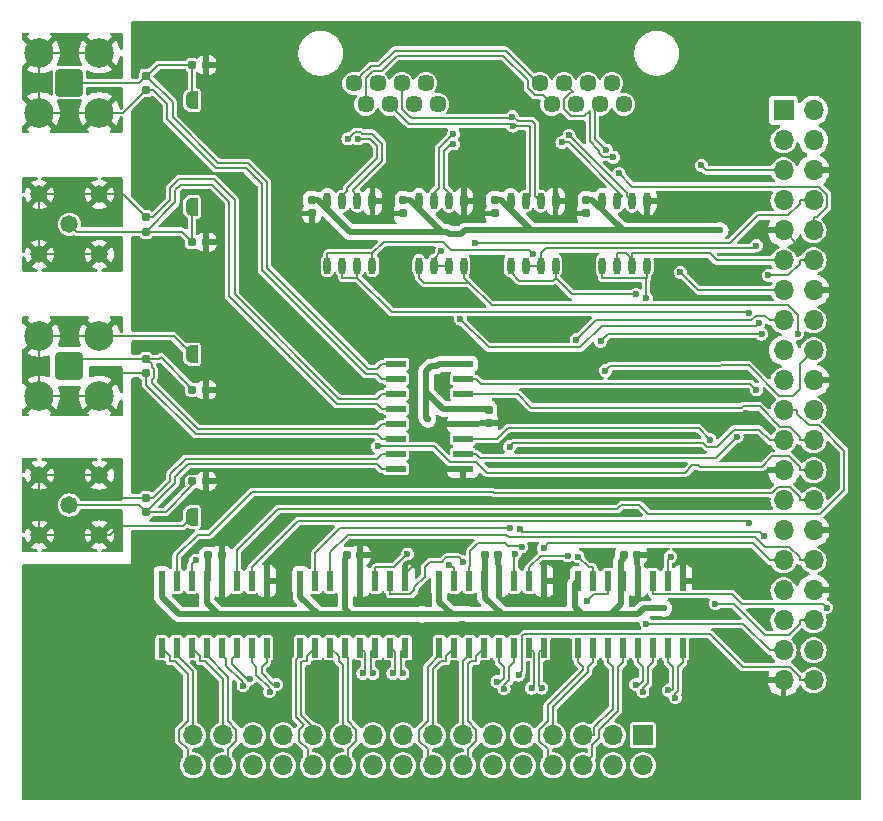
<source format=gbr>
%TF.GenerationSoftware,KiCad,Pcbnew,8.0.6*%
%TF.CreationDate,2025-01-14T13:26:05-05:00*%
%TF.ProjectId,LVDS_RasPi_Hat,4c564453-5f52-4617-9350-695f4861742e,rev?*%
%TF.SameCoordinates,Original*%
%TF.FileFunction,Copper,L1,Top*%
%TF.FilePolarity,Positive*%
%FSLAX46Y46*%
G04 Gerber Fmt 4.6, Leading zero omitted, Abs format (unit mm)*
G04 Created by KiCad (PCBNEW 8.0.6) date 2025-01-14 13:26:05*
%MOMM*%
%LPD*%
G01*
G04 APERTURE LIST*
G04 Aperture macros list*
%AMRoundRect*
0 Rectangle with rounded corners*
0 $1 Rounding radius*
0 $2 $3 $4 $5 $6 $7 $8 $9 X,Y pos of 4 corners*
0 Add a 4 corners polygon primitive as box body*
4,1,4,$2,$3,$4,$5,$6,$7,$8,$9,$2,$3,0*
0 Add four circle primitives for the rounded corners*
1,1,$1+$1,$2,$3*
1,1,$1+$1,$4,$5*
1,1,$1+$1,$6,$7*
1,1,$1+$1,$8,$9*
0 Add four rect primitives between the rounded corners*
20,1,$1+$1,$2,$3,$4,$5,0*
20,1,$1+$1,$4,$5,$6,$7,0*
20,1,$1+$1,$6,$7,$8,$9,0*
20,1,$1+$1,$8,$9,$2,$3,0*%
%AMFreePoly0*
4,1,19,0.500000,-0.750000,0.000000,-0.750000,0.000000,-0.744911,-0.071157,-0.744911,-0.207708,-0.704816,-0.327430,-0.627875,-0.420627,-0.520320,-0.479746,-0.390866,-0.500000,-0.250000,-0.500000,0.250000,-0.479746,0.390866,-0.420627,0.520320,-0.327430,0.627875,-0.207708,0.704816,-0.071157,0.744911,0.000000,0.744911,0.000000,0.750000,0.500000,0.750000,0.500000,-0.750000,0.500000,-0.750000,
$1*%
%AMFreePoly1*
4,1,19,0.000000,0.744911,0.071157,0.744911,0.207708,0.704816,0.327430,0.627875,0.420627,0.520320,0.479746,0.390866,0.500000,0.250000,0.500000,-0.250000,0.479746,-0.390866,0.420627,-0.520320,0.327430,-0.627875,0.207708,-0.704816,0.071157,-0.744911,0.000000,-0.744911,0.000000,-0.750000,-0.500000,-0.750000,-0.500000,0.750000,0.000000,0.750000,0.000000,0.744911,0.000000,0.744911,
$1*%
G04 Aperture macros list end*
%TA.AperFunction,SMDPad,CuDef*%
%ADD10R,0.558800X1.663700*%
%TD*%
%TA.AperFunction,SMDPad,CuDef*%
%ADD11R,1.663700X0.558800*%
%TD*%
%TA.AperFunction,SMDPad,CuDef*%
%ADD12RoundRect,0.160000X0.160000X-0.197500X0.160000X0.197500X-0.160000X0.197500X-0.160000X-0.197500X0*%
%TD*%
%TA.AperFunction,ComponentPad*%
%ADD13C,1.473200*%
%TD*%
%TA.AperFunction,ComponentPad*%
%ADD14RoundRect,0.200100X0.949900X-0.949900X0.949900X0.949900X-0.949900X0.949900X-0.949900X-0.949900X0*%
%TD*%
%TA.AperFunction,ComponentPad*%
%ADD15C,2.500000*%
%TD*%
%TA.AperFunction,SMDPad,CuDef*%
%ADD16RoundRect,0.155000X-0.155000X0.212500X-0.155000X-0.212500X0.155000X-0.212500X0.155000X0.212500X0*%
%TD*%
%TA.AperFunction,SMDPad,CuDef*%
%ADD17O,0.599999X1.450000*%
%TD*%
%TA.AperFunction,SMDPad,CuDef*%
%ADD18RoundRect,0.160000X-0.160000X0.197500X-0.160000X-0.197500X0.160000X-0.197500X0.160000X0.197500X0*%
%TD*%
%TA.AperFunction,SMDPad,CuDef*%
%ADD19RoundRect,0.155000X-0.212500X-0.155000X0.212500X-0.155000X0.212500X0.155000X-0.212500X0.155000X0*%
%TD*%
%TA.AperFunction,SMDPad,CuDef*%
%ADD20RoundRect,0.160000X-0.197500X-0.160000X0.197500X-0.160000X0.197500X0.160000X-0.197500X0.160000X0*%
%TD*%
%TA.AperFunction,SMDPad,CuDef*%
%ADD21FreePoly0,180.000000*%
%TD*%
%TA.AperFunction,SMDPad,CuDef*%
%ADD22FreePoly1,180.000000*%
%TD*%
%TA.AperFunction,ComponentPad*%
%ADD23C,1.448000*%
%TD*%
%TA.AperFunction,ComponentPad*%
%ADD24R,1.700000X1.700000*%
%TD*%
%TA.AperFunction,ComponentPad*%
%ADD25O,1.700000X1.700000*%
%TD*%
%TA.AperFunction,ViaPad*%
%ADD26C,0.600000*%
%TD*%
%TA.AperFunction,Conductor*%
%ADD27C,0.200000*%
%TD*%
%TA.AperFunction,Conductor*%
%ADD28C,0.500000*%
%TD*%
G04 APERTURE END LIST*
D10*
%TO.P,U8,1*%
%TO.N,/Trigger Interface/Trigger Signals/In8-*%
X60957500Y-76075750D03*
%TO.P,U8,2,RIN1+*%
%TO.N,/Trigger Interface/Trigger Signals/In8+*%
X62227500Y-76075750D03*
%TO.P,U8,3,RIN2+*%
%TO.N,/Trigger Interface/Trigger Signals/In9+*%
X63497500Y-76075750D03*
%TO.P,U8,4*%
%TO.N,/Trigger Interface/Trigger Signals/In9-*%
X64767500Y-76075750D03*
%TO.P,U8,5*%
%TO.N,/Trigger Interface/Trigger Signals/In10-*%
X66037500Y-76075750D03*
%TO.P,U8,6,RIN3+*%
%TO.N,/Trigger Interface/Trigger Signals/In10+*%
X67307500Y-76075750D03*
%TO.P,U8,7,RIN4+*%
%TO.N,/Trigger Interface/Trigger Signals/In11+*%
X68577500Y-76075750D03*
%TO.P,U8,8*%
%TO.N,/Trigger Interface/Trigger Signals/In11-*%
X69847500Y-76075750D03*
%TO.P,U8,9,\u002AEN*%
%TO.N,GND*%
X69847500Y-70424250D03*
%TO.P,U8,10,ROUT4*%
%TO.N,/TRIGGER11*%
X68577500Y-70424250D03*
%TO.P,U8,11,ROUT3*%
%TO.N,/TRIGGER10*%
X67307500Y-70424250D03*
%TO.P,U8,12,GND*%
%TO.N,GND*%
X66037500Y-70424250D03*
%TO.P,U8,13,VCC*%
%TO.N,+3V3*%
X64767500Y-70424250D03*
%TO.P,U8,14,ROUT2*%
%TO.N,/TRIGGER9*%
X63497500Y-70424250D03*
%TO.P,U8,15,ROUT1*%
%TO.N,/TRIGGER8*%
X62227500Y-70424250D03*
%TO.P,U8,16,EN*%
%TO.N,+3V3*%
X60957500Y-70424250D03*
%TD*%
D11*
%TO.P,U5,1*%
%TO.N,/Trigger Interface/NIM1-*%
X57326750Y-52055000D03*
%TO.P,U5,2,RIN1+*%
%TO.N,/Trigger Interface/NIM1+*%
X57326750Y-53325000D03*
%TO.P,U5,3,RIN2+*%
%TO.N,/Trigger Interface/NIM2+*%
X57326750Y-54595000D03*
%TO.P,U5,4*%
%TO.N,/Trigger Interface/NIM2-*%
X57326750Y-55865000D03*
%TO.P,U5,5*%
%TO.N,/Trigger Interface/NIM3-*%
X57326750Y-57135000D03*
%TO.P,U5,6,RIN3+*%
%TO.N,/Trigger Interface/NIM3+*%
X57326750Y-58405000D03*
%TO.P,U5,7,RIN4+*%
%TO.N,/Trigger Interface/NIM4+*%
X57326750Y-59675000D03*
%TO.P,U5,8*%
%TO.N,/Trigger Interface/NIM4-*%
X57326750Y-60945000D03*
%TO.P,U5,9,\u002AEN*%
%TO.N,GND*%
X62978250Y-60945000D03*
%TO.P,U5,10,ROUT4*%
%TO.N,/NIM3*%
X62978250Y-59675000D03*
%TO.P,U5,11,ROUT3*%
%TO.N,/NIM2*%
X62978250Y-58405000D03*
%TO.P,U5,12,GND*%
%TO.N,GND*%
X62978250Y-57135000D03*
%TO.P,U5,13,VCC*%
%TO.N,+3V3*%
X62978250Y-55865000D03*
%TO.P,U5,14,ROUT2*%
%TO.N,/NIM1*%
X62978250Y-54595000D03*
%TO.P,U5,15,ROUT1*%
%TO.N,/NIM0*%
X62978250Y-53325000D03*
%TO.P,U5,16,EN*%
%TO.N,+3V3*%
X62978250Y-52055000D03*
%TD*%
D10*
%TO.P,U9,1*%
%TO.N,/Trigger Interface/Trigger Signals/In12-*%
X72707500Y-76075750D03*
%TO.P,U9,2,RIN1+*%
%TO.N,/Trigger Interface/Trigger Signals/In12+*%
X73977500Y-76075750D03*
%TO.P,U9,3,RIN2+*%
%TO.N,/Trigger Interface/Trigger Signals/In13+*%
X75247500Y-76075750D03*
%TO.P,U9,4*%
%TO.N,/Trigger Interface/Trigger Signals/In13-*%
X76517500Y-76075750D03*
%TO.P,U9,5*%
%TO.N,/Trigger Interface/Trigger Signals/In14-*%
X77787500Y-76075750D03*
%TO.P,U9,6,RIN3+*%
%TO.N,/Trigger Interface/Trigger Signals/In14+*%
X79057500Y-76075750D03*
%TO.P,U9,7,RIN4+*%
%TO.N,/Trigger Interface/Trigger Signals/In15+*%
X80327500Y-76075750D03*
%TO.P,U9,8*%
%TO.N,/Trigger Interface/Trigger Signals/In15-*%
X81597500Y-76075750D03*
%TO.P,U9,9,\u002AEN*%
%TO.N,GND*%
X81597500Y-70424250D03*
%TO.P,U9,10,ROUT4*%
%TO.N,/TRIGGER15*%
X80327500Y-70424250D03*
%TO.P,U9,11,ROUT3*%
%TO.N,/TRIGGER14*%
X79057500Y-70424250D03*
%TO.P,U9,12,GND*%
%TO.N,GND*%
X77787500Y-70424250D03*
%TO.P,U9,13,VCC*%
%TO.N,+3V3*%
X76517500Y-70424250D03*
%TO.P,U9,14,ROUT2*%
%TO.N,/TRIGGER13*%
X75247500Y-70424250D03*
%TO.P,U9,15,ROUT1*%
%TO.N,/TRIGGER12*%
X73977500Y-70424250D03*
%TO.P,U9,16,EN*%
%TO.N,+3V3*%
X72707500Y-70424250D03*
%TD*%
D12*
%TO.P,R2,1*%
%TO.N,/Trigger Interface/NIM2-*%
X36152500Y-40847500D03*
%TO.P,R2,2*%
%TO.N,/Trigger Interface/NIM2+*%
X36152500Y-39652500D03*
%TD*%
D13*
%TO.P,J6,1,In*%
%TO.N,/Trigger Interface/NIM4-*%
X29652500Y-64000000D03*
%TO.P,J6,2,Ext*%
%TO.N,/Trigger Interface/NIM4+*%
X27112500Y-66540000D03*
X32192500Y-66540000D03*
X27112500Y-61460000D03*
X32192500Y-61460000D03*
%TD*%
D14*
%TO.P,J3,1,In*%
%TO.N,/Trigger Interface/NIM1-*%
X29652500Y-28250000D03*
D15*
%TO.P,J3,2,Ext*%
%TO.N,/Trigger Interface/NIM1+*%
X27112500Y-30790000D03*
X32192500Y-30790000D03*
X27112500Y-25710000D03*
X32192500Y-25710000D03*
%TD*%
D16*
%TO.P,C3,1*%
%TO.N,+3V3*%
X65652500Y-38182500D03*
%TO.P,C3,2*%
%TO.N,GND*%
X65652500Y-39317500D03*
%TD*%
D17*
%TO.P,U4,1,R*%
%TO.N,/TS_BUS3*%
X74747500Y-43725001D03*
%TO.P,U4,2,RE_N*%
%TO.N,/TS_BUS_SEL3*%
X76017500Y-43725001D03*
%TO.P,U4,3,DE*%
X77287500Y-43725001D03*
%TO.P,U4,4,D*%
%TO.N,/TS_BUS3*%
X78557500Y-43725001D03*
%TO.P,U4,5,GND*%
%TO.N,GND*%
X78557500Y-38275002D03*
%TO.P,U4,6,A*%
%TO.N,/Trigger Interface/D4+*%
X77287500Y-38275002D03*
%TO.P,U4,7,B*%
%TO.N,/Trigger Interface/D4-*%
X76017500Y-38275002D03*
%TO.P,U4,8,VCC*%
%TO.N,+3V3*%
X74747500Y-38275002D03*
%TD*%
D14*
%TO.P,J5,1,In*%
%TO.N,/Trigger Interface/NIM3-*%
X29652500Y-52250000D03*
D15*
%TO.P,J5,2,Ext*%
%TO.N,/Trigger Interface/NIM3+*%
X27112500Y-54790000D03*
X32192500Y-54790000D03*
X27112500Y-49710000D03*
X32192500Y-49710000D03*
%TD*%
D16*
%TO.P,C4,1*%
%TO.N,+3V3*%
X73402500Y-38182500D03*
%TO.P,C4,2*%
%TO.N,GND*%
X73402500Y-39317500D03*
%TD*%
D18*
%TO.P,R4,1*%
%TO.N,/Trigger Interface/NIM4+*%
X36152500Y-63402500D03*
%TO.P,R4,2*%
%TO.N,/Trigger Interface/NIM4-*%
X36152500Y-64597500D03*
%TD*%
D19*
%TO.P,C7,1*%
%TO.N,+3V3*%
X53152500Y-68250000D03*
%TO.P,C7,2*%
%TO.N,GND*%
X54287500Y-68250000D03*
%TD*%
D20*
%TO.P,R8,1*%
%TO.N,/Trigger Interface/NIM4-*%
X40055000Y-62000000D03*
%TO.P,R8,2*%
%TO.N,GND*%
X41250000Y-62000000D03*
%TD*%
D19*
%TO.P,C9,1*%
%TO.N,+3V3*%
X76585000Y-68250000D03*
%TO.P,C9,2*%
%TO.N,GND*%
X77720000Y-68250000D03*
%TD*%
%TO.P,C8,1*%
%TO.N,+3V3*%
X64835000Y-68250000D03*
%TO.P,C8,2*%
%TO.N,GND*%
X65970000Y-68250000D03*
%TD*%
D20*
%TO.P,R5,1*%
%TO.N,/Trigger Interface/NIM1-*%
X40055000Y-26750000D03*
%TO.P,R5,2*%
%TO.N,GND*%
X41250000Y-26750000D03*
%TD*%
D19*
%TO.P,C6,1*%
%TO.N,+3V3*%
X41402500Y-68250000D03*
%TO.P,C6,2*%
%TO.N,GND*%
X42537500Y-68250000D03*
%TD*%
D13*
%TO.P,J4,1,In*%
%TO.N,/Trigger Interface/NIM2-*%
X29652500Y-40250000D03*
%TO.P,J4,2,Ext*%
%TO.N,/Trigger Interface/NIM2+*%
X27112500Y-42790000D03*
X32192500Y-42790000D03*
X27112500Y-37710000D03*
X32192500Y-37710000D03*
%TD*%
D16*
%TO.P,C5,1*%
%TO.N,+3V3*%
X65152500Y-55932500D03*
%TO.P,C5,2*%
%TO.N,GND*%
X65152500Y-57067500D03*
%TD*%
D21*
%TO.P,JP4,1,A*%
%TO.N,GND*%
X41302500Y-65000000D03*
D22*
%TO.P,JP4,2,B*%
%TO.N,/Trigger Interface/NIM4+*%
X40002500Y-65000000D03*
%TD*%
D18*
%TO.P,R1,1*%
%TO.N,/Trigger Interface/NIM1-*%
X36152500Y-27652500D03*
%TO.P,R1,2*%
%TO.N,/Trigger Interface/NIM1+*%
X36152500Y-28847500D03*
%TD*%
D17*
%TO.P,U3,1,R*%
%TO.N,/TS_BUS2*%
X66997500Y-43725001D03*
%TO.P,U3,2,RE_N*%
%TO.N,/TS_BUS_SEL2*%
X68267500Y-43725001D03*
%TO.P,U3,3,DE*%
X69537500Y-43725001D03*
%TO.P,U3,4,D*%
%TO.N,/TS_BUS2*%
X70807500Y-43725001D03*
%TO.P,U3,5,GND*%
%TO.N,GND*%
X70807500Y-38275002D03*
%TO.P,U3,6,A*%
%TO.N,/Trigger Interface/D3+*%
X69537500Y-38275002D03*
%TO.P,U3,7,B*%
%TO.N,/Trigger Interface/D3-*%
X68267500Y-38275002D03*
%TO.P,U3,8,VCC*%
%TO.N,+3V3*%
X66997500Y-38275002D03*
%TD*%
D23*
%TO.P,J2,1_1,1_1*%
%TO.N,/Trigger Interface/D1+*%
X69475500Y-28290000D03*
%TO.P,J2,1_2,1_2*%
%TO.N,/Trigger Interface/D1-*%
X70491500Y-30070000D03*
%TO.P,J2,1_3,1_3*%
%TO.N,/Trigger Interface/D2+*%
X71507500Y-28290000D03*
%TO.P,J2,1_4,1_4*%
%TO.N,/Trigger Interface/D3-*%
X72523500Y-30070000D03*
%TO.P,J2,1_5,1_5*%
%TO.N,/Trigger Interface/D3+*%
X73539500Y-28290000D03*
%TO.P,J2,1_6,1_6*%
%TO.N,/Trigger Interface/D2-*%
X74555500Y-30070000D03*
%TO.P,J2,1_7,1_7*%
%TO.N,/Trigger Interface/D4+*%
X75571500Y-28290000D03*
%TO.P,J2,1_8,1_8*%
%TO.N,/Trigger Interface/D4-*%
X76587500Y-30070000D03*
%TO.P,J2,2_1,2_1*%
%TO.N,/Trigger Interface/D1+*%
X53725500Y-28290000D03*
%TO.P,J2,2_2,2_2*%
%TO.N,/Trigger Interface/D1-*%
X54741500Y-30070000D03*
%TO.P,J2,2_3,2_3*%
%TO.N,/Trigger Interface/D2+*%
X55757500Y-28290000D03*
%TO.P,J2,2_4,2_4*%
%TO.N,/Trigger Interface/D3-*%
X56773500Y-30070000D03*
%TO.P,J2,2_5,2_5*%
%TO.N,/Trigger Interface/D3+*%
X57789500Y-28290000D03*
%TO.P,J2,2_6,2_6*%
%TO.N,/Trigger Interface/D2-*%
X58805500Y-30070000D03*
%TO.P,J2,2_7,2_7*%
%TO.N,/Trigger Interface/D4+*%
X59821500Y-28290000D03*
%TO.P,J2,2_8,2_8*%
%TO.N,/Trigger Interface/D4-*%
X60837500Y-30070000D03*
%TD*%
D21*
%TO.P,JP1,1,A*%
%TO.N,GND*%
X41302500Y-29750000D03*
D22*
%TO.P,JP1,2,B*%
%TO.N,/Trigger Interface/NIM1-*%
X40002500Y-29750000D03*
%TD*%
D20*
%TO.P,R7,1*%
%TO.N,/Trigger Interface/NIM3-*%
X40055000Y-54250000D03*
%TO.P,R7,2*%
%TO.N,GND*%
X41250000Y-54250000D03*
%TD*%
D10*
%TO.P,U7,1*%
%TO.N,/Trigger Interface/Trigger Signals/In4-*%
X49207500Y-76075750D03*
%TO.P,U7,2,RIN1+*%
%TO.N,/Trigger Interface/Trigger Signals/In4+*%
X50477500Y-76075750D03*
%TO.P,U7,3,RIN2+*%
%TO.N,/Trigger Interface/Trigger Signals/In5+*%
X51747500Y-76075750D03*
%TO.P,U7,4*%
%TO.N,/Trigger Interface/Trigger Signals/In5-*%
X53017500Y-76075750D03*
%TO.P,U7,5*%
%TO.N,/Trigger Interface/Trigger Signals/In6-*%
X54287500Y-76075750D03*
%TO.P,U7,6,RIN3+*%
%TO.N,/Trigger Interface/Trigger Signals/In6+*%
X55557500Y-76075750D03*
%TO.P,U7,7,RIN4+*%
%TO.N,/Trigger Interface/Trigger Signals/In7+*%
X56827500Y-76075750D03*
%TO.P,U7,8*%
%TO.N,/Trigger Interface/Trigger Signals/In7-*%
X58097500Y-76075750D03*
%TO.P,U7,9,\u002AEN*%
%TO.N,GND*%
X58097500Y-70424250D03*
%TO.P,U7,10,ROUT4*%
%TO.N,/TRIGGER7*%
X56827500Y-70424250D03*
%TO.P,U7,11,ROUT3*%
%TO.N,/TRIGGER6*%
X55557500Y-70424250D03*
%TO.P,U7,12,GND*%
%TO.N,GND*%
X54287500Y-70424250D03*
%TO.P,U7,13,VCC*%
%TO.N,+3V3*%
X53017500Y-70424250D03*
%TO.P,U7,14,ROUT2*%
%TO.N,/TRIGGER5*%
X51747500Y-70424250D03*
%TO.P,U7,15,ROUT1*%
%TO.N,/TRIGGER4*%
X50477500Y-70424250D03*
%TO.P,U7,16,EN*%
%TO.N,+3V3*%
X49207500Y-70424250D03*
%TD*%
D21*
%TO.P,JP3,1,A*%
%TO.N,GND*%
X41302500Y-51250000D03*
D22*
%TO.P,JP3,2,B*%
%TO.N,/Trigger Interface/NIM3+*%
X40002500Y-51250000D03*
%TD*%
D24*
%TO.P,J7,1,Pin_1*%
%TO.N,/Trigger Interface/Trigger Signals/In15+*%
X78202500Y-83500000D03*
D25*
%TO.P,J7,2,Pin_2*%
%TO.N,/Trigger Interface/Trigger Signals/In15-*%
X78202500Y-86040000D03*
%TO.P,J7,3,Pin_3*%
%TO.N,/Trigger Interface/Trigger Signals/In14+*%
X75662500Y-83500000D03*
%TO.P,J7,4,Pin_4*%
%TO.N,/Trigger Interface/Trigger Signals/In14-*%
X75662500Y-86040000D03*
%TO.P,J7,5,Pin_5*%
%TO.N,/Trigger Interface/Trigger Signals/In13+*%
X73122500Y-83500000D03*
%TO.P,J7,6,Pin_6*%
%TO.N,/Trigger Interface/Trigger Signals/In13-*%
X73122500Y-86040000D03*
%TO.P,J7,7,Pin_7*%
%TO.N,/Trigger Interface/Trigger Signals/In12+*%
X70582500Y-83500000D03*
%TO.P,J7,8,Pin_8*%
%TO.N,/Trigger Interface/Trigger Signals/In12-*%
X70582500Y-86040000D03*
%TO.P,J7,9,Pin_9*%
%TO.N,/Trigger Interface/Trigger Signals/In11+*%
X68042500Y-83500000D03*
%TO.P,J7,10,Pin_10*%
%TO.N,/Trigger Interface/Trigger Signals/In11-*%
X68042500Y-86040000D03*
%TO.P,J7,11,Pin_11*%
%TO.N,/Trigger Interface/Trigger Signals/In10+*%
X65502500Y-83500000D03*
%TO.P,J7,12,Pin_12*%
%TO.N,/Trigger Interface/Trigger Signals/In10-*%
X65502500Y-86040000D03*
%TO.P,J7,13,Pin_13*%
%TO.N,/Trigger Interface/Trigger Signals/In9+*%
X62962500Y-83500000D03*
%TO.P,J7,14,Pin_14*%
%TO.N,/Trigger Interface/Trigger Signals/In9-*%
X62962500Y-86040000D03*
%TO.P,J7,15,Pin_15*%
%TO.N,/Trigger Interface/Trigger Signals/In8+*%
X60422500Y-83500000D03*
%TO.P,J7,16,Pin_16*%
%TO.N,/Trigger Interface/Trigger Signals/In8-*%
X60422500Y-86040000D03*
%TO.P,J7,17,Pin_17*%
%TO.N,/Trigger Interface/Trigger Signals/In7+*%
X57882500Y-83500000D03*
%TO.P,J7,18,Pin_18*%
%TO.N,/Trigger Interface/Trigger Signals/In7-*%
X57882500Y-86040000D03*
%TO.P,J7,19,Pin_19*%
%TO.N,/Trigger Interface/Trigger Signals/In6+*%
X55342500Y-83500000D03*
%TO.P,J7,20,Pin_20*%
%TO.N,/Trigger Interface/Trigger Signals/In6-*%
X55342500Y-86040000D03*
%TO.P,J7,21,Pin_21*%
%TO.N,/Trigger Interface/Trigger Signals/In5+*%
X52802500Y-83500000D03*
%TO.P,J7,22,Pin_22*%
%TO.N,/Trigger Interface/Trigger Signals/In5-*%
X52802500Y-86040000D03*
%TO.P,J7,23,Pin_23*%
%TO.N,/Trigger Interface/Trigger Signals/In4+*%
X50262500Y-83500000D03*
%TO.P,J7,24,Pin_24*%
%TO.N,/Trigger Interface/Trigger Signals/In4-*%
X50262500Y-86040000D03*
%TO.P,J7,25,Pin_25*%
%TO.N,/Trigger Interface/Trigger Signals/In3+*%
X47722500Y-83500000D03*
%TO.P,J7,26,Pin_26*%
%TO.N,/Trigger Interface/Trigger Signals/In3-*%
X47722500Y-86040000D03*
%TO.P,J7,27,Pin_27*%
%TO.N,/Trigger Interface/Trigger Signals/In2+*%
X45182500Y-83500000D03*
%TO.P,J7,28,Pin_28*%
%TO.N,/Trigger Interface/Trigger Signals/In2-*%
X45182500Y-86040000D03*
%TO.P,J7,29,Pin_29*%
%TO.N,/Trigger Interface/Trigger Signals/In1+*%
X42642500Y-83500000D03*
%TO.P,J7,30,Pin_30*%
%TO.N,/Trigger Interface/Trigger Signals/In1-*%
X42642500Y-86040000D03*
%TO.P,J7,31,Pin_31*%
%TO.N,/Trigger Interface/Trigger Signals/In0+*%
X40102500Y-83500000D03*
%TO.P,J7,32,Pin_32*%
%TO.N,/Trigger Interface/Trigger Signals/In0-*%
X40102500Y-86040000D03*
%TD*%
D17*
%TO.P,U1,1,R*%
%TO.N,/TS_BUS0*%
X51497500Y-43725001D03*
%TO.P,U1,2,RE_N*%
%TO.N,/TS_BUS_SEL0*%
X52767500Y-43725001D03*
%TO.P,U1,3,DE*%
X54037500Y-43725001D03*
%TO.P,U1,4,D*%
%TO.N,/TS_BUS0*%
X55307500Y-43725001D03*
%TO.P,U1,5,GND*%
%TO.N,GND*%
X55307500Y-38275002D03*
%TO.P,U1,6,A*%
%TO.N,/Trigger Interface/D1+*%
X54037500Y-38275002D03*
%TO.P,U1,7,B*%
%TO.N,/Trigger Interface/D1-*%
X52767500Y-38275002D03*
%TO.P,U1,8,VCC*%
%TO.N,+3V3*%
X51497500Y-38275002D03*
%TD*%
D20*
%TO.P,R6,1*%
%TO.N,/Trigger Interface/NIM2-*%
X40055000Y-41750000D03*
%TO.P,R6,2*%
%TO.N,GND*%
X41250000Y-41750000D03*
%TD*%
D16*
%TO.P,C1,1*%
%TO.N,+3V3*%
X50152500Y-38182500D03*
%TO.P,C1,2*%
%TO.N,GND*%
X50152500Y-39317500D03*
%TD*%
D12*
%TO.P,R3,1*%
%TO.N,/Trigger Interface/NIM3+*%
X36152500Y-52847500D03*
%TO.P,R3,2*%
%TO.N,/Trigger Interface/NIM3-*%
X36152500Y-51652500D03*
%TD*%
D17*
%TO.P,U2,1,R*%
%TO.N,/TS_BUS1*%
X59247500Y-43725001D03*
%TO.P,U2,2,RE_N*%
%TO.N,/TS_BUS_SEL1*%
X60517500Y-43725001D03*
%TO.P,U2,3,DE*%
X61787500Y-43725001D03*
%TO.P,U2,4,D*%
%TO.N,/TS_BUS1*%
X63057500Y-43725001D03*
%TO.P,U2,5,GND*%
%TO.N,GND*%
X63057500Y-38275002D03*
%TO.P,U2,6,A*%
%TO.N,/Trigger Interface/D2+*%
X61787500Y-38275002D03*
%TO.P,U2,7,B*%
%TO.N,/Trigger Interface/D2-*%
X60517500Y-38275002D03*
%TO.P,U2,8,VCC*%
%TO.N,+3V3*%
X59247500Y-38275002D03*
%TD*%
D10*
%TO.P,U6,1*%
%TO.N,/Trigger Interface/Trigger Signals/In0-*%
X37457500Y-76075750D03*
%TO.P,U6,2,RIN1+*%
%TO.N,/Trigger Interface/Trigger Signals/In0+*%
X38727500Y-76075750D03*
%TO.P,U6,3,RIN2+*%
%TO.N,/Trigger Interface/Trigger Signals/In1+*%
X39997500Y-76075750D03*
%TO.P,U6,4*%
%TO.N,/Trigger Interface/Trigger Signals/In1-*%
X41267500Y-76075750D03*
%TO.P,U6,5*%
%TO.N,/Trigger Interface/Trigger Signals/In2-*%
X42537500Y-76075750D03*
%TO.P,U6,6,RIN3+*%
%TO.N,/Trigger Interface/Trigger Signals/In2+*%
X43807500Y-76075750D03*
%TO.P,U6,7,RIN4+*%
%TO.N,/Trigger Interface/Trigger Signals/In3+*%
X45077500Y-76075750D03*
%TO.P,U6,8*%
%TO.N,/Trigger Interface/Trigger Signals/In3-*%
X46347500Y-76075750D03*
%TO.P,U6,9,\u002AEN*%
%TO.N,GND*%
X46347500Y-70424250D03*
%TO.P,U6,10,ROUT4*%
%TO.N,/TRIGGER3*%
X45077500Y-70424250D03*
%TO.P,U6,11,ROUT3*%
%TO.N,/TRIGGER2*%
X43807500Y-70424250D03*
%TO.P,U6,12,GND*%
%TO.N,GND*%
X42537500Y-70424250D03*
%TO.P,U6,13,VCC*%
%TO.N,+3V3*%
X41267500Y-70424250D03*
%TO.P,U6,14,ROUT2*%
%TO.N,/TRIGGER1*%
X39997500Y-70424250D03*
%TO.P,U6,15,ROUT1*%
%TO.N,/TRIGGER0*%
X38727500Y-70424250D03*
%TO.P,U6,16,EN*%
%TO.N,+3V3*%
X37457500Y-70424250D03*
%TD*%
D21*
%TO.P,JP2,1,A*%
%TO.N,GND*%
X41302500Y-38750000D03*
D22*
%TO.P,JP2,2,B*%
%TO.N,/Trigger Interface/NIM2-*%
X40002500Y-38750000D03*
%TD*%
D16*
%TO.P,C2,1*%
%TO.N,+3V3*%
X57902500Y-38182500D03*
%TO.P,C2,2*%
%TO.N,GND*%
X57902500Y-39317500D03*
%TD*%
D24*
%TO.P,J1,1,3V3*%
%TO.N,+3V3*%
X90112500Y-30590000D03*
D25*
%TO.P,J1,2,5V*%
%TO.N,+5V*%
X92652500Y-30590000D03*
%TO.P,J1,3,SDA/GPIO2*%
%TO.N,/TS_BUS_SEL0*%
X90112500Y-33130000D03*
%TO.P,J1,4,5V*%
%TO.N,+5V*%
X92652500Y-33130000D03*
%TO.P,J1,5,SCL/GPIO3*%
%TO.N,/TS_BUS_SEL1*%
X90112500Y-35670000D03*
%TO.P,J1,6,GND*%
%TO.N,GND*%
X92652500Y-35670000D03*
%TO.P,J1,7,GCLK0/GPIO4*%
%TO.N,/TS_BUS_SEL2*%
X90112500Y-38210000D03*
%TO.P,J1,8,GPIO14/TXD*%
%TO.N,/TRIGGER6*%
X92652500Y-38210000D03*
%TO.P,J1,9,GND*%
%TO.N,GND*%
X90112500Y-40750000D03*
%TO.P,J1,10,GPIO15/RXD*%
%TO.N,/TRIGGER7*%
X92652500Y-40750000D03*
%TO.P,J1,11,GPIO17*%
%TO.N,/TS_BUS_SEL3*%
X90112500Y-43290000D03*
%TO.P,J1,12,GPIO18/PWM0*%
%TO.N,/TRIGGER8*%
X92652500Y-43290000D03*
%TO.P,J1,13,GPIO27*%
%TO.N,/TRIGGER15*%
X90112500Y-45830000D03*
%TO.P,J1,14,GND*%
%TO.N,GND*%
X92652500Y-45830000D03*
%TO.P,J1,15,GPIO22*%
%TO.N,/TRIGGER11*%
X90112500Y-48370000D03*
%TO.P,J1,16,GPIO23*%
%TO.N,/TRIGGER12*%
X92652500Y-48370000D03*
%TO.P,J1,17,3V3*%
%TO.N,+3V3*%
X90112500Y-50910000D03*
%TO.P,J1,18,GPIO24*%
%TO.N,/TRIGGER13*%
X92652500Y-50910000D03*
%TO.P,J1,19,MOSI0/GPIO10*%
%TO.N,/TRIGGER3*%
X90112500Y-53450000D03*
%TO.P,J1,20,GND*%
%TO.N,GND*%
X92652500Y-53450000D03*
%TO.P,J1,21,MISO0/GPIO9*%
%TO.N,/TRIGGER2*%
X90112500Y-55990000D03*
%TO.P,J1,22,GPIO25*%
%TO.N,/TRIGGER14*%
X92652500Y-55990000D03*
%TO.P,J1,23,SCLK0/GPIO11*%
%TO.N,/TRIGGER4*%
X90112500Y-58530000D03*
%TO.P,J1,24,~{CE0}/GPIO8*%
%TO.N,/NIM1*%
X92652500Y-58530000D03*
%TO.P,J1,25,GND*%
%TO.N,GND*%
X90112500Y-61070000D03*
%TO.P,J1,26,~{CE1}/GPIO7*%
%TO.N,/TRIGGER1*%
X92652500Y-61070000D03*
%TO.P,J1,27,ID_SD/GPIO0*%
%TO.N,/NIM0*%
X90112500Y-63610000D03*
%TO.P,J1,28,ID_SC/GPIO1*%
%TO.N,/TRIGGER0*%
X92652500Y-63610000D03*
%TO.P,J1,29,GCLK1/GPIO5*%
%TO.N,/NIM3*%
X90112500Y-66150000D03*
%TO.P,J1,30,GND*%
%TO.N,GND*%
X92652500Y-66150000D03*
%TO.P,J1,31,GCLK2/GPIO6*%
%TO.N,/TS_BUS0*%
X90112500Y-68690000D03*
%TO.P,J1,32,PWM0/GPIO12*%
%TO.N,/TRIGGER5*%
X92652500Y-68690000D03*
%TO.P,J1,33,PWM1/GPIO13*%
%TO.N,/TS_BUS1*%
X90112500Y-71230000D03*
%TO.P,J1,34,GND*%
%TO.N,GND*%
X92652500Y-71230000D03*
%TO.P,J1,35,GPIO19/MISO1*%
%TO.N,/TS_BUS2*%
X90112500Y-73770000D03*
%TO.P,J1,36,GPIO16*%
%TO.N,/NIM2*%
X92652500Y-73770000D03*
%TO.P,J1,37,GPIO26*%
%TO.N,/TS_BUS3*%
X90112500Y-76310000D03*
%TO.P,J1,38,GPIO20/MOSI1*%
%TO.N,/TRIGGER9*%
X92652500Y-76310000D03*
%TO.P,J1,39,GND*%
%TO.N,GND*%
X90112500Y-78850000D03*
%TO.P,J1,40,GPIO21/SCLK1*%
%TO.N,/TRIGGER10*%
X92652500Y-78850000D03*
%TD*%
D26*
%TO.N,GND*%
X83152500Y-69250000D03*
X86652500Y-70000000D03*
X82000000Y-72500000D03*
X74750000Y-68250000D03*
X82902500Y-53000000D03*
X62500000Y-67500000D03*
X88152500Y-38250000D03*
X75893684Y-62250000D03*
X68250000Y-62250000D03*
X72902500Y-44000000D03*
X86152500Y-44250000D03*
X61000000Y-58000000D03*
X70750000Y-54750000D03*
X77053038Y-64641099D03*
X67902500Y-46000000D03*
X65250000Y-63500000D03*
X86902500Y-56250000D03*
X66652500Y-36500000D03*
X68652500Y-30250000D03*
X64652500Y-78250000D03*
X49902500Y-67500000D03*
X45902500Y-28750000D03*
X62500000Y-63500000D03*
X78750000Y-58106146D03*
X88402500Y-57000000D03*
X36902500Y-33250000D03*
X86152500Y-38750000D03*
X79902500Y-44000000D03*
X56402500Y-68250000D03*
X61652500Y-80250000D03*
X44402500Y-52250000D03*
X88902500Y-42000000D03*
X43902500Y-81250000D03*
X61000000Y-60750000D03*
X62402500Y-40000000D03*
X49652500Y-61500000D03*
X51750000Y-52000000D03*
X51152500Y-80000000D03*
X67402500Y-49250000D03*
X73652500Y-81000000D03*
X71152500Y-77750000D03*
X70788916Y-60618848D03*
X82652500Y-56500000D03*
X31652500Y-76000000D03*
X59000000Y-57750000D03*
X77152500Y-50500000D03*
X55152500Y-49250000D03*
X70836354Y-58120500D03*
X82440771Y-63778960D03*
X81652500Y-82250000D03*
X59000000Y-60750000D03*
X56402500Y-80750000D03*
X78781363Y-60599527D03*
X68750000Y-68000000D03*
X60902500Y-54000000D03*
X75902500Y-56500000D03*
X41402500Y-80750000D03*
X46402500Y-81500000D03*
X86652500Y-76000000D03*
X51250000Y-72000000D03*
X95750000Y-29500000D03*
X57402500Y-44500000D03*
X94500000Y-60750000D03*
X71000000Y-63750000D03*
X75645392Y-59361963D03*
X38402500Y-51000000D03*
X62402500Y-30500000D03*
X47652500Y-77750000D03*
X65833952Y-60629738D03*
X87902500Y-33250000D03*
X77152500Y-53000000D03*
X37402500Y-58500000D03*
X47152500Y-65750000D03*
X71402500Y-36500000D03*
X78750000Y-54750000D03*
X47652500Y-72000000D03*
X48902500Y-63500000D03*
X77402500Y-72000000D03*
X71152500Y-70000000D03*
X83652500Y-44000000D03*
X59000000Y-52000000D03*
X88250000Y-73000000D03*
X64750000Y-43750000D03*
X59576250Y-68326250D03*
X63000000Y-72000000D03*
X39750000Y-72000000D03*
X60152500Y-49000000D03*
X67402500Y-52500000D03*
X86152500Y-53000000D03*
X63902500Y-28250000D03*
X94750000Y-32500000D03*
X61750000Y-46500000D03*
X62652500Y-50000000D03*
X68152500Y-56500000D03*
X54902500Y-72000000D03*
X71402500Y-49000000D03*
X86902500Y-59250000D03*
X94500000Y-39750000D03*
X62902500Y-74250000D03*
X66652500Y-81000000D03*
X81902500Y-39000000D03*
X38652500Y-28000000D03*
X87652500Y-61500000D03*
X87152500Y-63750000D03*
%TO.N,+3V3*%
X60000000Y-56750000D03*
X59500000Y-73250000D03*
X84750000Y-40750000D03*
X80000000Y-72750000D03*
%TO.N,/NIM0*%
X87801300Y-54250000D03*
%TO.N,/NIM2*%
X83891800Y-58470700D03*
X84328200Y-72364700D03*
%TO.N,/TRIGGER13*%
X75036850Y-52634350D03*
X73478500Y-72163700D03*
%TO.N,/TS_BUS0*%
X68902500Y-42748900D03*
X69813000Y-67628400D03*
%TO.N,/NIM3*%
X86178800Y-58224600D03*
%TO.N,/TRIGGER3*%
X87159000Y-65545700D03*
%TO.N,/TRIGGER6*%
X58249000Y-68139500D03*
X64031000Y-41849100D03*
%TO.N,/TS_BUS3*%
X78486000Y-46491300D03*
X78486000Y-74052500D03*
%TO.N,/TS_BUS1*%
X91303100Y-49500000D03*
%TO.N,/TS_BUS_SEL2*%
X87799462Y-42048987D03*
%TO.N,/TS_BUS2*%
X77613300Y-46178100D03*
%TO.N,/TRIGGER1*%
X40329900Y-68677700D03*
X55750000Y-59040000D03*
%TO.N,/TS_BUS_SEL0*%
X87159000Y-47734900D03*
%TO.N,/TRIGGER10*%
X67352800Y-68142700D03*
X67682500Y-78396800D03*
%TO.N,/TRIGGER9*%
X67944300Y-67547400D03*
X88432000Y-66599500D03*
X67794800Y-66065400D03*
%TO.N,/TRIGGER11*%
X71831300Y-68306200D03*
X72561900Y-50008900D03*
%TO.N,/TRIGGER8*%
X88031800Y-48579500D03*
X62738500Y-48261900D03*
X88832700Y-44560000D03*
X61812300Y-69039600D03*
%TO.N,/TRIGGER15*%
X81377000Y-44303000D03*
X80561100Y-68365500D03*
%TO.N,/TRIGGER14*%
X93757800Y-72687200D03*
%TO.N,/TRIGGER4*%
X66922000Y-59073600D03*
X66922000Y-65939300D03*
%TO.N,/TRIGGER7*%
X62991500Y-68822200D03*
X76178600Y-35921700D03*
%TO.N,/TRIGGER12*%
X74617600Y-50152200D03*
X88250000Y-49521700D03*
X72704000Y-68376900D03*
%TO.N,/Trigger Interface/D1+*%
X53227500Y-33000000D03*
%TO.N,/Trigger Interface/D3+*%
X67152500Y-31135000D03*
%TO.N,/Trigger Interface/D1-*%
X54077500Y-33000000D03*
%TO.N,/Trigger Interface/D4-*%
X71352000Y-33300500D03*
%TO.N,/Trigger Interface/D2+*%
X75703000Y-34550500D03*
X62152500Y-33425000D03*
%TO.N,/Trigger Interface/D4+*%
X71953000Y-32699500D03*
%TO.N,/Trigger Interface/D3-*%
X67192100Y-31924000D03*
%TO.N,/Trigger Interface/D2-*%
X75102000Y-33949500D03*
X62152500Y-32575000D03*
%TO.N,/Trigger Interface/Trigger Signals/In3-*%
X47203000Y-79199500D03*
%TO.N,/Trigger Interface/Trigger Signals/In2-*%
X44352000Y-79300500D03*
%TO.N,/Trigger Interface/Trigger Signals/In3+*%
X46602000Y-79800500D03*
%TO.N,/Trigger Interface/Trigger Signals/In2+*%
X44953000Y-78699500D03*
%TO.N,/Trigger Interface/Trigger Signals/In7+*%
X57037500Y-78250000D03*
%TO.N,/Trigger Interface/Trigger Signals/In6-*%
X54497500Y-78250000D03*
%TO.N,/Trigger Interface/Trigger Signals/In7-*%
X57887500Y-78250000D03*
%TO.N,/Trigger Interface/Trigger Signals/In6+*%
X55347500Y-78250000D03*
%TO.N,/Trigger Interface/Trigger Signals/In11-*%
X69637500Y-79500000D03*
%TO.N,/Trigger Interface/Trigger Signals/In10+*%
X66453000Y-79550500D03*
%TO.N,/Trigger Interface/Trigger Signals/In10-*%
X65852000Y-78949500D03*
%TO.N,/Trigger Interface/Trigger Signals/In11+*%
X68787500Y-79500000D03*
%TO.N,/Trigger Interface/Trigger Signals/In14+*%
X78203000Y-79800500D03*
%TO.N,/Trigger Interface/Trigger Signals/In15+*%
X80352000Y-79699500D03*
%TO.N,/Trigger Interface/Trigger Signals/In15-*%
X80953000Y-80300500D03*
%TO.N,/Trigger Interface/Trigger Signals/In14-*%
X77602000Y-79199500D03*
%TO.N,/TS_BUS_SEL1*%
X83152500Y-35250000D03*
X61152500Y-42500000D03*
%TD*%
D27*
%TO.N,GND*%
X41250000Y-38902500D02*
X41250000Y-41750000D01*
X94500000Y-39750000D02*
X94500000Y-40528846D01*
X77787500Y-70424200D02*
X77787500Y-68317500D01*
X94500000Y-40528846D02*
X93028846Y-42000000D01*
X58097500Y-69805000D02*
X59576250Y-68326250D01*
X42537500Y-70424200D02*
X42537500Y-68250000D01*
X41250000Y-26750000D02*
X41250000Y-29697500D01*
X41302500Y-65000000D02*
X41302500Y-62052500D01*
X54287500Y-70424200D02*
X54287500Y-68250000D01*
X66037500Y-70424200D02*
X66037500Y-68317500D01*
X41250000Y-54250000D02*
X41250000Y-51302500D01*
X91362500Y-42000000D02*
X90112500Y-40750000D01*
X62978300Y-57135000D02*
X65085000Y-57135000D01*
X93028846Y-42000000D02*
X91362500Y-42000000D01*
D28*
%TO.N,+3V3*%
X73079875Y-73250000D02*
X73500000Y-73250000D01*
X62417575Y-73250000D02*
X62000000Y-73250000D01*
X76486658Y-40750000D02*
X68736658Y-40750000D01*
X66252000Y-73250000D02*
X64835000Y-71833000D01*
X59852500Y-52647500D02*
X60250000Y-52250000D01*
X66500000Y-73250000D02*
X63387425Y-73250000D01*
X73500000Y-73250000D02*
X66500000Y-73250000D01*
X51500000Y-73250000D02*
X42750000Y-73250000D01*
X78303575Y-72750000D02*
X77803575Y-73250000D01*
X59852500Y-54434925D02*
X59852500Y-52647500D01*
X42250000Y-73250000D02*
X42750000Y-73250000D01*
X68736658Y-40750000D02*
X63137425Y-40750000D01*
X76352500Y-68710900D02*
X76585000Y-68478400D01*
X41402500Y-70289250D02*
X41402500Y-68250000D01*
X59852500Y-54434925D02*
X59852500Y-56602500D01*
X58515074Y-38182500D02*
X57902500Y-38182500D01*
X37457500Y-71765500D02*
X37457500Y-70424250D01*
X64835000Y-71833000D02*
X64835000Y-68393382D01*
X61232574Y-40900000D02*
X58515074Y-38182500D01*
X61650000Y-40900000D02*
X53386658Y-40900000D01*
X62978250Y-55865000D02*
X65085000Y-55865000D01*
X62467575Y-73200000D02*
X62417575Y-73250000D01*
X49207500Y-70424250D02*
X49207500Y-71765500D01*
X77803575Y-73250000D02*
X75500000Y-73250000D01*
X62837425Y-41050000D02*
X61800000Y-41050000D01*
X53017500Y-70424250D02*
X53017500Y-68546882D01*
X53017500Y-70424250D02*
X53017500Y-72767500D01*
X41267500Y-70424250D02*
X41402500Y-70289250D01*
X42750000Y-73250000D02*
X38942000Y-73250000D01*
X72707500Y-70424250D02*
X72428500Y-70703250D01*
X76486658Y-40750000D02*
X73919158Y-38182500D01*
X73919158Y-38182500D02*
X73402500Y-38182500D01*
X84750000Y-40750000D02*
X76486658Y-40750000D01*
X73500000Y-73250000D02*
X75500000Y-73250000D01*
X76352500Y-72397500D02*
X76352500Y-68710900D01*
X75500000Y-73250000D02*
X76352500Y-72397500D01*
X53386658Y-40900000D02*
X50669158Y-38182500D01*
X60750000Y-52250000D02*
X60945000Y-52055000D01*
X61282575Y-55865000D02*
X59852500Y-54434925D01*
X38942000Y-73250000D02*
X37457500Y-71765500D01*
X62000000Y-73250000D02*
X60957500Y-72207500D01*
X80000000Y-72750000D02*
X78303575Y-72750000D01*
X72428500Y-72598625D02*
X73079875Y-73250000D01*
X62000000Y-73250000D02*
X53500000Y-73250000D01*
X62978250Y-55865000D02*
X61282575Y-55865000D01*
X59852500Y-56602500D02*
X60000000Y-56750000D01*
X61650000Y-40900000D02*
X61232574Y-40900000D01*
X63137425Y-40750000D02*
X62837425Y-41050000D01*
X59154998Y-38182500D02*
X59247500Y-38275002D01*
X63387425Y-73250000D02*
X63337425Y-73200000D01*
X50692000Y-73250000D02*
X51500000Y-73250000D01*
X49207500Y-71765500D02*
X50692000Y-73250000D01*
X72428500Y-70703250D02*
X72428500Y-72598625D01*
X65085000Y-55865000D02*
X65152500Y-55932500D01*
X53500000Y-73250000D02*
X51500000Y-73250000D01*
X41267500Y-70424250D02*
X41267500Y-72267500D01*
X53017500Y-72767500D02*
X53500000Y-73250000D01*
X60957500Y-72207500D02*
X60957500Y-70424250D01*
X60945000Y-52055000D02*
X62978250Y-52055000D01*
X66169158Y-38182500D02*
X65652500Y-38182500D01*
X66500000Y-73250000D02*
X66252000Y-73250000D01*
X68736658Y-40750000D02*
X66169158Y-38182500D01*
X41267500Y-72267500D02*
X42250000Y-73250000D01*
X60250000Y-52250000D02*
X60750000Y-52250000D01*
X63337425Y-73200000D02*
X62467575Y-73200000D01*
X50669158Y-38182500D02*
X50152500Y-38182500D01*
X61800000Y-41050000D02*
X61650000Y-40900000D01*
D27*
%TO.N,/NIM0*%
X64514600Y-53727700D02*
X64111900Y-53325000D01*
X87279000Y-53727700D02*
X64514600Y-53727700D01*
X64111900Y-53325000D02*
X62978300Y-53325000D01*
X87801300Y-54250000D02*
X87279000Y-53727700D01*
%TO.N,/NIM1*%
X92652500Y-58530000D02*
X91500800Y-58530000D01*
X89843100Y-57378300D02*
X88114800Y-55650000D01*
X86653971Y-55650000D02*
X86553971Y-55750000D01*
X91500800Y-58530000D02*
X91500800Y-58242000D01*
X90637100Y-57378300D02*
X89843100Y-57378300D01*
X67595000Y-54595000D02*
X62978300Y-54595000D01*
X86553971Y-55750000D02*
X68750000Y-55750000D01*
X88114800Y-55650000D02*
X86653971Y-55650000D01*
X68750000Y-55750000D02*
X67595000Y-54595000D01*
X91500800Y-58242000D02*
X90637100Y-57378300D01*
%TO.N,/NIM2*%
X83891800Y-58470700D02*
X82921100Y-57500000D01*
X82921100Y-57500000D02*
X66750000Y-57500000D01*
X88506200Y-74978200D02*
X85892700Y-72364700D01*
X92652500Y-73770000D02*
X91500800Y-73770000D01*
X65845000Y-58405000D02*
X62978300Y-58405000D01*
X90580500Y-74978200D02*
X88506200Y-74978200D01*
X66750000Y-57500000D02*
X65845000Y-58405000D01*
X85892700Y-72364700D02*
X84328200Y-72364700D01*
X91500800Y-73770000D02*
X91500800Y-74057900D01*
X91500800Y-74057900D02*
X90580500Y-74978200D01*
%TO.N,/TRIGGER13*%
X89750000Y-54750000D02*
X90918527Y-54750000D01*
X91469683Y-52092817D02*
X92652500Y-50910000D01*
X75421200Y-52250000D02*
X84762500Y-52250000D01*
X84832500Y-52180000D02*
X87180000Y-52180000D01*
X84762500Y-52250000D02*
X84832500Y-52180000D01*
X75247500Y-70424200D02*
X75247500Y-71557700D01*
X75247500Y-71557700D02*
X74084500Y-71557700D01*
X87180000Y-52180000D02*
X89750000Y-54750000D01*
X75036850Y-52634350D02*
X75421200Y-52250000D01*
X90918527Y-54750000D02*
X91469683Y-54198844D01*
X91469683Y-54198844D02*
X91469683Y-52092817D01*
X74084500Y-71557700D02*
X73478500Y-72163700D01*
%TO.N,/TS_BUS0*%
X88960800Y-68690000D02*
X90112500Y-68690000D01*
X61251029Y-41750000D02*
X56255800Y-41750000D01*
X69813000Y-67628400D02*
X70191400Y-67250000D01*
X61949100Y-42449100D02*
X61752500Y-42252500D01*
X87520800Y-67250000D02*
X88960800Y-68690000D01*
X61752500Y-42251471D02*
X61251029Y-41750000D01*
X61752500Y-42252500D02*
X61752500Y-42251471D01*
X55307500Y-43725000D02*
X55307500Y-42698300D01*
X68602700Y-42449100D02*
X61949100Y-42449100D01*
X55307500Y-42698300D02*
X51497500Y-42698300D01*
X68902500Y-42748900D02*
X68602700Y-42449100D01*
X70191400Y-67250000D02*
X87520800Y-67250000D01*
X56255800Y-41750000D02*
X55307500Y-42698300D01*
X51497500Y-43585300D02*
X51497500Y-42698300D01*
%TO.N,/NIM3*%
X64436900Y-60000000D02*
X64111900Y-59675000D01*
X86178800Y-58224600D02*
X84403400Y-60000000D01*
X84403400Y-60000000D02*
X64436900Y-60000000D01*
X64111900Y-59675000D02*
X62978300Y-59675000D01*
%TO.N,/TRIGGER3*%
X87159000Y-65545700D02*
X86950900Y-65337600D01*
X86950900Y-65337600D02*
X49030500Y-65337600D01*
X49030500Y-65337600D02*
X45077500Y-69290600D01*
X45077500Y-70424200D02*
X45077500Y-69290600D01*
%TO.N,/TRIGGER6*%
X90499300Y-39480000D02*
X91500800Y-38478500D01*
X91500800Y-38210000D02*
X92652500Y-38210000D01*
X85553400Y-41849100D02*
X87922500Y-39480000D01*
X55557500Y-70424200D02*
X55557500Y-69290600D01*
X87922500Y-39480000D02*
X90499300Y-39480000D01*
X55557500Y-69290600D02*
X57097900Y-69290600D01*
X57097900Y-69290600D02*
X58249000Y-68139500D01*
X91500800Y-38478500D02*
X91500800Y-38210000D01*
X64031000Y-41849100D02*
X85553400Y-41849100D01*
%TO.N,/TS_BUS3*%
X90112500Y-76310000D02*
X88960800Y-76310000D01*
X78486000Y-44751700D02*
X74747500Y-44751700D01*
X78557500Y-44751700D02*
X78486000Y-44751700D01*
X78486000Y-44751700D02*
X78486000Y-46491300D01*
X78486000Y-74052500D02*
X86703300Y-74052500D01*
X74747500Y-43725000D02*
X74747500Y-44751700D01*
X78557500Y-43725000D02*
X78557500Y-44751700D01*
X86703300Y-74052500D02*
X88960800Y-76310000D01*
%TO.N,/TS_BUS1*%
X59247500Y-44750000D02*
X59670850Y-45173350D01*
X59247500Y-43725000D02*
X59247500Y-44750000D01*
X59670850Y-45173350D02*
X63479150Y-45173350D01*
X63057500Y-44751700D02*
X63057500Y-43725001D01*
X91303100Y-47934254D02*
X90468746Y-47099900D01*
X90468746Y-47099900D02*
X65405700Y-47099900D01*
X91303100Y-49500000D02*
X91303100Y-47934254D01*
X63479150Y-45173350D02*
X63057500Y-44751700D01*
X65405700Y-47099900D02*
X63479150Y-45173350D01*
%TO.N,/TRIGGER0*%
X90638800Y-62460000D02*
X89636154Y-62460000D01*
X91500800Y-63610000D02*
X91500800Y-63322000D01*
X45100000Y-62900000D02*
X41500000Y-66500000D01*
X89096154Y-63000000D02*
X65598529Y-63000000D01*
X89636154Y-62460000D02*
X89096154Y-63000000D01*
X92652500Y-63610000D02*
X91500800Y-63610000D01*
X65498529Y-62900000D02*
X45100000Y-62900000D01*
X38727500Y-68272500D02*
X38727500Y-70424200D01*
X40500000Y-66500000D02*
X38727500Y-68272500D01*
X41500000Y-66500000D02*
X40500000Y-66500000D01*
X91500800Y-63322000D02*
X90638800Y-62460000D01*
X65598529Y-63000000D02*
X65498529Y-62900000D01*
%TO.N,/TS_BUS_SEL2*%
X69537500Y-42698300D02*
X69537500Y-43725000D01*
X87574749Y-42273700D02*
X69962100Y-42273700D01*
X69962100Y-42273700D02*
X69537500Y-42698300D01*
X87799462Y-42048987D02*
X87574749Y-42273700D01*
X69537500Y-43725000D02*
X68267500Y-43725000D01*
%TO.N,/TS_BUS2*%
X70559200Y-45000000D02*
X67750000Y-45000000D01*
X72233900Y-46178100D02*
X70807500Y-44751700D01*
X67750000Y-45000000D02*
X66997500Y-44247500D01*
X70807500Y-43725000D02*
X70807500Y-44650800D01*
X66997500Y-44247500D02*
X66997500Y-43725000D01*
X70807500Y-44650800D02*
X70807500Y-44750200D01*
X70807500Y-44750200D02*
X70807500Y-44751700D01*
X77613300Y-46178100D02*
X72233900Y-46178100D01*
X70807500Y-44751700D02*
X70559200Y-45000000D01*
%TO.N,/TRIGGER1*%
X90587900Y-59869200D02*
X91500800Y-60782100D01*
X83001029Y-60750000D02*
X88289000Y-60750000D01*
X64994500Y-61250000D02*
X81803971Y-61250000D01*
X55750000Y-59040000D02*
X60520800Y-59040000D01*
X60520800Y-59040000D02*
X61846400Y-60365600D01*
X91500800Y-60782100D02*
X91500800Y-61070000D01*
X61846400Y-60365600D02*
X64110100Y-60365600D01*
X81803971Y-61250000D02*
X82403971Y-60650000D01*
X82901029Y-60650000D02*
X83001029Y-60750000D01*
X39997500Y-70424200D02*
X39997500Y-69010100D01*
X39997500Y-69010100D02*
X40329900Y-68677700D01*
X82403971Y-60650000D02*
X82901029Y-60650000D01*
X88289000Y-60750000D02*
X89169800Y-59869200D01*
X89169800Y-59869200D02*
X90587900Y-59869200D01*
X91500800Y-61070000D02*
X92652500Y-61070000D01*
X64110100Y-60365600D02*
X64994500Y-61250000D01*
%TO.N,/TS_BUS_SEL0*%
X87084300Y-47660200D02*
X56946000Y-47660200D01*
X54037500Y-44751700D02*
X52767500Y-44751700D01*
X52767500Y-43725000D02*
X52767500Y-44751700D01*
X54037500Y-44750200D02*
X54037500Y-44751700D01*
X87159000Y-47734900D02*
X87084300Y-47660200D01*
X54037500Y-44650800D02*
X54037500Y-44750200D01*
X56946000Y-47660200D02*
X54037500Y-44751700D01*
X54037500Y-43725000D02*
X54037500Y-44650800D01*
%TO.N,/TRIGGER10*%
X67307500Y-68188000D02*
X67352800Y-68142700D01*
X67996400Y-78082900D02*
X67682500Y-78396800D01*
X67996400Y-75118800D02*
X67996400Y-78082900D01*
X90637100Y-77698300D02*
X86643300Y-77698300D01*
X68175500Y-74939700D02*
X67996400Y-75118800D01*
X86643300Y-77698300D02*
X83884700Y-74939700D01*
X67307500Y-70424200D02*
X67307500Y-68188000D01*
X91500800Y-78850000D02*
X91500800Y-78562000D01*
X92652500Y-78850000D02*
X91500800Y-78850000D01*
X91500800Y-78562000D02*
X90637100Y-77698300D01*
X83884700Y-74939700D02*
X68175500Y-74939700D01*
%TO.N,/TRIGGER9*%
X63593200Y-69194900D02*
X63593200Y-67906800D01*
X88432000Y-66599500D02*
X88082500Y-66250000D01*
X63497500Y-70424200D02*
X63497500Y-69290600D01*
X67979400Y-66250000D02*
X67794800Y-66065400D01*
X63497500Y-69290600D02*
X63593200Y-69194900D01*
X66500000Y-67250000D02*
X66750000Y-67500000D01*
X88082500Y-66250000D02*
X67979400Y-66250000D01*
X66750000Y-67500000D02*
X67896900Y-67500000D01*
X64250000Y-67250000D02*
X66500000Y-67250000D01*
X67896900Y-67500000D02*
X67944300Y-67547400D01*
X63593200Y-67906800D02*
X64250000Y-67250000D01*
%TO.N,/TRIGGER5*%
X88515100Y-67533400D02*
X87731700Y-66750000D01*
X51747500Y-68002500D02*
X51747500Y-70424200D01*
X92652500Y-68690000D02*
X91500800Y-68690000D01*
X90612700Y-67533400D02*
X88515100Y-67533400D01*
X91500800Y-68421500D02*
X90612700Y-67533400D01*
X66634171Y-66500000D02*
X53250000Y-66500000D01*
X53250000Y-66500000D02*
X51747500Y-68002500D01*
X91500800Y-68690000D02*
X91500800Y-68421500D01*
X87731700Y-66750000D02*
X66884171Y-66750000D01*
X66884171Y-66750000D02*
X66634171Y-66500000D01*
%TO.N,/TRIGGER2*%
X78661471Y-64760000D02*
X77901471Y-64000000D01*
X43807500Y-67848700D02*
X43807500Y-70424200D01*
X76040492Y-64350000D02*
X47306200Y-64350000D01*
X93194600Y-64760000D02*
X78661471Y-64760000D01*
X77901471Y-64000000D02*
X76390492Y-64000000D01*
X76390492Y-64000000D02*
X76040492Y-64350000D01*
X47306200Y-64350000D02*
X43807500Y-67848700D01*
X95250000Y-62704600D02*
X93194600Y-64760000D01*
X92265700Y-57260000D02*
X93087000Y-57260000D01*
X95250000Y-59423000D02*
X95250000Y-62704600D01*
X91264200Y-55990000D02*
X91264200Y-56258500D01*
X91264200Y-56258500D02*
X92265700Y-57260000D01*
X93087000Y-57260000D02*
X95250000Y-59423000D01*
X90112500Y-55990000D02*
X91264200Y-55990000D01*
%TO.N,/TRIGGER11*%
X68577500Y-69290600D02*
X69561900Y-68306200D01*
X90112500Y-48370000D02*
X88960800Y-48370000D01*
X88960800Y-48370000D02*
X88568600Y-47977800D01*
X87390600Y-48369900D02*
X74200900Y-48369900D01*
X88568600Y-47977800D02*
X87782700Y-47977800D01*
X74200900Y-48369900D02*
X72561900Y-50008900D01*
X69561900Y-68306200D02*
X71831300Y-68306200D01*
X87782700Y-47977800D02*
X87390600Y-48369900D01*
X68577500Y-70424200D02*
X68577500Y-69290600D01*
%TO.N,/TRIGGER8*%
X91500800Y-43290000D02*
X91500800Y-43577900D01*
X72913700Y-50657300D02*
X65133900Y-50657300D01*
X65133900Y-50657300D02*
X62738500Y-48261900D01*
X88031800Y-48579500D02*
X87806900Y-48804400D01*
X74766600Y-48804400D02*
X72913700Y-50657300D01*
X62227500Y-70424200D02*
X62227500Y-69290600D01*
X87806900Y-48804400D02*
X74766600Y-48804400D01*
X91500800Y-43577900D02*
X90518700Y-44560000D01*
X90518700Y-44560000D02*
X88832700Y-44560000D01*
X62063300Y-69290600D02*
X62227500Y-69290600D01*
X61812300Y-69039600D02*
X62063300Y-69290600D01*
X92652500Y-43290000D02*
X91500800Y-43290000D01*
%TO.N,/TRIGGER15*%
X90112500Y-45830000D02*
X82904000Y-45830000D01*
X80327500Y-68599100D02*
X80327500Y-70424200D01*
X82904000Y-45830000D02*
X81377000Y-44303000D01*
X80561100Y-68365500D02*
X80327500Y-68599100D01*
%TO.N,/TRIGGER14*%
X79057500Y-70424200D02*
X79057500Y-71557700D01*
X86593300Y-72399800D02*
X85751200Y-71557700D01*
X93757800Y-72687200D02*
X93470400Y-72399800D01*
X85751200Y-71557700D02*
X79057500Y-71557700D01*
X93470400Y-72399800D02*
X86593300Y-72399800D01*
%TO.N,/TS_BUS_SEL3*%
X76774200Y-42698300D02*
X77287500Y-43211600D01*
X83850800Y-42698300D02*
X84442500Y-43290000D01*
X77287500Y-42698300D02*
X83850800Y-42698300D01*
X76017500Y-42698300D02*
X76774200Y-42698300D01*
X84442500Y-43290000D02*
X90112500Y-43290000D01*
X77287500Y-43211600D02*
X77287500Y-42698300D01*
X76017500Y-43725000D02*
X76017500Y-42698300D01*
%TO.N,/TRIGGER4*%
X50477500Y-68022500D02*
X50477500Y-70424200D01*
X83643271Y-59070700D02*
X83322571Y-58750000D01*
X67245600Y-58750000D02*
X66922000Y-59073600D01*
X90112500Y-58530000D02*
X88960800Y-58530000D01*
X88960800Y-58530000D02*
X88042700Y-57611900D01*
X83322571Y-58750000D02*
X67245600Y-58750000D01*
X85913400Y-57611900D02*
X84454600Y-59070700D01*
X84454600Y-59070700D02*
X83643271Y-59070700D01*
X88042700Y-57611900D02*
X85913400Y-57611900D01*
X52560700Y-65939300D02*
X50477500Y-68022500D01*
X66922000Y-65939300D02*
X52560700Y-65939300D01*
%TO.N,/TRIGGER7*%
X59750000Y-70069800D02*
X58849200Y-70970600D01*
X60177900Y-68822100D02*
X59750000Y-69250000D01*
X92652500Y-40750000D02*
X92652500Y-39598300D01*
X59750000Y-69250000D02*
X59750000Y-70069800D01*
X58501900Y-71557700D02*
X56827500Y-71557700D01*
X61563200Y-68437900D02*
X61179000Y-68822100D01*
X58849200Y-70970600D02*
X58849200Y-71210400D01*
X61179000Y-68822100D02*
X60177900Y-68822100D01*
X76178600Y-35921700D02*
X77296600Y-37039700D01*
X92940400Y-39598300D02*
X92652500Y-39598300D01*
X56827500Y-71557700D02*
X56827500Y-70424200D01*
X62607200Y-68437900D02*
X61563200Y-68437900D01*
X58849200Y-71210400D02*
X58501900Y-71557700D01*
X62991500Y-68822200D02*
X62607200Y-68437900D01*
X93111900Y-37039700D02*
X93809500Y-37737300D01*
X93809500Y-37737300D02*
X93809500Y-38729200D01*
X77296600Y-37039700D02*
X93111900Y-37039700D01*
X93809500Y-38729200D02*
X92940400Y-39598300D01*
%TO.N,/TRIGGER12*%
X75248100Y-49521700D02*
X74617600Y-50152200D01*
X88250000Y-49521700D02*
X75248100Y-49521700D01*
X73617700Y-69290600D02*
X73977500Y-69290600D01*
X73977500Y-70424200D02*
X73977500Y-69290600D01*
X72704000Y-68376900D02*
X73617700Y-69290600D01*
%TO.N,/Trigger Interface/D1+*%
X54321900Y-32410000D02*
X54461900Y-32550000D01*
X56127500Y-34843200D02*
X53627500Y-37343200D01*
X66582900Y-25525000D02*
X69347900Y-28290000D01*
X54461900Y-32550000D02*
X55270700Y-32550000D01*
X53627500Y-37440000D02*
X54037500Y-37850000D01*
X57188300Y-25525000D02*
X66582900Y-25525000D01*
X53227500Y-33000000D02*
X53677500Y-32550000D01*
X53693100Y-32550000D02*
X53833100Y-32410000D01*
X55887300Y-26826000D02*
X57188300Y-25525000D01*
X55151100Y-26826000D02*
X55887300Y-26826000D01*
X53833100Y-32410000D02*
X54321900Y-32410000D01*
X53677500Y-32550000D02*
X53693100Y-32550000D01*
X54293500Y-27683600D02*
X55151100Y-26826000D01*
X55270700Y-32550000D02*
X56127500Y-33406800D01*
X53627500Y-37343200D02*
X53627500Y-37440000D01*
X56127500Y-33406800D02*
X56127500Y-34843200D01*
X54293500Y-28290000D02*
X54293500Y-27683600D01*
%TO.N,/Trigger Interface/D3+*%
X57789500Y-30449600D02*
X57789500Y-28290000D01*
X57791500Y-30490000D02*
X57791500Y-30451600D01*
X67237400Y-31135000D02*
X67602400Y-31500000D01*
X68811900Y-31500000D02*
X69067500Y-31755600D01*
X69067500Y-37805000D02*
X69537500Y-38275000D01*
X67012500Y-31275000D02*
X58614900Y-31275000D01*
X67152500Y-31135000D02*
X67237400Y-31135000D01*
X57791500Y-30451600D02*
X57789500Y-30449600D01*
X58423900Y-31084000D02*
X58385500Y-31084000D01*
X67602400Y-31500000D02*
X68811900Y-31500000D01*
X69067500Y-31755600D02*
X69067500Y-37805000D01*
X67152500Y-31135000D02*
X67012500Y-31275000D01*
X58614900Y-31275000D02*
X58423900Y-31084000D01*
X58385500Y-31084000D02*
X57791500Y-30490000D01*
%TO.N,/Trigger Interface/D1-*%
X54743500Y-27870000D02*
X55337500Y-27276000D01*
X54741500Y-28608200D02*
X54743500Y-28606200D01*
X54077500Y-33000000D02*
X55084300Y-33000000D01*
X54741500Y-30070000D02*
X54741500Y-28608200D01*
X53177500Y-37440000D02*
X52767500Y-37850000D01*
X55337500Y-27276000D02*
X56073700Y-27276000D01*
X69055500Y-29304000D02*
X69725500Y-29304000D01*
X68461500Y-28710000D02*
X69055500Y-29304000D01*
X55677500Y-34656800D02*
X53177500Y-37156800D01*
X54743500Y-28606200D02*
X54743500Y-27870000D01*
X68461500Y-28040000D02*
X68461500Y-28710000D01*
X53177500Y-37156800D02*
X53177500Y-37440000D01*
X66396500Y-25975000D02*
X68461500Y-28040000D01*
X56073700Y-27276000D02*
X57374700Y-25975000D01*
X55084300Y-33000000D02*
X55677500Y-33593200D01*
X69725500Y-29304000D02*
X70491500Y-30070000D01*
X55677500Y-33593200D02*
X55677500Y-34656800D01*
X57374700Y-25975000D02*
X66396500Y-25975000D01*
%TO.N,/Trigger Interface/D4-*%
X76427500Y-37810400D02*
X76427500Y-37865000D01*
X76427500Y-37865000D02*
X76017500Y-38275000D01*
X71917700Y-33300500D02*
X76427500Y-37810400D01*
X71352000Y-33300500D02*
X71917700Y-33300500D01*
%TO.N,/Trigger Interface/D2+*%
X75066600Y-34550500D02*
X75055600Y-34539500D01*
X71509500Y-29650000D02*
X72103500Y-29056000D01*
X72103500Y-29056000D02*
X72273500Y-29056000D01*
X73696500Y-33180400D02*
X73696500Y-30645000D01*
X75703000Y-34550500D02*
X75066600Y-34550500D01*
X73257500Y-31084000D02*
X72103500Y-31084000D01*
X71509500Y-30490000D02*
X71509500Y-29650000D01*
X72273500Y-29056000D02*
X71507500Y-28290000D01*
X74512000Y-34193900D02*
X74512000Y-33995900D01*
X74857600Y-34539500D02*
X74512000Y-34193900D01*
X62152500Y-33425000D02*
X61938900Y-33425000D01*
X61377500Y-33986400D02*
X61377500Y-37140000D01*
X72103500Y-31084000D02*
X71509500Y-30490000D01*
X74512000Y-33995900D02*
X73696500Y-33180400D01*
X61377500Y-37140000D02*
X61787500Y-37550000D01*
X75055600Y-34539500D02*
X74857600Y-34539500D01*
X61787500Y-37550000D02*
X61787500Y-38275000D01*
X73696500Y-30645000D02*
X73257500Y-31084000D01*
X61938900Y-33425000D02*
X61377500Y-33986400D01*
%TO.N,/Trigger Interface/D4+*%
X71953000Y-32699500D02*
X76877500Y-37624000D01*
X76877500Y-37865000D02*
X77287500Y-38275000D01*
X76877500Y-37624000D02*
X76877500Y-37865000D01*
%TO.N,/Trigger Interface/D3-*%
X57341500Y-30638000D02*
X56773500Y-30070000D01*
X66993100Y-31725000D02*
X58428500Y-31725000D01*
X67192100Y-31924000D02*
X68615100Y-31924000D01*
X57341500Y-30676400D02*
X57341500Y-30638000D01*
X68615100Y-31924000D02*
X68677500Y-31986400D01*
X58428500Y-31725000D02*
X58237500Y-31534000D01*
X68677500Y-37865000D02*
X68267500Y-38275000D01*
X67192100Y-31924000D02*
X66993100Y-31725000D01*
X68677500Y-31986400D02*
X68677500Y-37865000D01*
X58237500Y-31534000D02*
X58199100Y-31534000D01*
X58199100Y-31534000D02*
X57341500Y-30676400D01*
%TO.N,/Trigger Interface/D2-*%
X60927500Y-37140000D02*
X60517500Y-37550000D01*
X60517500Y-37550000D02*
X60517500Y-38275000D01*
X75102000Y-33949500D02*
X74146500Y-32994000D01*
X62152500Y-32575000D02*
X60927500Y-33800000D01*
X60927500Y-33800000D02*
X60927500Y-37140000D01*
X74146500Y-32994000D02*
X74146500Y-30479000D01*
%TO.N,/Trigger Interface/NIM1+*%
X54749300Y-52915000D02*
X55669000Y-52915000D01*
X45927500Y-44093200D02*
X54749300Y-52915000D01*
X27112500Y-25710000D02*
X27112500Y-30790000D01*
X36152500Y-28847500D02*
X36711100Y-28847500D01*
X32192500Y-30790000D02*
X34210000Y-30790000D01*
X42059300Y-35475000D02*
X44559300Y-35475000D01*
X44559300Y-35475000D02*
X45927500Y-36843200D01*
X27112500Y-30790000D02*
X32192500Y-30790000D01*
X37927500Y-30063900D02*
X37927500Y-31343200D01*
X55669000Y-52915000D02*
X56079000Y-53325000D01*
X56079000Y-53325000D02*
X57326700Y-53325000D01*
X36711100Y-28847500D02*
X37927500Y-30063900D01*
X45927500Y-36843200D02*
X45927500Y-44093200D01*
X34210000Y-30790000D02*
X36152500Y-28847500D01*
X37927500Y-31343200D02*
X42059300Y-35475000D01*
X32192500Y-25710000D02*
X27112500Y-25710000D01*
%TO.N,/Trigger Interface/NIM1-*%
X38377500Y-29877500D02*
X38377500Y-31156800D01*
X46377500Y-43906800D02*
X54935700Y-52465000D01*
X38377500Y-31156800D02*
X42245700Y-35025000D01*
X46377500Y-36656800D02*
X46377500Y-43906800D01*
X54935700Y-52465000D02*
X55669000Y-52465000D01*
X55669000Y-52465000D02*
X56079000Y-52055000D01*
X40002500Y-29750000D02*
X40002500Y-26802500D01*
X44745700Y-35025000D02*
X46377500Y-36656800D01*
X36152500Y-27652500D02*
X38377500Y-29877500D01*
X35555000Y-28250000D02*
X36152500Y-27652500D01*
X56079000Y-52055000D02*
X57326700Y-52055000D01*
X36250000Y-27652500D02*
X37152500Y-26750000D01*
X37152500Y-26750000D02*
X40055000Y-26750000D01*
X29652500Y-28250000D02*
X35555000Y-28250000D01*
X42245700Y-35025000D02*
X44745700Y-35025000D01*
%TO.N,/Trigger Interface/NIM2+*%
X27112500Y-37710000D02*
X32192500Y-37710000D01*
X41890500Y-36419800D02*
X43627500Y-38156800D01*
X38177500Y-38186100D02*
X38177500Y-37156800D01*
X32192500Y-42790000D02*
X27112500Y-42790000D01*
X43627500Y-46156800D02*
X52475700Y-55005000D01*
X27112500Y-42790000D02*
X27112500Y-37710000D01*
X56079000Y-54595000D02*
X57326700Y-54595000D01*
X43627500Y-38156800D02*
X43627500Y-46156800D01*
X36711100Y-39652500D02*
X38177500Y-38186100D01*
X52475700Y-55005000D02*
X55669000Y-55005000D01*
X55669000Y-55005000D02*
X56079000Y-54595000D01*
X32192500Y-37710000D02*
X34210000Y-37710000D01*
X34210000Y-37710000D02*
X36152500Y-39652500D01*
X38914500Y-36419800D02*
X41890500Y-36419800D01*
X36152500Y-39652500D02*
X36711100Y-39652500D01*
X38177500Y-37156800D02*
X38914500Y-36419800D01*
%TO.N,/Trigger Interface/NIM2-*%
X40002500Y-38750000D02*
X40002500Y-41697500D01*
X56079000Y-55865000D02*
X57326700Y-55865000D01*
X39152500Y-40847500D02*
X40002500Y-41697500D01*
X39100900Y-36869800D02*
X41704100Y-36869800D01*
X52289300Y-55455000D02*
X55669000Y-55455000D01*
X30250000Y-40847500D02*
X29652500Y-40250000D01*
X36152500Y-40847500D02*
X39152500Y-40847500D01*
X36152500Y-40847500D02*
X38627500Y-38372500D01*
X55669000Y-55455000D02*
X56079000Y-55865000D01*
X38627500Y-38372500D02*
X38627500Y-37343200D01*
X43177500Y-46343200D02*
X52289300Y-55455000D01*
X38627500Y-37343200D02*
X39100900Y-36869800D01*
X41704100Y-36869800D02*
X43177500Y-38343200D01*
X36152500Y-40847500D02*
X30250000Y-40847500D01*
X43177500Y-38343200D02*
X43177500Y-46343200D01*
%TO.N,/Trigger Interface/NIM3-*%
X40515700Y-57545000D02*
X55669000Y-57545000D01*
X36602500Y-53410000D02*
X36602500Y-53631800D01*
X37250000Y-51652500D02*
X36152500Y-51652500D01*
X36772500Y-52455000D02*
X36772500Y-53240000D01*
X36152500Y-51652500D02*
X30250000Y-51652500D01*
X36772500Y-53240000D02*
X36602500Y-53410000D01*
X55669000Y-57545000D02*
X56079000Y-57135000D01*
X36602500Y-52285000D02*
X36772500Y-52455000D01*
X37402500Y-51500000D02*
X37250000Y-51652500D01*
X56079000Y-57135000D02*
X57326700Y-57135000D01*
X36602500Y-52102500D02*
X36602500Y-52285000D01*
X36152500Y-51652500D02*
X36602500Y-52102500D01*
X40055000Y-54152500D02*
X37402500Y-51500000D01*
X36602500Y-53631800D02*
X40515700Y-57545000D01*
%TO.N,/Trigger Interface/NIM3+*%
X32192500Y-54790000D02*
X27112500Y-54790000D01*
X36152500Y-52847500D02*
X34135000Y-52847500D01*
X56079000Y-58405000D02*
X57326700Y-58405000D01*
X40002500Y-51250000D02*
X38462500Y-49710000D01*
X38462500Y-49710000D02*
X32192500Y-49710000D01*
X27112500Y-54790000D02*
X27112500Y-49710000D01*
X36152500Y-52847500D02*
X36152500Y-53818200D01*
X36152500Y-53818200D02*
X40329300Y-57995000D01*
X32192500Y-49710000D02*
X27112500Y-49710000D01*
X40329300Y-57995000D02*
X55669000Y-57995000D01*
X55669000Y-57995000D02*
X56079000Y-58405000D01*
X34135000Y-52847500D02*
X32192500Y-54790000D01*
%TO.N,/Trigger Interface/NIM4+*%
X33902500Y-65750000D02*
X39252500Y-65750000D01*
X32192500Y-66540000D02*
X33112500Y-66540000D01*
X34135000Y-63402500D02*
X32192500Y-61460000D01*
X38177500Y-61936100D02*
X38177500Y-61406800D01*
X56079000Y-59675000D02*
X57326700Y-59675000D01*
X36711100Y-63402500D02*
X38177500Y-61936100D01*
X55669000Y-60085000D02*
X56079000Y-59675000D01*
X33112500Y-66540000D02*
X33902500Y-65750000D01*
X32192500Y-61460000D02*
X27112500Y-61460000D01*
X38177500Y-61406800D02*
X39499300Y-60085000D01*
X39252500Y-65750000D02*
X40002500Y-65000000D01*
X39499300Y-60085000D02*
X55669000Y-60085000D01*
X36152500Y-63402500D02*
X34135000Y-63402500D01*
X27112500Y-61460000D02*
X27112500Y-66540000D01*
X27112500Y-66540000D02*
X32192500Y-66540000D01*
X36152500Y-63402500D02*
X36711100Y-63402500D01*
%TO.N,/Trigger Interface/NIM4-*%
X38627500Y-61593200D02*
X39685700Y-60535000D01*
X39685700Y-60535000D02*
X55669000Y-60535000D01*
X35555000Y-64000000D02*
X36152500Y-64597500D01*
X36152500Y-64597500D02*
X38627500Y-62122500D01*
X37805000Y-64597500D02*
X36152500Y-64597500D01*
X38627500Y-62122500D02*
X38627500Y-61593200D01*
X29652500Y-64000000D02*
X35555000Y-64000000D01*
X40055000Y-62347500D02*
X37805000Y-64597500D01*
X56079000Y-60945000D02*
X57326700Y-60945000D01*
X40055000Y-62000000D02*
X40055000Y-62347500D01*
X55669000Y-60535000D02*
X56079000Y-60945000D01*
%TO.N,/Trigger Interface/Trigger Signals/In3-*%
X45937500Y-77733500D02*
X46347500Y-77323500D01*
X45937500Y-78216800D02*
X45937500Y-77733500D01*
X47203000Y-79199500D02*
X46920200Y-79199500D01*
X46920200Y-79199500D02*
X45937500Y-78216800D01*
X46347500Y-77323500D02*
X46347500Y-76075800D01*
%TO.N,/Trigger Interface/Trigger Signals/In2-*%
X44352000Y-79017700D02*
X44352000Y-79300500D01*
X42947500Y-77038200D02*
X42947500Y-77613200D01*
X42537500Y-76628200D02*
X42947500Y-77038200D01*
X42947500Y-77613200D02*
X44352000Y-79017700D01*
%TO.N,/Trigger Interface/Trigger Signals/In0-*%
X39652500Y-78270800D02*
X38589300Y-77207600D01*
X39652500Y-82323700D02*
X39652500Y-78270800D01*
X39652500Y-85590000D02*
X39652500Y-84676300D01*
X38148100Y-77207600D02*
X38148100Y-76766400D01*
X38148100Y-76766400D02*
X37457500Y-76075800D01*
X38952500Y-83023700D02*
X39652500Y-82323700D01*
X38589300Y-77207600D02*
X38148100Y-77207600D01*
X38952500Y-83976300D02*
X38952500Y-83023700D01*
X39652500Y-84676300D02*
X38952500Y-83976300D01*
%TO.N,/Trigger Interface/Trigger Signals/In1+*%
X41129300Y-77207600D02*
X40688100Y-77207600D01*
X42642500Y-78720800D02*
X41129300Y-77207600D01*
X42642500Y-83500000D02*
X42642500Y-78720800D01*
X40688100Y-76766400D02*
X39997500Y-76075800D01*
X40688100Y-77207600D02*
X40688100Y-76766400D01*
%TO.N,/Trigger Interface/Trigger Signals/In3+*%
X45487500Y-77733500D02*
X45077500Y-77323500D01*
X46602000Y-79517700D02*
X45487500Y-78403200D01*
X46602000Y-79800500D02*
X46602000Y-79517700D01*
X45487500Y-78403200D02*
X45487500Y-77733500D01*
X45077500Y-77323500D02*
X45077500Y-76075800D01*
%TO.N,/Trigger Interface/Trigger Signals/In2+*%
X43807500Y-76628200D02*
X43397500Y-77038200D01*
X43397500Y-77426800D02*
X44670200Y-78699500D01*
X44670200Y-78699500D02*
X44953000Y-78699500D01*
X43397500Y-77038200D02*
X43397500Y-77426800D01*
%TO.N,/Trigger Interface/Trigger Signals/In0+*%
X40102500Y-78084400D02*
X38727500Y-76709400D01*
X40102500Y-83500000D02*
X40102500Y-78084400D01*
%TO.N,/Trigger Interface/Trigger Signals/In1-*%
X43092500Y-78534400D02*
X41267500Y-76709400D01*
X43092500Y-84676300D02*
X43792500Y-83976300D01*
X43092500Y-82323700D02*
X43092500Y-78534400D01*
X43792500Y-83023700D02*
X43092500Y-82323700D01*
X43092500Y-85590000D02*
X43092500Y-84676300D01*
X43792500Y-83976300D02*
X43792500Y-83023700D01*
%TO.N,/Trigger Interface/Trigger Signals/In4-*%
X48822300Y-77094600D02*
X49207500Y-76709400D01*
X49112500Y-83023700D02*
X49485200Y-82650900D01*
X49812500Y-85590000D02*
X49812500Y-84676300D01*
X49812500Y-84676300D02*
X49112500Y-83976300D01*
X49485200Y-82650900D02*
X48822300Y-81988000D01*
X48822300Y-81988000D02*
X48822300Y-77094600D01*
X49112500Y-83976300D02*
X49112500Y-83023700D01*
%TO.N,/Trigger Interface/Trigger Signals/In5-*%
X53252500Y-82323700D02*
X53252500Y-76944400D01*
X53252500Y-76944400D02*
X53017500Y-76709400D01*
X53952500Y-83023700D02*
X53252500Y-82323700D01*
X53252500Y-84676300D02*
X53952500Y-83976300D01*
X53952500Y-83976300D02*
X53952500Y-83023700D01*
X53252500Y-85590000D02*
X53252500Y-84676300D01*
%TO.N,/Trigger Interface/Trigger Signals/In5+*%
X52802500Y-77572000D02*
X52438100Y-77207600D01*
X52438100Y-76766400D02*
X51747500Y-76075800D01*
X52438100Y-77207600D02*
X52438100Y-76766400D01*
X52802500Y-83500000D02*
X52802500Y-77572000D01*
%TO.N,/Trigger Interface/Trigger Signals/In4+*%
X49345700Y-77207600D02*
X49786900Y-77207600D01*
X49786900Y-77207600D02*
X49786900Y-76766400D01*
X50262500Y-82791800D02*
X49272300Y-81801600D01*
X49272300Y-77281000D02*
X49345700Y-77207600D01*
X49272300Y-81801600D02*
X49272300Y-77281000D01*
X49786900Y-76766400D02*
X50477500Y-76075800D01*
%TO.N,/Trigger Interface/Trigger Signals/In7+*%
X57032500Y-76280700D02*
X57237500Y-76485700D01*
X56827500Y-76075700D02*
X57032500Y-76280700D01*
X56827500Y-76075800D02*
X57032500Y-76280700D01*
X57237500Y-78050000D02*
X57037500Y-78250000D01*
X57237500Y-76485700D02*
X57237500Y-78050000D01*
%TO.N,/Trigger Interface/Trigger Signals/In6-*%
X54697500Y-78050000D02*
X54497500Y-78250000D01*
X54287500Y-76075800D02*
X54697500Y-76485700D01*
X54697500Y-76485700D02*
X54697500Y-78050000D01*
%TO.N,/Trigger Interface/Trigger Signals/In7-*%
X58097500Y-76075800D02*
X57687500Y-76485700D01*
X57687500Y-76485700D02*
X57687500Y-78050000D01*
X57687500Y-78050000D02*
X57887500Y-78250000D01*
%TO.N,/Trigger Interface/Trigger Signals/In6+*%
X55147500Y-76485700D02*
X55147500Y-78050000D01*
X55352500Y-76280700D02*
X55147500Y-76485700D01*
X55147500Y-78050000D02*
X55347500Y-78250000D01*
X55557500Y-76075700D02*
X55352500Y-76280700D01*
X55557500Y-76075800D02*
X55352500Y-76280700D01*
%TO.N,/Trigger Interface/Trigger Signals/In9+*%
X62962500Y-77244400D02*
X62962500Y-83500000D01*
X63497500Y-76709400D02*
X62962500Y-77244400D01*
%TO.N,/Trigger Interface/Trigger Signals/In11-*%
X69437500Y-79300000D02*
X69637500Y-79500000D01*
X69847500Y-76075800D02*
X69437500Y-76485700D01*
X69437500Y-76485700D02*
X69437500Y-79300000D01*
%TO.N,/Trigger Interface/Trigger Signals/In10+*%
X67307500Y-77323500D02*
X66897500Y-77733500D01*
X66897500Y-77733500D02*
X66897500Y-78823200D01*
X66453000Y-79267700D02*
X66453000Y-79550500D01*
X66897500Y-78823200D02*
X66453000Y-79267700D01*
X67307500Y-76075800D02*
X67307500Y-77323500D01*
%TO.N,/Trigger Interface/Trigger Signals/In10-*%
X66447500Y-78636800D02*
X66134800Y-78949500D01*
X66037500Y-76075800D02*
X66037500Y-77323500D01*
X66134800Y-78949500D02*
X65852000Y-78949500D01*
X66447500Y-77733500D02*
X66447500Y-78636800D01*
X66037500Y-77323500D02*
X66447500Y-77733500D01*
%TO.N,/Trigger Interface/Trigger Signals/In9-*%
X64112500Y-83976300D02*
X63412500Y-84676300D01*
X64112500Y-83023700D02*
X64112500Y-83976300D01*
X63412500Y-82323700D02*
X64112500Y-83023700D01*
X63635700Y-77207600D02*
X63412500Y-77430800D01*
X64076900Y-77207600D02*
X63635700Y-77207600D01*
X64767500Y-76075800D02*
X64076900Y-76766400D01*
X64076900Y-76766400D02*
X64076900Y-77207600D01*
X63412500Y-84676300D02*
X63412500Y-85590000D01*
X63412500Y-77430800D02*
X63412500Y-82323700D01*
%TO.N,/Trigger Interface/Trigger Signals/In11+*%
X68577500Y-76075800D02*
X68987500Y-76485700D01*
X68987500Y-76485700D02*
X68987500Y-79300000D01*
X68987500Y-79300000D02*
X68787500Y-79500000D01*
%TO.N,/Trigger Interface/Trigger Signals/In8+*%
X61536900Y-77207600D02*
X61536900Y-76766400D01*
X61095700Y-77207600D02*
X61536900Y-77207600D01*
X60422500Y-77880800D02*
X61095700Y-77207600D01*
X60422500Y-83500000D02*
X60422500Y-77880800D01*
X61536900Y-76766400D02*
X62227500Y-76075800D01*
%TO.N,/Trigger Interface/Trigger Signals/In8-*%
X59272500Y-83023700D02*
X59972500Y-82323700D01*
X59972500Y-84676300D02*
X59272500Y-83976300D01*
X59972500Y-85590000D02*
X59972500Y-84676300D01*
X59972500Y-82323700D02*
X59972500Y-77694400D01*
X59272500Y-83976300D02*
X59272500Y-83023700D01*
X59972500Y-77694400D02*
X60957500Y-76709400D01*
%TO.N,/Trigger Interface/Trigger Signals/In14+*%
X78203000Y-79517700D02*
X78203000Y-79800500D01*
X79057500Y-77323500D02*
X78647500Y-77733500D01*
X79057500Y-76075800D02*
X79057500Y-77323500D01*
X78647500Y-79073200D02*
X78203000Y-79517700D01*
X78647500Y-77733500D02*
X78647500Y-79073200D01*
%TO.N,/Trigger Interface/Trigger Signals/In15+*%
X80327500Y-76075800D02*
X80327500Y-77323500D01*
X80737500Y-79596800D02*
X80634800Y-79699500D01*
X80634800Y-79699500D02*
X80352000Y-79699500D01*
X80737500Y-77733500D02*
X80737500Y-79596800D01*
X80327500Y-77323500D02*
X80737500Y-77733500D01*
%TO.N,/Trigger Interface/Trigger Signals/In12-*%
X69432500Y-83976300D02*
X70132500Y-84676300D01*
X73117500Y-77733500D02*
X73117500Y-77966800D01*
X69432500Y-83023700D02*
X69432500Y-83976300D01*
X73117500Y-77966800D02*
X70132500Y-80951800D01*
X70132500Y-82323700D02*
X69432500Y-83023700D01*
X72707500Y-77323500D02*
X73117500Y-77733500D01*
X70132500Y-80951800D02*
X70132500Y-82323700D01*
X70132500Y-84676300D02*
X70132500Y-85590000D01*
X72707500Y-76075800D02*
X72707500Y-77323500D01*
%TO.N,/Trigger Interface/Trigger Signals/In13-*%
X73902500Y-85260000D02*
X73902500Y-84346300D01*
X76107500Y-77733500D02*
X76517500Y-77323500D01*
X73902500Y-84346300D02*
X74512500Y-83736300D01*
X73122500Y-86040000D02*
X73902500Y-85260000D01*
X74512500Y-83736300D02*
X74512500Y-83023700D01*
X76517500Y-77323500D02*
X76517500Y-76075800D01*
X74512500Y-83023700D02*
X76107500Y-81428700D01*
X76107500Y-81428700D02*
X76107500Y-77733500D01*
%TO.N,/Trigger Interface/Trigger Signals/In12+*%
X73977500Y-77323500D02*
X73567500Y-77733500D01*
X73567500Y-78153200D02*
X70582500Y-81138200D01*
X70582500Y-81138200D02*
X70582500Y-83500000D01*
X73567500Y-77733500D02*
X73567500Y-78153200D01*
X73977500Y-76075800D02*
X73977500Y-77323500D01*
%TO.N,/Trigger Interface/Trigger Signals/In15-*%
X81187500Y-79783200D02*
X80953000Y-80017700D01*
X81597500Y-77323500D02*
X81187500Y-77733500D01*
X81597500Y-76075800D02*
X81597500Y-77323500D01*
X81187500Y-77733500D02*
X81187500Y-79783200D01*
X80953000Y-80017700D02*
X80953000Y-80300500D01*
%TO.N,/Trigger Interface/Trigger Signals/In13+*%
X75247500Y-77323500D02*
X75247500Y-76075800D01*
X74062500Y-82837300D02*
X75657500Y-81242300D01*
X74062500Y-83500000D02*
X74062500Y-82837300D01*
X73122500Y-83500000D02*
X74062500Y-83500000D01*
X75657500Y-77733500D02*
X75247500Y-77323500D01*
X75657500Y-81242300D02*
X75657500Y-77733500D01*
%TO.N,/Trigger Interface/Trigger Signals/In14-*%
X77884800Y-79199500D02*
X77602000Y-79199500D01*
X77787500Y-76075800D02*
X77787500Y-77323500D01*
X78197500Y-78886800D02*
X77884800Y-79199500D01*
X78197500Y-77733500D02*
X78197500Y-78886800D01*
X77787500Y-77323500D02*
X78197500Y-77733500D01*
%TO.N,/TS_BUS_SEL1*%
X83152500Y-35250000D02*
X83572500Y-35670000D01*
X83572500Y-35670000D02*
X90112500Y-35670000D01*
X60517500Y-43725001D02*
X61787500Y-43725001D01*
X60517500Y-43135000D02*
X61152500Y-42500000D01*
%TD*%
%TA.AperFunction,Conductor*%
%TO.N,/Trigger Interface/NIM3+*%
G36*
X26359240Y-55192626D02*
G01*
X26452262Y-55331844D01*
X26570656Y-55450238D01*
X26709874Y-55543260D01*
X26711937Y-55544114D01*
X26063330Y-56192720D01*
X26181881Y-56273546D01*
X26226183Y-56327575D01*
X26234243Y-56396978D01*
X26203500Y-56459721D01*
X26143717Y-56495883D01*
X26112030Y-56500000D01*
X25777000Y-56500000D01*
X25709961Y-56480315D01*
X25664206Y-56427511D01*
X25653000Y-56376000D01*
X25653000Y-55947308D01*
X25672685Y-55880269D01*
X25689319Y-55859627D01*
X26358384Y-55190561D01*
X26359240Y-55192626D01*
G37*
%TD.AperFunction*%
%TA.AperFunction,Conductor*%
G36*
X30546813Y-53920185D02*
G01*
X30592568Y-53972989D01*
X30602512Y-54042147D01*
X30595202Y-54069802D01*
X30515558Y-54272729D01*
X30457193Y-54528449D01*
X30457192Y-54528454D01*
X30437593Y-54789995D01*
X30437593Y-54790004D01*
X30457192Y-55051545D01*
X30457193Y-55051550D01*
X30515558Y-55307270D01*
X30611383Y-55551426D01*
X30611382Y-55551426D01*
X30742527Y-55778573D01*
X30790374Y-55838571D01*
X31438384Y-55190561D01*
X31439240Y-55192626D01*
X31532262Y-55331844D01*
X31650656Y-55450238D01*
X31789874Y-55543260D01*
X31791937Y-55544114D01*
X31143330Y-56192720D01*
X31261881Y-56273546D01*
X31306183Y-56327575D01*
X31314243Y-56396978D01*
X31283500Y-56459721D01*
X31223717Y-56495883D01*
X31192030Y-56500000D01*
X28112971Y-56500000D01*
X28045932Y-56480315D01*
X28000177Y-56427511D01*
X27990233Y-56358353D01*
X28019258Y-56294797D01*
X28043119Y-56273546D01*
X28161668Y-56192720D01*
X27513062Y-55544114D01*
X27515126Y-55543260D01*
X27654344Y-55450238D01*
X27772738Y-55331844D01*
X27865760Y-55192626D01*
X27866614Y-55190561D01*
X28514625Y-55838572D01*
X28562471Y-55778573D01*
X28693616Y-55551426D01*
X28789441Y-55307270D01*
X28847806Y-55051550D01*
X28847807Y-55051545D01*
X28867407Y-54790004D01*
X28867407Y-54789995D01*
X28847807Y-54528454D01*
X28847806Y-54528449D01*
X28789441Y-54272729D01*
X28709798Y-54069802D01*
X28703629Y-54000205D01*
X28736067Y-53938322D01*
X28796812Y-53903799D01*
X28825226Y-53900500D01*
X30479774Y-53900500D01*
X30546813Y-53920185D01*
G37*
%TD.AperFunction*%
%TA.AperFunction,Conductor*%
G36*
X34073016Y-55051901D02*
G01*
X34128520Y-55094341D01*
X34152268Y-55160051D01*
X34152500Y-55167635D01*
X34152500Y-56376000D01*
X34132815Y-56443039D01*
X34080011Y-56488794D01*
X34028500Y-56500000D01*
X33192971Y-56500000D01*
X33125932Y-56480315D01*
X33080177Y-56427511D01*
X33070233Y-56358353D01*
X33099258Y-56294797D01*
X33123119Y-56273546D01*
X33241668Y-56192720D01*
X32593062Y-55544114D01*
X32595126Y-55543260D01*
X32734344Y-55450238D01*
X32852738Y-55331844D01*
X32945760Y-55192626D01*
X32946614Y-55190561D01*
X33594625Y-55838572D01*
X33642471Y-55778573D01*
X33773616Y-55551426D01*
X33869441Y-55307270D01*
X33907609Y-55140043D01*
X33941717Y-55079064D01*
X34003379Y-55046206D01*
X34073016Y-55051901D01*
G37*
%TD.AperFunction*%
%TA.AperFunction,Conductor*%
G36*
X34095539Y-52272685D02*
G01*
X34141294Y-52325489D01*
X34152500Y-52377000D01*
X34152500Y-54412364D01*
X34132815Y-54479403D01*
X34080011Y-54525158D01*
X34010853Y-54535102D01*
X33947297Y-54506077D01*
X33909523Y-54447299D01*
X33907609Y-54439956D01*
X33869441Y-54272729D01*
X33773616Y-54028573D01*
X33773617Y-54028573D01*
X33642472Y-53801426D01*
X33594624Y-53741427D01*
X32946614Y-54389437D01*
X32945760Y-54387374D01*
X32852738Y-54248156D01*
X32734344Y-54129762D01*
X32595126Y-54036740D01*
X32593061Y-54035884D01*
X33241668Y-53387278D01*
X33069954Y-53270206D01*
X33069945Y-53270201D01*
X32833642Y-53156404D01*
X32833644Y-53156404D01*
X32583005Y-53079092D01*
X32582999Y-53079090D01*
X32323651Y-53040000D01*
X32061348Y-53040000D01*
X31802000Y-53079090D01*
X31801994Y-53079092D01*
X31551358Y-53156404D01*
X31551354Y-53156405D01*
X31480802Y-53190382D01*
X31411860Y-53201734D01*
X31347726Y-53174012D01*
X31308760Y-53116017D01*
X31303000Y-53078662D01*
X31303000Y-52377000D01*
X31322685Y-52309961D01*
X31375489Y-52264206D01*
X31427000Y-52253000D01*
X34028500Y-52253000D01*
X34095539Y-52272685D01*
G37*
%TD.AperFunction*%
%TA.AperFunction,Conductor*%
G36*
X26359240Y-50112626D02*
G01*
X26452262Y-50251844D01*
X26570656Y-50370238D01*
X26709874Y-50463260D01*
X26711937Y-50464114D01*
X26063330Y-51112720D01*
X26235046Y-51229793D01*
X26235050Y-51229795D01*
X26471354Y-51343594D01*
X26471358Y-51343595D01*
X26721994Y-51420907D01*
X26722000Y-51420909D01*
X26981348Y-51459999D01*
X26981357Y-51460000D01*
X27243643Y-51460000D01*
X27243651Y-51459999D01*
X27502999Y-51420909D01*
X27503005Y-51420907D01*
X27753640Y-51343596D01*
X27824198Y-51309617D01*
X27893139Y-51298265D01*
X27957274Y-51325987D01*
X27996240Y-51383982D01*
X28002000Y-51421337D01*
X28002000Y-53078662D01*
X27982315Y-53145701D01*
X27929511Y-53191456D01*
X27860353Y-53201400D01*
X27824199Y-53190382D01*
X27753642Y-53156404D01*
X27753644Y-53156404D01*
X27503005Y-53079092D01*
X27502999Y-53079090D01*
X27243651Y-53040000D01*
X26981348Y-53040000D01*
X26722000Y-53079090D01*
X26721994Y-53079092D01*
X26471358Y-53156404D01*
X26471354Y-53156405D01*
X26235047Y-53270205D01*
X26235039Y-53270210D01*
X26063330Y-53387277D01*
X26711938Y-54035885D01*
X26709874Y-54036740D01*
X26570656Y-54129762D01*
X26452262Y-54248156D01*
X26359240Y-54387374D01*
X26358385Y-54389437D01*
X25689319Y-53720371D01*
X25655834Y-53659048D01*
X25653000Y-53632690D01*
X25653000Y-50867308D01*
X25672685Y-50800269D01*
X25689319Y-50779627D01*
X26358384Y-50110561D01*
X26359240Y-50112626D01*
G37*
%TD.AperFunction*%
%TA.AperFunction,Conductor*%
G36*
X31259067Y-48019685D02*
G01*
X31304822Y-48072489D01*
X31314766Y-48141647D01*
X31285741Y-48205203D01*
X31261879Y-48226454D01*
X31143330Y-48307277D01*
X31791938Y-48955885D01*
X31789874Y-48956740D01*
X31650656Y-49049762D01*
X31532262Y-49168156D01*
X31439240Y-49307374D01*
X31438385Y-49309438D01*
X30790374Y-48661427D01*
X30742528Y-48721425D01*
X30611383Y-48948573D01*
X30515558Y-49192729D01*
X30457193Y-49448449D01*
X30457192Y-49448454D01*
X30437593Y-49709995D01*
X30437593Y-49710004D01*
X30457192Y-49971545D01*
X30457193Y-49971550D01*
X30515558Y-50227270D01*
X30595202Y-50430198D01*
X30601371Y-50499795D01*
X30568933Y-50561678D01*
X30508188Y-50596201D01*
X30479774Y-50599500D01*
X28825226Y-50599500D01*
X28758187Y-50579815D01*
X28712432Y-50527011D01*
X28702488Y-50457853D01*
X28709798Y-50430198D01*
X28789441Y-50227270D01*
X28847806Y-49971550D01*
X28847807Y-49971545D01*
X28867407Y-49710004D01*
X28867407Y-49709995D01*
X28847807Y-49448454D01*
X28847806Y-49448449D01*
X28789441Y-49192729D01*
X28693616Y-48948573D01*
X28693617Y-48948573D01*
X28562472Y-48721426D01*
X28514624Y-48661427D01*
X27866614Y-49309437D01*
X27865760Y-49307374D01*
X27772738Y-49168156D01*
X27654344Y-49049762D01*
X27515126Y-48956740D01*
X27513062Y-48955885D01*
X28161668Y-48307278D01*
X28043120Y-48226454D01*
X27998818Y-48172425D01*
X27990758Y-48103022D01*
X28021501Y-48040279D01*
X28081284Y-48004117D01*
X28112971Y-48000000D01*
X31192028Y-48000000D01*
X31259067Y-48019685D01*
G37*
%TD.AperFunction*%
%TA.AperFunction,Conductor*%
G36*
X34095539Y-48019685D02*
G01*
X34141294Y-48072489D01*
X34152500Y-48124000D01*
X34152500Y-49332364D01*
X34132815Y-49399403D01*
X34080011Y-49445158D01*
X34010853Y-49455102D01*
X33947297Y-49426077D01*
X33909523Y-49367299D01*
X33907609Y-49359956D01*
X33869441Y-49192729D01*
X33773616Y-48948573D01*
X33773617Y-48948573D01*
X33642472Y-48721426D01*
X33594624Y-48661427D01*
X32946614Y-49309436D01*
X32945760Y-49307374D01*
X32852738Y-49168156D01*
X32734344Y-49049762D01*
X32595126Y-48956740D01*
X32593062Y-48955885D01*
X33241668Y-48307278D01*
X33123120Y-48226454D01*
X33078818Y-48172425D01*
X33070758Y-48103022D01*
X33101501Y-48040279D01*
X33161284Y-48004117D01*
X33192971Y-48000000D01*
X34028500Y-48000000D01*
X34095539Y-48019685D01*
G37*
%TD.AperFunction*%
%TA.AperFunction,Conductor*%
G36*
X26179067Y-48019685D02*
G01*
X26224822Y-48072489D01*
X26234766Y-48141647D01*
X26205741Y-48205203D01*
X26181879Y-48226454D01*
X26063330Y-48307277D01*
X26711938Y-48955885D01*
X26709874Y-48956740D01*
X26570656Y-49049762D01*
X26452262Y-49168156D01*
X26359240Y-49307374D01*
X26358385Y-49309437D01*
X25689319Y-48640371D01*
X25655834Y-48579048D01*
X25653000Y-48552690D01*
X25653000Y-48124000D01*
X25672685Y-48056961D01*
X25725489Y-48011206D01*
X25777000Y-48000000D01*
X26112028Y-48000000D01*
X26179067Y-48019685D01*
G37*
%TD.AperFunction*%
%TD*%
%TA.AperFunction,Conductor*%
%TO.N,/Trigger Interface/NIM1+*%
G36*
X26359240Y-31192626D02*
G01*
X26452262Y-31331844D01*
X26570656Y-31450238D01*
X26709874Y-31543260D01*
X26711937Y-31544114D01*
X26063330Y-32192720D01*
X26181881Y-32273546D01*
X26226183Y-32327575D01*
X26234243Y-32396978D01*
X26203500Y-32459721D01*
X26143717Y-32495883D01*
X26112030Y-32500000D01*
X25777000Y-32500000D01*
X25709961Y-32480315D01*
X25664206Y-32427511D01*
X25653000Y-32376000D01*
X25653000Y-31947308D01*
X25672685Y-31880269D01*
X25689319Y-31859627D01*
X26358384Y-31190561D01*
X26359240Y-31192626D01*
G37*
%TD.AperFunction*%
%TA.AperFunction,Conductor*%
G36*
X30681930Y-29670185D02*
G01*
X30727685Y-29722989D01*
X30737629Y-29792147D01*
X30722278Y-29836501D01*
X30611381Y-30028576D01*
X30515558Y-30272729D01*
X30457193Y-30528449D01*
X30457192Y-30528454D01*
X30437593Y-30789995D01*
X30437593Y-30790004D01*
X30457192Y-31051545D01*
X30457193Y-31051550D01*
X30515558Y-31307270D01*
X30611383Y-31551426D01*
X30611382Y-31551426D01*
X30742527Y-31778573D01*
X30790374Y-31838571D01*
X31438384Y-31190561D01*
X31439240Y-31192626D01*
X31532262Y-31331844D01*
X31650656Y-31450238D01*
X31789874Y-31543260D01*
X31791937Y-31544114D01*
X31143330Y-32192720D01*
X31261881Y-32273546D01*
X31306183Y-32327575D01*
X31314243Y-32396978D01*
X31283500Y-32459721D01*
X31223717Y-32495883D01*
X31192030Y-32500000D01*
X28112971Y-32500000D01*
X28045932Y-32480315D01*
X28000177Y-32427511D01*
X27990233Y-32358353D01*
X28019258Y-32294797D01*
X28043119Y-32273546D01*
X28161668Y-32192720D01*
X27513062Y-31544114D01*
X27515126Y-31543260D01*
X27654344Y-31450238D01*
X27772738Y-31331844D01*
X27865760Y-31192626D01*
X27866614Y-31190561D01*
X28514625Y-31838572D01*
X28562471Y-31778573D01*
X28693616Y-31551426D01*
X28789441Y-31307270D01*
X28847806Y-31051550D01*
X28847807Y-31051545D01*
X28867407Y-30790004D01*
X28867407Y-30789995D01*
X28847807Y-30528454D01*
X28847806Y-30528449D01*
X28789441Y-30272729D01*
X28693618Y-30028576D01*
X28582722Y-29836501D01*
X28566249Y-29768600D01*
X28589101Y-29702573D01*
X28644022Y-29659383D01*
X28690109Y-29650500D01*
X30614891Y-29650500D01*
X30681930Y-29670185D01*
G37*
%TD.AperFunction*%
%TA.AperFunction,Conductor*%
G36*
X34073016Y-31051901D02*
G01*
X34128520Y-31094341D01*
X34152268Y-31160051D01*
X34152500Y-31167635D01*
X34152500Y-32376000D01*
X34132815Y-32443039D01*
X34080011Y-32488794D01*
X34028500Y-32500000D01*
X33192971Y-32500000D01*
X33125932Y-32480315D01*
X33080177Y-32427511D01*
X33070233Y-32358353D01*
X33099258Y-32294797D01*
X33123119Y-32273546D01*
X33241668Y-32192720D01*
X32593062Y-31544114D01*
X32595126Y-31543260D01*
X32734344Y-31450238D01*
X32852738Y-31331844D01*
X32945760Y-31192626D01*
X32946614Y-31190561D01*
X33594625Y-31838572D01*
X33642471Y-31778573D01*
X33773616Y-31551426D01*
X33869441Y-31307270D01*
X33907609Y-31140043D01*
X33941717Y-31079064D01*
X34003379Y-31046206D01*
X34073016Y-31051901D01*
G37*
%TD.AperFunction*%
%TA.AperFunction,Conductor*%
G36*
X34095539Y-28620185D02*
G01*
X34141294Y-28672989D01*
X34152500Y-28724500D01*
X34152500Y-30412364D01*
X34132815Y-30479403D01*
X34080011Y-30525158D01*
X34010853Y-30535102D01*
X33947297Y-30506077D01*
X33909523Y-30447299D01*
X33907609Y-30439956D01*
X33869441Y-30272729D01*
X33773616Y-30028573D01*
X33773617Y-30028573D01*
X33642472Y-29801426D01*
X33594624Y-29741427D01*
X32946614Y-30389437D01*
X32945760Y-30387374D01*
X32852738Y-30248156D01*
X32734344Y-30129762D01*
X32595126Y-30036740D01*
X32593061Y-30035884D01*
X33241668Y-29387278D01*
X33069954Y-29270206D01*
X33069945Y-29270201D01*
X32833642Y-29156404D01*
X32833644Y-29156404D01*
X32583005Y-29079092D01*
X32582999Y-29079090D01*
X32323651Y-29040000D01*
X32061348Y-29040000D01*
X31802000Y-29079090D01*
X31801994Y-29079092D01*
X31551358Y-29156404D01*
X31551354Y-29156405D01*
X31315050Y-29270204D01*
X31315046Y-29270206D01*
X31246851Y-29316701D01*
X31180372Y-29338201D01*
X31112822Y-29320347D01*
X31065648Y-29268806D01*
X31053000Y-29214247D01*
X31053000Y-28724500D01*
X31072685Y-28657461D01*
X31125489Y-28611706D01*
X31177000Y-28600500D01*
X34028500Y-28600500D01*
X34095539Y-28620185D01*
G37*
%TD.AperFunction*%
%TA.AperFunction,Conductor*%
G36*
X26359240Y-26112626D02*
G01*
X26452262Y-26251844D01*
X26570656Y-26370238D01*
X26709874Y-26463260D01*
X26711937Y-26464114D01*
X26063330Y-27112720D01*
X26235046Y-27229793D01*
X26235050Y-27229795D01*
X26471354Y-27343594D01*
X26471358Y-27343595D01*
X26721994Y-27420907D01*
X26722000Y-27420909D01*
X26981348Y-27459999D01*
X26981357Y-27460000D01*
X27243643Y-27460000D01*
X27243651Y-27459999D01*
X27502999Y-27420909D01*
X27503005Y-27420907D01*
X27753643Y-27343595D01*
X27989945Y-27229798D01*
X27989947Y-27229797D01*
X28058148Y-27183299D01*
X28124627Y-27161799D01*
X28192177Y-27179653D01*
X28239352Y-27231193D01*
X28252000Y-27285753D01*
X28252000Y-29214246D01*
X28232315Y-29281285D01*
X28179511Y-29327040D01*
X28110353Y-29336984D01*
X28058149Y-29316700D01*
X27989954Y-29270206D01*
X27989945Y-29270201D01*
X27753642Y-29156404D01*
X27753644Y-29156404D01*
X27503005Y-29079092D01*
X27502999Y-29079090D01*
X27243651Y-29040000D01*
X26981348Y-29040000D01*
X26722000Y-29079090D01*
X26721994Y-29079092D01*
X26471358Y-29156404D01*
X26471354Y-29156405D01*
X26235047Y-29270205D01*
X26235039Y-29270210D01*
X26063330Y-29387277D01*
X26711938Y-30035885D01*
X26709874Y-30036740D01*
X26570656Y-30129762D01*
X26452262Y-30248156D01*
X26359240Y-30387374D01*
X26358385Y-30389437D01*
X25689319Y-29720371D01*
X25655834Y-29659048D01*
X25653000Y-29632690D01*
X25653000Y-26867308D01*
X25672685Y-26800269D01*
X25689319Y-26779627D01*
X26358384Y-26110561D01*
X26359240Y-26112626D01*
G37*
%TD.AperFunction*%
%TA.AperFunction,Conductor*%
G36*
X34073016Y-25971901D02*
G01*
X34128520Y-26014341D01*
X34152268Y-26080051D01*
X34152500Y-26087635D01*
X34152500Y-27775500D01*
X34132815Y-27842539D01*
X34080011Y-27888294D01*
X34028500Y-27899500D01*
X31177000Y-27899500D01*
X31109961Y-27879815D01*
X31064206Y-27827011D01*
X31053000Y-27775500D01*
X31053000Y-27285752D01*
X31072685Y-27218713D01*
X31125489Y-27172958D01*
X31194647Y-27163014D01*
X31246852Y-27183299D01*
X31315044Y-27229791D01*
X31315050Y-27229795D01*
X31551354Y-27343594D01*
X31551358Y-27343595D01*
X31801994Y-27420907D01*
X31802000Y-27420909D01*
X32061348Y-27459999D01*
X32061357Y-27460000D01*
X32323643Y-27460000D01*
X32323651Y-27459999D01*
X32582999Y-27420909D01*
X32583005Y-27420907D01*
X32833643Y-27343595D01*
X33069945Y-27229798D01*
X33069947Y-27229797D01*
X33241668Y-27112720D01*
X32593062Y-26464114D01*
X32595126Y-26463260D01*
X32734344Y-26370238D01*
X32852738Y-26251844D01*
X32945760Y-26112626D01*
X32946614Y-26110561D01*
X33594625Y-26758572D01*
X33642471Y-26698573D01*
X33773616Y-26471426D01*
X33869441Y-26227270D01*
X33907609Y-26060043D01*
X33941717Y-25999064D01*
X34003379Y-25966206D01*
X34073016Y-25971901D01*
G37*
%TD.AperFunction*%
%TA.AperFunction,Conductor*%
G36*
X31259067Y-24019685D02*
G01*
X31304822Y-24072489D01*
X31314766Y-24141647D01*
X31285741Y-24205203D01*
X31261879Y-24226454D01*
X31143330Y-24307277D01*
X31791938Y-24955885D01*
X31789874Y-24956740D01*
X31650656Y-25049762D01*
X31532262Y-25168156D01*
X31439240Y-25307374D01*
X31438385Y-25309437D01*
X30790375Y-24661427D01*
X30790374Y-24661427D01*
X30742528Y-24721425D01*
X30611383Y-24948573D01*
X30515558Y-25192729D01*
X30457193Y-25448449D01*
X30457192Y-25448454D01*
X30437593Y-25709995D01*
X30437593Y-25710004D01*
X30457192Y-25971545D01*
X30457193Y-25971550D01*
X30515558Y-26227270D01*
X30611381Y-26471423D01*
X30722278Y-26663499D01*
X30738751Y-26731400D01*
X30715899Y-26797427D01*
X30660978Y-26840617D01*
X30614891Y-26849500D01*
X28690109Y-26849500D01*
X28623070Y-26829815D01*
X28577315Y-26777011D01*
X28567371Y-26707853D01*
X28582722Y-26663499D01*
X28693618Y-26471423D01*
X28789441Y-26227270D01*
X28847806Y-25971550D01*
X28847807Y-25971545D01*
X28867407Y-25710004D01*
X28867407Y-25709995D01*
X28847807Y-25448454D01*
X28847806Y-25448449D01*
X28789441Y-25192729D01*
X28693616Y-24948573D01*
X28693617Y-24948573D01*
X28562472Y-24721426D01*
X28514624Y-24661427D01*
X27866614Y-25309437D01*
X27865760Y-25307374D01*
X27772738Y-25168156D01*
X27654344Y-25049762D01*
X27515126Y-24956740D01*
X27513062Y-24955885D01*
X28161668Y-24307278D01*
X28043120Y-24226454D01*
X27998818Y-24172425D01*
X27990758Y-24103022D01*
X28021501Y-24040279D01*
X28081284Y-24004117D01*
X28112971Y-24000000D01*
X31192028Y-24000000D01*
X31259067Y-24019685D01*
G37*
%TD.AperFunction*%
%TA.AperFunction,Conductor*%
G36*
X34095539Y-24019685D02*
G01*
X34141294Y-24072489D01*
X34152500Y-24124000D01*
X34152500Y-25332364D01*
X34132815Y-25399403D01*
X34080011Y-25445158D01*
X34010853Y-25455102D01*
X33947297Y-25426077D01*
X33909523Y-25367299D01*
X33907609Y-25359956D01*
X33869441Y-25192729D01*
X33773616Y-24948573D01*
X33773617Y-24948573D01*
X33642472Y-24721426D01*
X33594624Y-24661427D01*
X32946614Y-25309437D01*
X32945760Y-25307374D01*
X32852738Y-25168156D01*
X32734344Y-25049762D01*
X32595126Y-24956740D01*
X32593062Y-24955885D01*
X33241668Y-24307278D01*
X33123120Y-24226454D01*
X33078818Y-24172425D01*
X33070758Y-24103022D01*
X33101501Y-24040279D01*
X33161284Y-24004117D01*
X33192971Y-24000000D01*
X34028500Y-24000000D01*
X34095539Y-24019685D01*
G37*
%TD.AperFunction*%
%TA.AperFunction,Conductor*%
G36*
X26179067Y-24019685D02*
G01*
X26224822Y-24072489D01*
X26234766Y-24141647D01*
X26205741Y-24205203D01*
X26181879Y-24226454D01*
X26063330Y-24307277D01*
X26711938Y-24955885D01*
X26709874Y-24956740D01*
X26570656Y-25049762D01*
X26452262Y-25168156D01*
X26359240Y-25307374D01*
X26358385Y-25309437D01*
X25689319Y-24640371D01*
X25655834Y-24579048D01*
X25653000Y-24552690D01*
X25653000Y-24124000D01*
X25672685Y-24056961D01*
X25725489Y-24011206D01*
X25777000Y-24000000D01*
X26112028Y-24000000D01*
X26179067Y-24019685D01*
G37*
%TD.AperFunction*%
%TD*%
%TA.AperFunction,Conductor*%
%TO.N,/Trigger Interface/NIM2+*%
G36*
X26662789Y-42976277D02*
G01*
X26726324Y-43086323D01*
X26816177Y-43176176D01*
X26926223Y-43239711D01*
X26997297Y-43258755D01*
X26432548Y-43823503D01*
X26491837Y-43865017D01*
X26491839Y-43865018D01*
X26687940Y-43956461D01*
X26687949Y-43956465D01*
X26873658Y-44006225D01*
X26933319Y-44042590D01*
X26963848Y-44105437D01*
X26955553Y-44174812D01*
X26911068Y-44228690D01*
X26844516Y-44249965D01*
X26841565Y-44250000D01*
X25777000Y-44250000D01*
X25709961Y-44230315D01*
X25664206Y-44177511D01*
X25653000Y-44126000D01*
X25653000Y-43062801D01*
X25672685Y-42995762D01*
X25725489Y-42950007D01*
X25794647Y-42940063D01*
X25858203Y-42969088D01*
X25895977Y-43027866D01*
X25896775Y-43030708D01*
X25946034Y-43214550D01*
X25946038Y-43214559D01*
X26037484Y-43410665D01*
X26078994Y-43469949D01*
X26078995Y-43469950D01*
X26643744Y-42905201D01*
X26662789Y-42976277D01*
G37*
%TD.AperFunction*%
%TA.AperFunction,Conductor*%
G36*
X31988604Y-36269685D02*
G01*
X32034359Y-36322489D01*
X32044303Y-36391647D01*
X32015278Y-36455203D01*
X31956500Y-36492977D01*
X31953658Y-36493775D01*
X31767949Y-36543534D01*
X31767940Y-36543538D01*
X31571838Y-36634982D01*
X31512549Y-36676495D01*
X32077298Y-37241244D01*
X32006223Y-37260289D01*
X31896177Y-37323824D01*
X31806324Y-37413677D01*
X31742789Y-37523723D01*
X31723744Y-37594798D01*
X31158995Y-37030049D01*
X31117482Y-37089338D01*
X31026038Y-37285440D01*
X31026034Y-37285449D01*
X30970036Y-37494440D01*
X30970034Y-37494450D01*
X30951176Y-37709999D01*
X30951176Y-37710000D01*
X30970034Y-37925549D01*
X30970036Y-37925559D01*
X31026034Y-38134550D01*
X31026038Y-38134559D01*
X31117484Y-38330665D01*
X31158994Y-38389949D01*
X31158995Y-38389950D01*
X31723744Y-37825201D01*
X31742789Y-37896277D01*
X31806324Y-38006323D01*
X31896177Y-38096176D01*
X32006223Y-38159711D01*
X32077297Y-38178755D01*
X31512548Y-38743503D01*
X31571837Y-38785017D01*
X31571839Y-38785018D01*
X31767940Y-38876461D01*
X31767949Y-38876465D01*
X31976940Y-38932463D01*
X31976950Y-38932465D01*
X32192499Y-38951324D01*
X32192501Y-38951324D01*
X32408049Y-38932465D01*
X32408059Y-38932463D01*
X32617050Y-38876465D01*
X32617059Y-38876461D01*
X32813161Y-38785018D01*
X32872450Y-38743503D01*
X32307703Y-38178755D01*
X32378777Y-38159711D01*
X32488823Y-38096176D01*
X32578676Y-38006323D01*
X32642211Y-37896277D01*
X32661255Y-37825202D01*
X33226003Y-38389950D01*
X33267518Y-38330661D01*
X33358961Y-38134559D01*
X33358965Y-38134550D01*
X33414963Y-37925559D01*
X33414965Y-37925549D01*
X33433824Y-37710000D01*
X33433824Y-37709999D01*
X33414965Y-37494450D01*
X33414963Y-37494440D01*
X33358965Y-37285449D01*
X33358961Y-37285440D01*
X33267518Y-37089339D01*
X33267517Y-37089337D01*
X33226003Y-37030049D01*
X33226003Y-37030048D01*
X32661255Y-37594796D01*
X32642211Y-37523723D01*
X32578676Y-37413677D01*
X32488823Y-37323824D01*
X32378777Y-37260289D01*
X32307702Y-37241244D01*
X32872450Y-36676495D01*
X32872449Y-36676494D01*
X32813165Y-36634984D01*
X32617059Y-36543538D01*
X32617050Y-36543534D01*
X32431342Y-36493775D01*
X32371681Y-36457410D01*
X32341152Y-36394563D01*
X32349447Y-36325188D01*
X32393932Y-36271310D01*
X32460484Y-36250035D01*
X32463435Y-36250000D01*
X34028500Y-36250000D01*
X34095539Y-36269685D01*
X34141294Y-36322489D01*
X34152500Y-36374000D01*
X34152500Y-40373000D01*
X34132815Y-40440039D01*
X34080011Y-40485794D01*
X34028500Y-40497000D01*
X30756861Y-40497000D01*
X30689822Y-40477315D01*
X30644067Y-40424511D01*
X30633458Y-40360845D01*
X30644376Y-40250000D01*
X30625317Y-40056495D01*
X30568874Y-39870425D01*
X30477215Y-39698943D01*
X30477214Y-39698941D01*
X30353862Y-39548637D01*
X30203558Y-39425285D01*
X30203551Y-39425281D01*
X30032082Y-39333629D01*
X30032079Y-39333628D01*
X30032078Y-39333627D01*
X30032075Y-39333626D01*
X29846005Y-39277183D01*
X29846003Y-39277182D01*
X29846005Y-39277182D01*
X29652500Y-39258124D01*
X29458996Y-39277182D01*
X29349133Y-39310508D01*
X29272925Y-39333626D01*
X29272922Y-39333627D01*
X29272920Y-39333628D01*
X29272917Y-39333629D01*
X29101448Y-39425281D01*
X29101441Y-39425285D01*
X28951137Y-39548637D01*
X28827785Y-39698941D01*
X28827781Y-39698948D01*
X28736129Y-39870417D01*
X28736128Y-39870420D01*
X28679682Y-40056496D01*
X28660624Y-40250000D01*
X28679682Y-40443503D01*
X28679683Y-40443505D01*
X28736126Y-40629575D01*
X28736127Y-40629578D01*
X28736128Y-40629579D01*
X28736129Y-40629582D01*
X28827781Y-40801051D01*
X28827785Y-40801058D01*
X28951137Y-40951362D01*
X29101441Y-41074714D01*
X29101448Y-41074718D01*
X29272917Y-41166370D01*
X29272918Y-41166370D01*
X29272925Y-41166374D01*
X29458995Y-41222817D01*
X29458994Y-41222817D01*
X29476344Y-41224525D01*
X29652500Y-41241876D01*
X29846005Y-41222817D01*
X30026536Y-41168053D01*
X30096399Y-41167431D01*
X30109981Y-41172154D01*
X30114705Y-41174110D01*
X30114712Y-41174114D01*
X30203856Y-41198000D01*
X30203857Y-41198000D01*
X30203858Y-41198000D01*
X34028500Y-41198000D01*
X34095539Y-41217685D01*
X34141294Y-41270489D01*
X34152500Y-41322000D01*
X34152500Y-44126000D01*
X34132815Y-44193039D01*
X34080011Y-44238794D01*
X34028500Y-44250000D01*
X32463435Y-44250000D01*
X32396396Y-44230315D01*
X32350641Y-44177511D01*
X32340697Y-44108353D01*
X32369722Y-44044797D01*
X32428500Y-44007023D01*
X32431342Y-44006225D01*
X32617050Y-43956465D01*
X32617059Y-43956461D01*
X32813161Y-43865018D01*
X32872450Y-43823503D01*
X32307703Y-43258755D01*
X32378777Y-43239711D01*
X32488823Y-43176176D01*
X32578676Y-43086323D01*
X32642211Y-42976277D01*
X32661255Y-42905202D01*
X33226003Y-43469950D01*
X33267518Y-43410661D01*
X33358961Y-43214559D01*
X33358965Y-43214550D01*
X33414963Y-43005559D01*
X33414965Y-43005549D01*
X33433824Y-42790000D01*
X33433824Y-42789999D01*
X33414965Y-42574450D01*
X33414963Y-42574440D01*
X33358965Y-42365449D01*
X33358961Y-42365440D01*
X33267518Y-42169339D01*
X33267517Y-42169337D01*
X33226003Y-42110049D01*
X33226003Y-42110048D01*
X32661255Y-42674796D01*
X32642211Y-42603723D01*
X32578676Y-42493677D01*
X32488823Y-42403824D01*
X32378777Y-42340289D01*
X32307702Y-42321244D01*
X32872450Y-41756495D01*
X32872449Y-41756494D01*
X32813165Y-41714984D01*
X32617059Y-41623538D01*
X32617050Y-41623534D01*
X32408059Y-41567536D01*
X32408049Y-41567534D01*
X32192501Y-41548676D01*
X32192499Y-41548676D01*
X31976950Y-41567534D01*
X31976940Y-41567536D01*
X31767949Y-41623534D01*
X31767940Y-41623538D01*
X31571838Y-41714982D01*
X31512549Y-41756495D01*
X32077298Y-42321244D01*
X32006223Y-42340289D01*
X31896177Y-42403824D01*
X31806324Y-42493677D01*
X31742789Y-42603723D01*
X31723744Y-42674798D01*
X31158995Y-42110049D01*
X31117482Y-42169338D01*
X31026038Y-42365440D01*
X31026034Y-42365449D01*
X30970036Y-42574440D01*
X30970034Y-42574450D01*
X30951176Y-42789999D01*
X30951176Y-42790000D01*
X30970034Y-43005549D01*
X30970036Y-43005559D01*
X31026034Y-43214550D01*
X31026038Y-43214559D01*
X31117484Y-43410665D01*
X31158994Y-43469949D01*
X31158995Y-43469950D01*
X31723744Y-42905201D01*
X31742789Y-42976277D01*
X31806324Y-43086323D01*
X31896177Y-43176176D01*
X32006223Y-43239711D01*
X32077297Y-43258755D01*
X31512548Y-43823503D01*
X31571837Y-43865017D01*
X31571839Y-43865018D01*
X31767940Y-43956461D01*
X31767949Y-43956465D01*
X31953658Y-44006225D01*
X32013319Y-44042590D01*
X32043848Y-44105437D01*
X32035553Y-44174812D01*
X31991068Y-44228690D01*
X31924516Y-44249965D01*
X31921565Y-44250000D01*
X27383435Y-44250000D01*
X27316396Y-44230315D01*
X27270641Y-44177511D01*
X27260697Y-44108353D01*
X27289722Y-44044797D01*
X27348500Y-44007023D01*
X27351342Y-44006225D01*
X27537050Y-43956465D01*
X27537059Y-43956461D01*
X27733161Y-43865018D01*
X27792450Y-43823503D01*
X27227703Y-43258755D01*
X27298777Y-43239711D01*
X27408823Y-43176176D01*
X27498676Y-43086323D01*
X27562211Y-42976277D01*
X27581255Y-42905202D01*
X28146003Y-43469950D01*
X28187518Y-43410661D01*
X28278961Y-43214559D01*
X28278965Y-43214550D01*
X28334963Y-43005559D01*
X28334965Y-43005549D01*
X28353824Y-42790000D01*
X28353824Y-42789999D01*
X28334965Y-42574450D01*
X28334963Y-42574440D01*
X28278965Y-42365449D01*
X28278961Y-42365440D01*
X28187518Y-42169339D01*
X28187517Y-42169337D01*
X28146003Y-42110049D01*
X28146003Y-42110048D01*
X27581255Y-42674796D01*
X27562211Y-42603723D01*
X27498676Y-42493677D01*
X27408823Y-42403824D01*
X27298777Y-42340289D01*
X27227702Y-42321244D01*
X27792450Y-41756495D01*
X27792449Y-41756494D01*
X27733165Y-41714984D01*
X27537059Y-41623538D01*
X27537050Y-41623534D01*
X27328059Y-41567536D01*
X27328049Y-41567534D01*
X27112501Y-41548676D01*
X27112499Y-41548676D01*
X26896950Y-41567534D01*
X26896940Y-41567536D01*
X26687949Y-41623534D01*
X26687940Y-41623538D01*
X26491838Y-41714982D01*
X26432549Y-41756495D01*
X26997298Y-42321244D01*
X26926223Y-42340289D01*
X26816177Y-42403824D01*
X26726324Y-42493677D01*
X26662789Y-42603723D01*
X26643744Y-42674798D01*
X26078995Y-42110049D01*
X26037482Y-42169338D01*
X25946038Y-42365440D01*
X25946034Y-42365449D01*
X25896775Y-42549291D01*
X25860410Y-42608952D01*
X25797563Y-42639481D01*
X25728188Y-42631186D01*
X25674310Y-42586701D01*
X25653035Y-42520149D01*
X25653000Y-42517198D01*
X25653000Y-37982801D01*
X25672685Y-37915762D01*
X25725489Y-37870007D01*
X25794647Y-37860063D01*
X25858203Y-37889088D01*
X25895977Y-37947866D01*
X25896775Y-37950708D01*
X25946034Y-38134550D01*
X25946038Y-38134559D01*
X26037484Y-38330665D01*
X26078994Y-38389949D01*
X26078995Y-38389950D01*
X26643744Y-37825201D01*
X26662789Y-37896277D01*
X26726324Y-38006323D01*
X26816177Y-38096176D01*
X26926223Y-38159711D01*
X26997297Y-38178755D01*
X26432548Y-38743503D01*
X26491837Y-38785017D01*
X26491839Y-38785018D01*
X26687940Y-38876461D01*
X26687949Y-38876465D01*
X26896940Y-38932463D01*
X26896950Y-38932465D01*
X27112499Y-38951324D01*
X27112501Y-38951324D01*
X27328049Y-38932465D01*
X27328059Y-38932463D01*
X27537050Y-38876465D01*
X27537059Y-38876461D01*
X27733161Y-38785018D01*
X27792450Y-38743503D01*
X27227703Y-38178755D01*
X27298777Y-38159711D01*
X27408823Y-38096176D01*
X27498676Y-38006323D01*
X27562211Y-37896277D01*
X27581255Y-37825202D01*
X28146003Y-38389950D01*
X28187518Y-38330661D01*
X28278961Y-38134559D01*
X28278965Y-38134550D01*
X28334963Y-37925559D01*
X28334965Y-37925549D01*
X28353824Y-37710000D01*
X28353824Y-37709999D01*
X28334965Y-37494450D01*
X28334963Y-37494440D01*
X28278965Y-37285449D01*
X28278961Y-37285440D01*
X28187518Y-37089339D01*
X28187517Y-37089337D01*
X28146003Y-37030049D01*
X28146003Y-37030048D01*
X27581255Y-37594796D01*
X27562211Y-37523723D01*
X27498676Y-37413677D01*
X27408823Y-37323824D01*
X27298777Y-37260289D01*
X27227702Y-37241244D01*
X27792450Y-36676495D01*
X27792449Y-36676494D01*
X27733165Y-36634984D01*
X27537059Y-36543538D01*
X27537050Y-36543534D01*
X27351342Y-36493775D01*
X27291681Y-36457410D01*
X27261152Y-36394563D01*
X27269447Y-36325188D01*
X27313932Y-36271310D01*
X27380484Y-36250035D01*
X27383435Y-36250000D01*
X31921565Y-36250000D01*
X31988604Y-36269685D01*
G37*
%TD.AperFunction*%
%TA.AperFunction,Conductor*%
G36*
X26908604Y-36269685D02*
G01*
X26954359Y-36322489D01*
X26964303Y-36391647D01*
X26935278Y-36455203D01*
X26876500Y-36492977D01*
X26873658Y-36493775D01*
X26687949Y-36543534D01*
X26687940Y-36543538D01*
X26491838Y-36634982D01*
X26432549Y-36676495D01*
X26997298Y-37241244D01*
X26926223Y-37260289D01*
X26816177Y-37323824D01*
X26726324Y-37413677D01*
X26662789Y-37523723D01*
X26643744Y-37594798D01*
X26078995Y-37030049D01*
X26037482Y-37089338D01*
X25946038Y-37285440D01*
X25946034Y-37285449D01*
X25896775Y-37469291D01*
X25860410Y-37528952D01*
X25797563Y-37559481D01*
X25728188Y-37551186D01*
X25674310Y-37506701D01*
X25653035Y-37440149D01*
X25653000Y-37437198D01*
X25653000Y-36374000D01*
X25672685Y-36306961D01*
X25725489Y-36261206D01*
X25777000Y-36250000D01*
X26841565Y-36250000D01*
X26908604Y-36269685D01*
G37*
%TD.AperFunction*%
%TD*%
%TA.AperFunction,Conductor*%
%TO.N,GND*%
G36*
X96595039Y-23020185D02*
G01*
X96640794Y-23072989D01*
X96652000Y-23124500D01*
X96652000Y-88875500D01*
X96632315Y-88942539D01*
X96579511Y-88988294D01*
X96528000Y-88999500D01*
X25777000Y-88999500D01*
X25709961Y-88979815D01*
X25664206Y-88927011D01*
X25653000Y-88875500D01*
X25653000Y-75219221D01*
X36927600Y-75219221D01*
X36927600Y-76932278D01*
X36942132Y-77005335D01*
X36942133Y-77005339D01*
X36942134Y-77005340D01*
X36997499Y-77088201D01*
X37053545Y-77125649D01*
X37080360Y-77143566D01*
X37080364Y-77143567D01*
X37153421Y-77158099D01*
X37153424Y-77158100D01*
X37676824Y-77158100D01*
X37743863Y-77177785D01*
X37789618Y-77230589D01*
X37796599Y-77250007D01*
X37797600Y-77253742D01*
X37797600Y-77253744D01*
X37820283Y-77338399D01*
X37821487Y-77342890D01*
X37821488Y-77342893D01*
X37867626Y-77422805D01*
X37867630Y-77422810D01*
X37867631Y-77422812D01*
X37932888Y-77488069D01*
X37932891Y-77488070D01*
X37932894Y-77488073D01*
X38012806Y-77534211D01*
X38012807Y-77534211D01*
X38012812Y-77534214D01*
X38101956Y-77558100D01*
X38392756Y-77558100D01*
X38459795Y-77577785D01*
X38480437Y-77594419D01*
X39265681Y-78379663D01*
X39299166Y-78440986D01*
X39302000Y-78467344D01*
X39302000Y-82127156D01*
X39282315Y-82194195D01*
X39265681Y-82214837D01*
X38672031Y-82808486D01*
X38672029Y-82808489D01*
X38656120Y-82836045D01*
X38641499Y-82861371D01*
X38638762Y-82866111D01*
X38638760Y-82866114D01*
X38625886Y-82888409D01*
X38602000Y-82977556D01*
X38602000Y-84022445D01*
X38617909Y-84081820D01*
X38625884Y-84111583D01*
X38625887Y-84111590D01*
X38672027Y-84191508D01*
X38672031Y-84191513D01*
X39265681Y-84785163D01*
X39299166Y-84846486D01*
X39302000Y-84872844D01*
X39302000Y-85232323D01*
X39282315Y-85299362D01*
X39276954Y-85307050D01*
X39162827Y-85458178D01*
X39071922Y-85640739D01*
X39071917Y-85640752D01*
X39016102Y-85836917D01*
X38997285Y-86039999D01*
X38997285Y-86040000D01*
X39016102Y-86243082D01*
X39071917Y-86439247D01*
X39071922Y-86439260D01*
X39162827Y-86621821D01*
X39285737Y-86784581D01*
X39436458Y-86921980D01*
X39436460Y-86921982D01*
X39535641Y-86983392D01*
X39609863Y-87029348D01*
X39800044Y-87103024D01*
X40000524Y-87140500D01*
X40000526Y-87140500D01*
X40204474Y-87140500D01*
X40204476Y-87140500D01*
X40404956Y-87103024D01*
X40595137Y-87029348D01*
X40768541Y-86921981D01*
X40919264Y-86784579D01*
X41042173Y-86621821D01*
X41133082Y-86439250D01*
X41188897Y-86243083D01*
X41207715Y-86040000D01*
X41188897Y-85836917D01*
X41133082Y-85640750D01*
X41042173Y-85458179D01*
X40928046Y-85307050D01*
X40919262Y-85295418D01*
X40768541Y-85158019D01*
X40768539Y-85158017D01*
X40595142Y-85050655D01*
X40595135Y-85050651D01*
X40500046Y-85013814D01*
X40404956Y-84976976D01*
X40204476Y-84939500D01*
X40204474Y-84939500D01*
X40127000Y-84939500D01*
X40059961Y-84919815D01*
X40014206Y-84867011D01*
X40003000Y-84815500D01*
X40003000Y-84724500D01*
X40022685Y-84657461D01*
X40075489Y-84611706D01*
X40127000Y-84600500D01*
X40204474Y-84600500D01*
X40204476Y-84600500D01*
X40404956Y-84563024D01*
X40595137Y-84489348D01*
X40768541Y-84381981D01*
X40919264Y-84244579D01*
X41042173Y-84081821D01*
X41133082Y-83899250D01*
X41188897Y-83703083D01*
X41207715Y-83500000D01*
X41188897Y-83296917D01*
X41133082Y-83100750D01*
X41042173Y-82918179D01*
X40959335Y-82808484D01*
X40919262Y-82755418D01*
X40768541Y-82618019D01*
X40768539Y-82618017D01*
X40595140Y-82510653D01*
X40595125Y-82510646D01*
X40532206Y-82486271D01*
X40476804Y-82443698D01*
X40453214Y-82377931D01*
X40453000Y-82370645D01*
X40453000Y-78038258D01*
X40453000Y-78038256D01*
X40429114Y-77949112D01*
X40429111Y-77949108D01*
X40429110Y-77949104D01*
X40423747Y-77939815D01*
X40423747Y-77939816D01*
X40423746Y-77939814D01*
X40382970Y-77869188D01*
X39883563Y-77369781D01*
X39850078Y-77308458D01*
X39855062Y-77238766D01*
X39896934Y-77182833D01*
X39962398Y-77158416D01*
X39971244Y-77158100D01*
X40216824Y-77158100D01*
X40283863Y-77177785D01*
X40329618Y-77230589D01*
X40336599Y-77250007D01*
X40337600Y-77253742D01*
X40337600Y-77253744D01*
X40360283Y-77338399D01*
X40361487Y-77342890D01*
X40361488Y-77342893D01*
X40407626Y-77422805D01*
X40407630Y-77422810D01*
X40407631Y-77422812D01*
X40472888Y-77488069D01*
X40472891Y-77488070D01*
X40472894Y-77488073D01*
X40552806Y-77534211D01*
X40552807Y-77534211D01*
X40552812Y-77534214D01*
X40641956Y-77558100D01*
X40734244Y-77558100D01*
X40932756Y-77558100D01*
X40999795Y-77577785D01*
X41020437Y-77594419D01*
X42255681Y-78829663D01*
X42289166Y-78890986D01*
X42292000Y-78917344D01*
X42292000Y-82370645D01*
X42272315Y-82437684D01*
X42219511Y-82483439D01*
X42212794Y-82486271D01*
X42149874Y-82510646D01*
X42149859Y-82510653D01*
X41976460Y-82618017D01*
X41976458Y-82618019D01*
X41825737Y-82755418D01*
X41702827Y-82918178D01*
X41611922Y-83100739D01*
X41611917Y-83100752D01*
X41556102Y-83296917D01*
X41537285Y-83499999D01*
X41537285Y-83500000D01*
X41556102Y-83703082D01*
X41611917Y-83899247D01*
X41611922Y-83899260D01*
X41702827Y-84081821D01*
X41825737Y-84244581D01*
X41976458Y-84381980D01*
X41976460Y-84381982D01*
X42075641Y-84443392D01*
X42149863Y-84489348D01*
X42340044Y-84563024D01*
X42540524Y-84600500D01*
X42540526Y-84600500D01*
X42618000Y-84600500D01*
X42685039Y-84620185D01*
X42730794Y-84672989D01*
X42742000Y-84724500D01*
X42742000Y-84815500D01*
X42722315Y-84882539D01*
X42669511Y-84928294D01*
X42618000Y-84939500D01*
X42540524Y-84939500D01*
X42340044Y-84976976D01*
X42340041Y-84976976D01*
X42340041Y-84976977D01*
X42149864Y-85050651D01*
X42149857Y-85050655D01*
X41976460Y-85158017D01*
X41976458Y-85158019D01*
X41825737Y-85295418D01*
X41702827Y-85458178D01*
X41611922Y-85640739D01*
X41611917Y-85640752D01*
X41556102Y-85836917D01*
X41537285Y-86039999D01*
X41537285Y-86040000D01*
X41556102Y-86243082D01*
X41611917Y-86439247D01*
X41611922Y-86439260D01*
X41702827Y-86621821D01*
X41825737Y-86784581D01*
X41976458Y-86921980D01*
X41976460Y-86921982D01*
X42075641Y-86983392D01*
X42149863Y-87029348D01*
X42340044Y-87103024D01*
X42540524Y-87140500D01*
X42540526Y-87140500D01*
X42744474Y-87140500D01*
X42744476Y-87140500D01*
X42944956Y-87103024D01*
X43135137Y-87029348D01*
X43308541Y-86921981D01*
X43459264Y-86784579D01*
X43582173Y-86621821D01*
X43673082Y-86439250D01*
X43728897Y-86243083D01*
X43747715Y-86040000D01*
X43747715Y-86039999D01*
X44077285Y-86039999D01*
X44077285Y-86040000D01*
X44096102Y-86243082D01*
X44151917Y-86439247D01*
X44151922Y-86439260D01*
X44242827Y-86621821D01*
X44365737Y-86784581D01*
X44516458Y-86921980D01*
X44516460Y-86921982D01*
X44615641Y-86983392D01*
X44689863Y-87029348D01*
X44880044Y-87103024D01*
X45080524Y-87140500D01*
X45080526Y-87140500D01*
X45284474Y-87140500D01*
X45284476Y-87140500D01*
X45484956Y-87103024D01*
X45675137Y-87029348D01*
X45848541Y-86921981D01*
X45999264Y-86784579D01*
X46122173Y-86621821D01*
X46213082Y-86439250D01*
X46268897Y-86243083D01*
X46287715Y-86040000D01*
X46287715Y-86039999D01*
X46617285Y-86039999D01*
X46617285Y-86040000D01*
X46636102Y-86243082D01*
X46691917Y-86439247D01*
X46691922Y-86439260D01*
X46782827Y-86621821D01*
X46905737Y-86784581D01*
X47056458Y-86921980D01*
X47056460Y-86921982D01*
X47155641Y-86983392D01*
X47229863Y-87029348D01*
X47420044Y-87103024D01*
X47620524Y-87140500D01*
X47620526Y-87140500D01*
X47824474Y-87140500D01*
X47824476Y-87140500D01*
X48024956Y-87103024D01*
X48215137Y-87029348D01*
X48388541Y-86921981D01*
X48539264Y-86784579D01*
X48662173Y-86621821D01*
X48753082Y-86439250D01*
X48808897Y-86243083D01*
X48827715Y-86040000D01*
X48808897Y-85836917D01*
X48753082Y-85640750D01*
X48662173Y-85458179D01*
X48548046Y-85307050D01*
X48539262Y-85295418D01*
X48388541Y-85158019D01*
X48388539Y-85158017D01*
X48215142Y-85050655D01*
X48215135Y-85050651D01*
X48120046Y-85013814D01*
X48024956Y-84976976D01*
X47824476Y-84939500D01*
X47620524Y-84939500D01*
X47420044Y-84976976D01*
X47420041Y-84976976D01*
X47420041Y-84976977D01*
X47229864Y-85050651D01*
X47229857Y-85050655D01*
X47056460Y-85158017D01*
X47056458Y-85158019D01*
X46905737Y-85295418D01*
X46782827Y-85458178D01*
X46691922Y-85640739D01*
X46691917Y-85640752D01*
X46636102Y-85836917D01*
X46617285Y-86039999D01*
X46287715Y-86039999D01*
X46268897Y-85836917D01*
X46213082Y-85640750D01*
X46122173Y-85458179D01*
X46008046Y-85307050D01*
X45999262Y-85295418D01*
X45848541Y-85158019D01*
X45848539Y-85158017D01*
X45675142Y-85050655D01*
X45675135Y-85050651D01*
X45580046Y-85013814D01*
X45484956Y-84976976D01*
X45284476Y-84939500D01*
X45080524Y-84939500D01*
X44880044Y-84976976D01*
X44880041Y-84976976D01*
X44880041Y-84976977D01*
X44689864Y-85050651D01*
X44689857Y-85050655D01*
X44516460Y-85158017D01*
X44516458Y-85158019D01*
X44365737Y-85295418D01*
X44242827Y-85458178D01*
X44151922Y-85640739D01*
X44151917Y-85640752D01*
X44096102Y-85836917D01*
X44077285Y-86039999D01*
X43747715Y-86039999D01*
X43728897Y-85836917D01*
X43673082Y-85640750D01*
X43582173Y-85458179D01*
X43468046Y-85307050D01*
X43443354Y-85241688D01*
X43443000Y-85232323D01*
X43443000Y-84872844D01*
X43462685Y-84805805D01*
X43479319Y-84785163D01*
X43775138Y-84489344D01*
X44072969Y-84191513D01*
X44088888Y-84163941D01*
X44139454Y-84115725D01*
X44208061Y-84102501D01*
X44272926Y-84128469D01*
X44295229Y-84151213D01*
X44304840Y-84163940D01*
X44365734Y-84244577D01*
X44365737Y-84244580D01*
X44516458Y-84381980D01*
X44516460Y-84381982D01*
X44615641Y-84443392D01*
X44689863Y-84489348D01*
X44880044Y-84563024D01*
X45080524Y-84600500D01*
X45080526Y-84600500D01*
X45284474Y-84600500D01*
X45284476Y-84600500D01*
X45484956Y-84563024D01*
X45675137Y-84489348D01*
X45848541Y-84381981D01*
X45999264Y-84244579D01*
X46122173Y-84081821D01*
X46213082Y-83899250D01*
X46268897Y-83703083D01*
X46287715Y-83500000D01*
X46287715Y-83499999D01*
X46617285Y-83499999D01*
X46617285Y-83500000D01*
X46636102Y-83703082D01*
X46691917Y-83899247D01*
X46691922Y-83899260D01*
X46782827Y-84081821D01*
X46905737Y-84244581D01*
X47056458Y-84381980D01*
X47056460Y-84381982D01*
X47155641Y-84443392D01*
X47229863Y-84489348D01*
X47420044Y-84563024D01*
X47620524Y-84600500D01*
X47620526Y-84600500D01*
X47824474Y-84600500D01*
X47824476Y-84600500D01*
X48024956Y-84563024D01*
X48215137Y-84489348D01*
X48388541Y-84381981D01*
X48539264Y-84244579D01*
X48609771Y-84151213D01*
X48665878Y-84109577D01*
X48735590Y-84104885D01*
X48796772Y-84138627D01*
X48816111Y-84163940D01*
X48832027Y-84191508D01*
X48832031Y-84191513D01*
X49425681Y-84785163D01*
X49459166Y-84846486D01*
X49462000Y-84872844D01*
X49462000Y-85232323D01*
X49442315Y-85299362D01*
X49436954Y-85307050D01*
X49322827Y-85458178D01*
X49231922Y-85640739D01*
X49231917Y-85640752D01*
X49176102Y-85836917D01*
X49157285Y-86039999D01*
X49157285Y-86040000D01*
X49176102Y-86243082D01*
X49231917Y-86439247D01*
X49231922Y-86439260D01*
X49322827Y-86621821D01*
X49445737Y-86784581D01*
X49596458Y-86921980D01*
X49596460Y-86921982D01*
X49695641Y-86983392D01*
X49769863Y-87029348D01*
X49960044Y-87103024D01*
X50160524Y-87140500D01*
X50160526Y-87140500D01*
X50364474Y-87140500D01*
X50364476Y-87140500D01*
X50564956Y-87103024D01*
X50755137Y-87029348D01*
X50928541Y-86921981D01*
X51079264Y-86784579D01*
X51202173Y-86621821D01*
X51293082Y-86439250D01*
X51348897Y-86243083D01*
X51367715Y-86040000D01*
X51348897Y-85836917D01*
X51293082Y-85640750D01*
X51202173Y-85458179D01*
X51088046Y-85307050D01*
X51079262Y-85295418D01*
X50928541Y-85158019D01*
X50928539Y-85158017D01*
X50755142Y-85050655D01*
X50755135Y-85050651D01*
X50660046Y-85013814D01*
X50564956Y-84976976D01*
X50364476Y-84939500D01*
X50364474Y-84939500D01*
X50287000Y-84939500D01*
X50219961Y-84919815D01*
X50174206Y-84867011D01*
X50163000Y-84815500D01*
X50163000Y-84724500D01*
X50182685Y-84657461D01*
X50235489Y-84611706D01*
X50287000Y-84600500D01*
X50364474Y-84600500D01*
X50364476Y-84600500D01*
X50564956Y-84563024D01*
X50755137Y-84489348D01*
X50928541Y-84381981D01*
X51079264Y-84244579D01*
X51202173Y-84081821D01*
X51293082Y-83899250D01*
X51348897Y-83703083D01*
X51367715Y-83500000D01*
X51348897Y-83296917D01*
X51293082Y-83100750D01*
X51202173Y-82918179D01*
X51119335Y-82808484D01*
X51079262Y-82755418D01*
X50928541Y-82618019D01*
X50928539Y-82618017D01*
X50755142Y-82510655D01*
X50755139Y-82510653D01*
X50755137Y-82510652D01*
X50755136Y-82510651D01*
X50755135Y-82510651D01*
X50564959Y-82436977D01*
X50564958Y-82436976D01*
X50564956Y-82436976D01*
X50442216Y-82414032D01*
X50403946Y-82406878D01*
X50341666Y-82375209D01*
X50339051Y-82372670D01*
X49659119Y-81692737D01*
X49625634Y-81631414D01*
X49622800Y-81605056D01*
X49622800Y-77682100D01*
X49642485Y-77615061D01*
X49695289Y-77569306D01*
X49746800Y-77558100D01*
X49833042Y-77558100D01*
X49833044Y-77558100D01*
X49922188Y-77534214D01*
X50002112Y-77488069D01*
X50067369Y-77422812D01*
X50113514Y-77342888D01*
X50137400Y-77253744D01*
X50137400Y-77253742D01*
X50138401Y-77250007D01*
X50174766Y-77190346D01*
X50237613Y-77159817D01*
X50258176Y-77158100D01*
X50781576Y-77158100D01*
X50781577Y-77158099D01*
X50854640Y-77143566D01*
X50937501Y-77088201D01*
X50992866Y-77005340D01*
X50992866Y-77005338D01*
X50997540Y-76994056D01*
X51001207Y-76995575D01*
X51023267Y-76953403D01*
X51083982Y-76918828D01*
X51153752Y-76922567D01*
X51210424Y-76963433D01*
X51224894Y-76995118D01*
X51227460Y-76994056D01*
X51232133Y-77005339D01*
X51232134Y-77005340D01*
X51287499Y-77088201D01*
X51343545Y-77125649D01*
X51370360Y-77143566D01*
X51370364Y-77143567D01*
X51443421Y-77158099D01*
X51443424Y-77158100D01*
X51966824Y-77158100D01*
X52033863Y-77177785D01*
X52079618Y-77230589D01*
X52086599Y-77250008D01*
X52108763Y-77332727D01*
X52111485Y-77342887D01*
X52111487Y-77342891D01*
X52157627Y-77422808D01*
X52157629Y-77422811D01*
X52157630Y-77422812D01*
X52304124Y-77569306D01*
X52415681Y-77680862D01*
X52449166Y-77742185D01*
X52452000Y-77768543D01*
X52452000Y-82370645D01*
X52432315Y-82437684D01*
X52379511Y-82483439D01*
X52372794Y-82486271D01*
X52309874Y-82510646D01*
X52309859Y-82510653D01*
X52136460Y-82618017D01*
X52136458Y-82618019D01*
X51985737Y-82755418D01*
X51862827Y-82918178D01*
X51771922Y-83100739D01*
X51771917Y-83100752D01*
X51716102Y-83296917D01*
X51697285Y-83499999D01*
X51697285Y-83500000D01*
X51716102Y-83703082D01*
X51771917Y-83899247D01*
X51771922Y-83899260D01*
X51862827Y-84081821D01*
X51985737Y-84244581D01*
X52136458Y-84381980D01*
X52136460Y-84381982D01*
X52235641Y-84443392D01*
X52309863Y-84489348D01*
X52500044Y-84563024D01*
X52700524Y-84600500D01*
X52700526Y-84600500D01*
X52778000Y-84600500D01*
X52845039Y-84620185D01*
X52890794Y-84672989D01*
X52902000Y-84724500D01*
X52902000Y-84815500D01*
X52882315Y-84882539D01*
X52829511Y-84928294D01*
X52778000Y-84939500D01*
X52700524Y-84939500D01*
X52500044Y-84976976D01*
X52500041Y-84976976D01*
X52500041Y-84976977D01*
X52309864Y-85050651D01*
X52309857Y-85050655D01*
X52136460Y-85158017D01*
X52136458Y-85158019D01*
X51985737Y-85295418D01*
X51862827Y-85458178D01*
X51771922Y-85640739D01*
X51771917Y-85640752D01*
X51716102Y-85836917D01*
X51697285Y-86039999D01*
X51697285Y-86040000D01*
X51716102Y-86243082D01*
X51771917Y-86439247D01*
X51771922Y-86439260D01*
X51862827Y-86621821D01*
X51985737Y-86784581D01*
X52136458Y-86921980D01*
X52136460Y-86921982D01*
X52235641Y-86983392D01*
X52309863Y-87029348D01*
X52500044Y-87103024D01*
X52700524Y-87140500D01*
X52700526Y-87140500D01*
X52904474Y-87140500D01*
X52904476Y-87140500D01*
X53104956Y-87103024D01*
X53295137Y-87029348D01*
X53468541Y-86921981D01*
X53619264Y-86784579D01*
X53742173Y-86621821D01*
X53833082Y-86439250D01*
X53888897Y-86243083D01*
X53907715Y-86040000D01*
X53907715Y-86039999D01*
X54237285Y-86039999D01*
X54237285Y-86040000D01*
X54256102Y-86243082D01*
X54311917Y-86439247D01*
X54311922Y-86439260D01*
X54402827Y-86621821D01*
X54525737Y-86784581D01*
X54676458Y-86921980D01*
X54676460Y-86921982D01*
X54775641Y-86983392D01*
X54849863Y-87029348D01*
X55040044Y-87103024D01*
X55240524Y-87140500D01*
X55240526Y-87140500D01*
X55444474Y-87140500D01*
X55444476Y-87140500D01*
X55644956Y-87103024D01*
X55835137Y-87029348D01*
X56008541Y-86921981D01*
X56159264Y-86784579D01*
X56282173Y-86621821D01*
X56373082Y-86439250D01*
X56428897Y-86243083D01*
X56447715Y-86040000D01*
X56447715Y-86039999D01*
X56777285Y-86039999D01*
X56777285Y-86040000D01*
X56796102Y-86243082D01*
X56851917Y-86439247D01*
X56851922Y-86439260D01*
X56942827Y-86621821D01*
X57065737Y-86784581D01*
X57216458Y-86921980D01*
X57216460Y-86921982D01*
X57315641Y-86983392D01*
X57389863Y-87029348D01*
X57580044Y-87103024D01*
X57780524Y-87140500D01*
X57780526Y-87140500D01*
X57984474Y-87140500D01*
X57984476Y-87140500D01*
X58184956Y-87103024D01*
X58375137Y-87029348D01*
X58548541Y-86921981D01*
X58699264Y-86784579D01*
X58822173Y-86621821D01*
X58913082Y-86439250D01*
X58968897Y-86243083D01*
X58987715Y-86040000D01*
X58968897Y-85836917D01*
X58913082Y-85640750D01*
X58822173Y-85458179D01*
X58708046Y-85307050D01*
X58699262Y-85295418D01*
X58548541Y-85158019D01*
X58548539Y-85158017D01*
X58375142Y-85050655D01*
X58375135Y-85050651D01*
X58280046Y-85013814D01*
X58184956Y-84976976D01*
X57984476Y-84939500D01*
X57780524Y-84939500D01*
X57580044Y-84976976D01*
X57580041Y-84976976D01*
X57580041Y-84976977D01*
X57389864Y-85050651D01*
X57389857Y-85050655D01*
X57216460Y-85158017D01*
X57216458Y-85158019D01*
X57065737Y-85295418D01*
X56942827Y-85458178D01*
X56851922Y-85640739D01*
X56851917Y-85640752D01*
X56796102Y-85836917D01*
X56777285Y-86039999D01*
X56447715Y-86039999D01*
X56428897Y-85836917D01*
X56373082Y-85640750D01*
X56282173Y-85458179D01*
X56168046Y-85307050D01*
X56159262Y-85295418D01*
X56008541Y-85158019D01*
X56008539Y-85158017D01*
X55835142Y-85050655D01*
X55835135Y-85050651D01*
X55740046Y-85013814D01*
X55644956Y-84976976D01*
X55444476Y-84939500D01*
X55240524Y-84939500D01*
X55040044Y-84976976D01*
X55040041Y-84976976D01*
X55040041Y-84976977D01*
X54849864Y-85050651D01*
X54849857Y-85050655D01*
X54676460Y-85158017D01*
X54676458Y-85158019D01*
X54525737Y-85295418D01*
X54402827Y-85458178D01*
X54311922Y-85640739D01*
X54311917Y-85640752D01*
X54256102Y-85836917D01*
X54237285Y-86039999D01*
X53907715Y-86039999D01*
X53888897Y-85836917D01*
X53833082Y-85640750D01*
X53742173Y-85458179D01*
X53628046Y-85307050D01*
X53603354Y-85241688D01*
X53603000Y-85232323D01*
X53603000Y-84872844D01*
X53622685Y-84805805D01*
X53639319Y-84785163D01*
X53935138Y-84489344D01*
X54232969Y-84191513D01*
X54248888Y-84163941D01*
X54299454Y-84115725D01*
X54368061Y-84102501D01*
X54432926Y-84128469D01*
X54455229Y-84151213D01*
X54464840Y-84163940D01*
X54525734Y-84244577D01*
X54525737Y-84244580D01*
X54676458Y-84381980D01*
X54676460Y-84381982D01*
X54775641Y-84443392D01*
X54849863Y-84489348D01*
X55040044Y-84563024D01*
X55240524Y-84600500D01*
X55240526Y-84600500D01*
X55444474Y-84600500D01*
X55444476Y-84600500D01*
X55644956Y-84563024D01*
X55835137Y-84489348D01*
X56008541Y-84381981D01*
X56159264Y-84244579D01*
X56282173Y-84081821D01*
X56373082Y-83899250D01*
X56428897Y-83703083D01*
X56447715Y-83500000D01*
X56428897Y-83296917D01*
X56373082Y-83100750D01*
X56282173Y-82918179D01*
X56199335Y-82808484D01*
X56159262Y-82755418D01*
X56008541Y-82618019D01*
X56008539Y-82618017D01*
X55835142Y-82510655D01*
X55835139Y-82510653D01*
X55835137Y-82510652D01*
X55835136Y-82510651D01*
X55835135Y-82510651D01*
X55692999Y-82455588D01*
X55644956Y-82436976D01*
X55444476Y-82399500D01*
X55240524Y-82399500D01*
X55040044Y-82436976D01*
X55040041Y-82436976D01*
X55040041Y-82436977D01*
X54849864Y-82510651D01*
X54849857Y-82510655D01*
X54676460Y-82618017D01*
X54676458Y-82618019D01*
X54525737Y-82755419D01*
X54455229Y-82848786D01*
X54399119Y-82890422D01*
X54329407Y-82895113D01*
X54268226Y-82861371D01*
X54248888Y-82836060D01*
X54232969Y-82808487D01*
X53639319Y-82214837D01*
X53605834Y-82153514D01*
X53603000Y-82127156D01*
X53603000Y-77160987D01*
X53622685Y-77093948D01*
X53675489Y-77048193D01*
X53744647Y-77038249D01*
X53808203Y-77067274D01*
X53820418Y-77081120D01*
X53827496Y-77088198D01*
X53827497Y-77088199D01*
X53827499Y-77088201D01*
X53883545Y-77125649D01*
X53910360Y-77143566D01*
X53910364Y-77143567D01*
X53983421Y-77158099D01*
X53983424Y-77158100D01*
X53983426Y-77158100D01*
X54223000Y-77158100D01*
X54290039Y-77177785D01*
X54335794Y-77230589D01*
X54347000Y-77282100D01*
X54347000Y-77633627D01*
X54327315Y-77700666D01*
X54274511Y-77746421D01*
X54270454Y-77748188D01*
X54219877Y-77769138D01*
X54219875Y-77769139D01*
X54148650Y-77823792D01*
X54104879Y-77857379D01*
X54016637Y-77972377D01*
X53961171Y-78106287D01*
X53961170Y-78106291D01*
X53951485Y-78179858D01*
X53942250Y-78250000D01*
X53955698Y-78352149D01*
X53961170Y-78393708D01*
X53961171Y-78393712D01*
X54016637Y-78527622D01*
X54016638Y-78527624D01*
X54016639Y-78527625D01*
X54104879Y-78642621D01*
X54219875Y-78730861D01*
X54219876Y-78730861D01*
X54219877Y-78730862D01*
X54264513Y-78749350D01*
X54353791Y-78786330D01*
X54480780Y-78803048D01*
X54497499Y-78805250D01*
X54497500Y-78805250D01*
X54497501Y-78805250D01*
X54512477Y-78803278D01*
X54641209Y-78786330D01*
X54775125Y-78730861D01*
X54847013Y-78675698D01*
X54912182Y-78650504D01*
X54980627Y-78664542D01*
X54997987Y-78675699D01*
X55069873Y-78730860D01*
X55069874Y-78730860D01*
X55069875Y-78730861D01*
X55203791Y-78786330D01*
X55330780Y-78803048D01*
X55347499Y-78805250D01*
X55347500Y-78805250D01*
X55347501Y-78805250D01*
X55362477Y-78803278D01*
X55491209Y-78786330D01*
X55625125Y-78730861D01*
X55740121Y-78642621D01*
X55828361Y-78527625D01*
X55883830Y-78393709D01*
X55902750Y-78250000D01*
X55883830Y-78106291D01*
X55844072Y-78010305D01*
X55828362Y-77972377D01*
X55828361Y-77972376D01*
X55828361Y-77972375D01*
X55740121Y-77857379D01*
X55625125Y-77769139D01*
X55607457Y-77761820D01*
X55574546Y-77748188D01*
X55520143Y-77704346D01*
X55498079Y-77638052D01*
X55498000Y-77633627D01*
X55498000Y-77282100D01*
X55517685Y-77215061D01*
X55570489Y-77169306D01*
X55622000Y-77158100D01*
X55861576Y-77158100D01*
X55861577Y-77158099D01*
X55934640Y-77143566D01*
X56017501Y-77088201D01*
X56072866Y-77005340D01*
X56072866Y-77005338D01*
X56077540Y-76994056D01*
X56081207Y-76995575D01*
X56103267Y-76953403D01*
X56163982Y-76918828D01*
X56233752Y-76922567D01*
X56290424Y-76963433D01*
X56304894Y-76995118D01*
X56307460Y-76994056D01*
X56312133Y-77005339D01*
X56312134Y-77005340D01*
X56367499Y-77088201D01*
X56423545Y-77125649D01*
X56450360Y-77143566D01*
X56450364Y-77143567D01*
X56523421Y-77158099D01*
X56523424Y-77158100D01*
X56523426Y-77158100D01*
X56763000Y-77158100D01*
X56830039Y-77177785D01*
X56875794Y-77230589D01*
X56887000Y-77282100D01*
X56887000Y-77633627D01*
X56867315Y-77700666D01*
X56814511Y-77746421D01*
X56810454Y-77748188D01*
X56759877Y-77769138D01*
X56759875Y-77769139D01*
X56688650Y-77823792D01*
X56644879Y-77857379D01*
X56556637Y-77972377D01*
X56501171Y-78106287D01*
X56501170Y-78106291D01*
X56491485Y-78179858D01*
X56482250Y-78250000D01*
X56495698Y-78352149D01*
X56501170Y-78393708D01*
X56501171Y-78393712D01*
X56556637Y-78527622D01*
X56556638Y-78527624D01*
X56556639Y-78527625D01*
X56644879Y-78642621D01*
X56759875Y-78730861D01*
X56759876Y-78730861D01*
X56759877Y-78730862D01*
X56804513Y-78749350D01*
X56893791Y-78786330D01*
X57020780Y-78803048D01*
X57037499Y-78805250D01*
X57037500Y-78805250D01*
X57037501Y-78805250D01*
X57052477Y-78803278D01*
X57181209Y-78786330D01*
X57315125Y-78730861D01*
X57387013Y-78675698D01*
X57452182Y-78650504D01*
X57520627Y-78664542D01*
X57537987Y-78675699D01*
X57609873Y-78730860D01*
X57609874Y-78730860D01*
X57609875Y-78730861D01*
X57743791Y-78786330D01*
X57870780Y-78803048D01*
X57887499Y-78805250D01*
X57887500Y-78805250D01*
X57887501Y-78805250D01*
X57902477Y-78803278D01*
X58031209Y-78786330D01*
X58165125Y-78730861D01*
X58280121Y-78642621D01*
X58368361Y-78527625D01*
X58423830Y-78393709D01*
X58442750Y-78250000D01*
X58423830Y-78106291D01*
X58384072Y-78010305D01*
X58368362Y-77972377D01*
X58368361Y-77972376D01*
X58368361Y-77972375D01*
X58280121Y-77857379D01*
X58165125Y-77769139D01*
X58147457Y-77761820D01*
X58114546Y-77748188D01*
X58060143Y-77704346D01*
X58038079Y-77638052D01*
X58038000Y-77633627D01*
X58038000Y-77282100D01*
X58057685Y-77215061D01*
X58110489Y-77169306D01*
X58162000Y-77158100D01*
X58401576Y-77158100D01*
X58401577Y-77158099D01*
X58474640Y-77143566D01*
X58557501Y-77088201D01*
X58612866Y-77005340D01*
X58627400Y-76932274D01*
X58627400Y-75219226D01*
X58627400Y-75219223D01*
X58627399Y-75219221D01*
X58612867Y-75146164D01*
X58612866Y-75146160D01*
X58557501Y-75063299D01*
X58474640Y-75007934D01*
X58474639Y-75007933D01*
X58474635Y-75007932D01*
X58401577Y-74993400D01*
X58401574Y-74993400D01*
X57793426Y-74993400D01*
X57793423Y-74993400D01*
X57720364Y-75007932D01*
X57720360Y-75007933D01*
X57637499Y-75063299D01*
X57582133Y-75146160D01*
X57577460Y-75157444D01*
X57573793Y-75155925D01*
X57551725Y-75198105D01*
X57491006Y-75232674D01*
X57421237Y-75228928D01*
X57364568Y-75188057D01*
X57350103Y-75156382D01*
X57347540Y-75157444D01*
X57342866Y-75146160D01*
X57287501Y-75063299D01*
X57204640Y-75007934D01*
X57204639Y-75007933D01*
X57204635Y-75007932D01*
X57131577Y-74993400D01*
X57131574Y-74993400D01*
X56523426Y-74993400D01*
X56523423Y-74993400D01*
X56450364Y-75007932D01*
X56450360Y-75007933D01*
X56367499Y-75063299D01*
X56312133Y-75146160D01*
X56307460Y-75157444D01*
X56303793Y-75155925D01*
X56281725Y-75198105D01*
X56221006Y-75232674D01*
X56151237Y-75228928D01*
X56094568Y-75188057D01*
X56080103Y-75156382D01*
X56077540Y-75157444D01*
X56072866Y-75146160D01*
X56017501Y-75063299D01*
X55934640Y-75007934D01*
X55934639Y-75007933D01*
X55934635Y-75007932D01*
X55861577Y-74993400D01*
X55861574Y-74993400D01*
X55253426Y-74993400D01*
X55253423Y-74993400D01*
X55180364Y-75007932D01*
X55180360Y-75007933D01*
X55097499Y-75063299D01*
X55042133Y-75146160D01*
X55037460Y-75157444D01*
X55033793Y-75155925D01*
X55011725Y-75198105D01*
X54951006Y-75232674D01*
X54881237Y-75228928D01*
X54824568Y-75188057D01*
X54810103Y-75156382D01*
X54807540Y-75157444D01*
X54802866Y-75146160D01*
X54747501Y-75063299D01*
X54664640Y-75007934D01*
X54664639Y-75007933D01*
X54664635Y-75007932D01*
X54591577Y-74993400D01*
X54591574Y-74993400D01*
X53983426Y-74993400D01*
X53983423Y-74993400D01*
X53910364Y-75007932D01*
X53910360Y-75007933D01*
X53827499Y-75063299D01*
X53772133Y-75146160D01*
X53767460Y-75157444D01*
X53763793Y-75155925D01*
X53741725Y-75198105D01*
X53681006Y-75232674D01*
X53611237Y-75228928D01*
X53554568Y-75188057D01*
X53540103Y-75156382D01*
X53537540Y-75157444D01*
X53532866Y-75146160D01*
X53477501Y-75063299D01*
X53394640Y-75007934D01*
X53394639Y-75007933D01*
X53394635Y-75007932D01*
X53321577Y-74993400D01*
X53321574Y-74993400D01*
X52713426Y-74993400D01*
X52713423Y-74993400D01*
X52640364Y-75007932D01*
X52640360Y-75007933D01*
X52557499Y-75063299D01*
X52502133Y-75146160D01*
X52497460Y-75157444D01*
X52493793Y-75155925D01*
X52471725Y-75198105D01*
X52411006Y-75232674D01*
X52341237Y-75228928D01*
X52284568Y-75188057D01*
X52270103Y-75156382D01*
X52267540Y-75157444D01*
X52262866Y-75146160D01*
X52207501Y-75063299D01*
X52124640Y-75007934D01*
X52124639Y-75007933D01*
X52124635Y-75007932D01*
X52051577Y-74993400D01*
X52051574Y-74993400D01*
X51443426Y-74993400D01*
X51443423Y-74993400D01*
X51370364Y-75007932D01*
X51370360Y-75007933D01*
X51287499Y-75063299D01*
X51232133Y-75146160D01*
X51227460Y-75157444D01*
X51223793Y-75155925D01*
X51201725Y-75198105D01*
X51141006Y-75232674D01*
X51071237Y-75228928D01*
X51014568Y-75188057D01*
X51000103Y-75156382D01*
X50997540Y-75157444D01*
X50992866Y-75146160D01*
X50937501Y-75063299D01*
X50854640Y-75007934D01*
X50854639Y-75007933D01*
X50854635Y-75007932D01*
X50781577Y-74993400D01*
X50781574Y-74993400D01*
X50173426Y-74993400D01*
X50173423Y-74993400D01*
X50100364Y-75007932D01*
X50100360Y-75007933D01*
X50017499Y-75063299D01*
X49962133Y-75146160D01*
X49957460Y-75157444D01*
X49953793Y-75155925D01*
X49931725Y-75198105D01*
X49871006Y-75232674D01*
X49801237Y-75228928D01*
X49744568Y-75188057D01*
X49730103Y-75156382D01*
X49727540Y-75157444D01*
X49722866Y-75146160D01*
X49667501Y-75063299D01*
X49584640Y-75007934D01*
X49584639Y-75007933D01*
X49584635Y-75007932D01*
X49511577Y-74993400D01*
X49511574Y-74993400D01*
X48903426Y-74993400D01*
X48903423Y-74993400D01*
X48830364Y-75007932D01*
X48830360Y-75007933D01*
X48747499Y-75063299D01*
X48692133Y-75146160D01*
X48692132Y-75146164D01*
X48677600Y-75219221D01*
X48677600Y-76692256D01*
X48657915Y-76759295D01*
X48641281Y-76779937D01*
X48541831Y-76879386D01*
X48541827Y-76879391D01*
X48498530Y-76954386D01*
X48495687Y-76959309D01*
X48495686Y-76959312D01*
X48471800Y-77048456D01*
X48471800Y-82034143D01*
X48495686Y-82123287D01*
X48495687Y-82123290D01*
X48541827Y-82203208D01*
X48541831Y-82203213D01*
X48901881Y-82563263D01*
X48935366Y-82624586D01*
X48930382Y-82694278D01*
X48901892Y-82738614D01*
X48858212Y-82782305D01*
X48858204Y-82782313D01*
X48832010Y-82808508D01*
X48816116Y-82836045D01*
X48765554Y-82884266D01*
X48696948Y-82897497D01*
X48632081Y-82871536D01*
X48609768Y-82848783D01*
X48539265Y-82755422D01*
X48539263Y-82755419D01*
X48388541Y-82618019D01*
X48388539Y-82618017D01*
X48215142Y-82510655D01*
X48215139Y-82510653D01*
X48215137Y-82510652D01*
X48215136Y-82510651D01*
X48215135Y-82510651D01*
X48072999Y-82455588D01*
X48024956Y-82436976D01*
X47824476Y-82399500D01*
X47620524Y-82399500D01*
X47420044Y-82436976D01*
X47420041Y-82436976D01*
X47420041Y-82436977D01*
X47229864Y-82510651D01*
X47229857Y-82510655D01*
X47056460Y-82618017D01*
X47056458Y-82618019D01*
X46905737Y-82755418D01*
X46782827Y-82918178D01*
X46691922Y-83100739D01*
X46691917Y-83100752D01*
X46636102Y-83296917D01*
X46617285Y-83499999D01*
X46287715Y-83499999D01*
X46268897Y-83296917D01*
X46213082Y-83100750D01*
X46122173Y-82918179D01*
X46039335Y-82808484D01*
X45999262Y-82755418D01*
X45848541Y-82618019D01*
X45848539Y-82618017D01*
X45675142Y-82510655D01*
X45675139Y-82510653D01*
X45675137Y-82510652D01*
X45675136Y-82510651D01*
X45675135Y-82510651D01*
X45532999Y-82455588D01*
X45484956Y-82436976D01*
X45284476Y-82399500D01*
X45080524Y-82399500D01*
X44880044Y-82436976D01*
X44880041Y-82436976D01*
X44880041Y-82436977D01*
X44689864Y-82510651D01*
X44689857Y-82510655D01*
X44516460Y-82618017D01*
X44516458Y-82618019D01*
X44365737Y-82755419D01*
X44295229Y-82848786D01*
X44239119Y-82890422D01*
X44169407Y-82895113D01*
X44108226Y-82861371D01*
X44088888Y-82836060D01*
X44072969Y-82808487D01*
X43479319Y-82214837D01*
X43445834Y-82153514D01*
X43443000Y-82127156D01*
X43443000Y-78903744D01*
X43462685Y-78836705D01*
X43515489Y-78790950D01*
X43584647Y-78781006D01*
X43648203Y-78810031D01*
X43654681Y-78816063D01*
X43809726Y-78971108D01*
X43843211Y-79032431D01*
X43838227Y-79102123D01*
X43836607Y-79106239D01*
X43815670Y-79156787D01*
X43796750Y-79300499D01*
X43796750Y-79300500D01*
X43802229Y-79342120D01*
X43815670Y-79444208D01*
X43815671Y-79444212D01*
X43871137Y-79578122D01*
X43871138Y-79578124D01*
X43871139Y-79578125D01*
X43959379Y-79693121D01*
X44074375Y-79781361D01*
X44208291Y-79836830D01*
X44335280Y-79853548D01*
X44351999Y-79855750D01*
X44352000Y-79855750D01*
X44352001Y-79855750D01*
X44366977Y-79853778D01*
X44495709Y-79836830D01*
X44629625Y-79781361D01*
X44744621Y-79693121D01*
X44832861Y-79578125D01*
X44888330Y-79444209D01*
X44900153Y-79354404D01*
X44928418Y-79290510D01*
X44986742Y-79252038D01*
X45006896Y-79247654D01*
X45096709Y-79235830D01*
X45230625Y-79180361D01*
X45345621Y-79092121D01*
X45405047Y-79014675D01*
X45461471Y-78973475D01*
X45531217Y-78969320D01*
X45591101Y-79002483D01*
X46059726Y-79471108D01*
X46093211Y-79532431D01*
X46088227Y-79602123D01*
X46086607Y-79606239D01*
X46065670Y-79656787D01*
X46046750Y-79800499D01*
X46046750Y-79800500D01*
X46065670Y-79944208D01*
X46065671Y-79944212D01*
X46121137Y-80078122D01*
X46121138Y-80078124D01*
X46121139Y-80078125D01*
X46209379Y-80193121D01*
X46324375Y-80281361D01*
X46458291Y-80336830D01*
X46585280Y-80353548D01*
X46601999Y-80355750D01*
X46602000Y-80355750D01*
X46602001Y-80355750D01*
X46616977Y-80353778D01*
X46745709Y-80336830D01*
X46879625Y-80281361D01*
X46994621Y-80193121D01*
X47082861Y-80078125D01*
X47138330Y-79944209D01*
X47150153Y-79854404D01*
X47178418Y-79790510D01*
X47236742Y-79752038D01*
X47256896Y-79747654D01*
X47346709Y-79735830D01*
X47480625Y-79680361D01*
X47595621Y-79592121D01*
X47683861Y-79477125D01*
X47739330Y-79343209D01*
X47758250Y-79199500D01*
X47739330Y-79055791D01*
X47695916Y-78950978D01*
X47683862Y-78921877D01*
X47683861Y-78921876D01*
X47683861Y-78921875D01*
X47595621Y-78806879D01*
X47480625Y-78718639D01*
X47480624Y-78718638D01*
X47480622Y-78718637D01*
X47346712Y-78663171D01*
X47346710Y-78663170D01*
X47346709Y-78663170D01*
X47250503Y-78650504D01*
X47203001Y-78644250D01*
X47202999Y-78644250D01*
X47059287Y-78663170D01*
X47008739Y-78684107D01*
X46939269Y-78691574D01*
X46876791Y-78660298D01*
X46873608Y-78657226D01*
X46324319Y-78107937D01*
X46290834Y-78046614D01*
X46288000Y-78020256D01*
X46288000Y-77930044D01*
X46307685Y-77863005D01*
X46324319Y-77842363D01*
X46466016Y-77700666D01*
X46627970Y-77538712D01*
X46674114Y-77458788D01*
X46692894Y-77388699D01*
X46698000Y-77369644D01*
X46698000Y-77227645D01*
X46717685Y-77160606D01*
X46753109Y-77124543D01*
X46807501Y-77088201D01*
X46862866Y-77005340D01*
X46877400Y-76932274D01*
X46877400Y-75219226D01*
X46877400Y-75219223D01*
X46877399Y-75219221D01*
X46862867Y-75146164D01*
X46862866Y-75146160D01*
X46807501Y-75063299D01*
X46724640Y-75007934D01*
X46724639Y-75007933D01*
X46724635Y-75007932D01*
X46651577Y-74993400D01*
X46651574Y-74993400D01*
X46043426Y-74993400D01*
X46043423Y-74993400D01*
X45970364Y-75007932D01*
X45970360Y-75007933D01*
X45887499Y-75063299D01*
X45832133Y-75146160D01*
X45827460Y-75157444D01*
X45823793Y-75155925D01*
X45801725Y-75198105D01*
X45741006Y-75232674D01*
X45671237Y-75228928D01*
X45614568Y-75188057D01*
X45600103Y-75156382D01*
X45597540Y-75157444D01*
X45592866Y-75146160D01*
X45537501Y-75063299D01*
X45454640Y-75007934D01*
X45454639Y-75007933D01*
X45454635Y-75007932D01*
X45381577Y-74993400D01*
X45381574Y-74993400D01*
X44773426Y-74993400D01*
X44773423Y-74993400D01*
X44700364Y-75007932D01*
X44700360Y-75007933D01*
X44617499Y-75063299D01*
X44562133Y-75146160D01*
X44557460Y-75157444D01*
X44553793Y-75155925D01*
X44531725Y-75198105D01*
X44471006Y-75232674D01*
X44401237Y-75228928D01*
X44344568Y-75188057D01*
X44330103Y-75156382D01*
X44327540Y-75157444D01*
X44322866Y-75146160D01*
X44267501Y-75063299D01*
X44184640Y-75007934D01*
X44184639Y-75007933D01*
X44184635Y-75007932D01*
X44111577Y-74993400D01*
X44111574Y-74993400D01*
X43503426Y-74993400D01*
X43503423Y-74993400D01*
X43430364Y-75007932D01*
X43430360Y-75007933D01*
X43347499Y-75063299D01*
X43292133Y-75146160D01*
X43287460Y-75157444D01*
X43283793Y-75155925D01*
X43261725Y-75198105D01*
X43201006Y-75232674D01*
X43131237Y-75228928D01*
X43074568Y-75188057D01*
X43060103Y-75156382D01*
X43057540Y-75157444D01*
X43052866Y-75146160D01*
X42997501Y-75063299D01*
X42914640Y-75007934D01*
X42914639Y-75007933D01*
X42914635Y-75007932D01*
X42841577Y-74993400D01*
X42841574Y-74993400D01*
X42233426Y-74993400D01*
X42233423Y-74993400D01*
X42160364Y-75007932D01*
X42160360Y-75007933D01*
X42077499Y-75063299D01*
X42022133Y-75146160D01*
X42017460Y-75157444D01*
X42013793Y-75155925D01*
X41991725Y-75198105D01*
X41931006Y-75232674D01*
X41861237Y-75228928D01*
X41804568Y-75188057D01*
X41790103Y-75156382D01*
X41787540Y-75157444D01*
X41782866Y-75146160D01*
X41727501Y-75063299D01*
X41644640Y-75007934D01*
X41644639Y-75007933D01*
X41644635Y-75007932D01*
X41571577Y-74993400D01*
X41571574Y-74993400D01*
X40963426Y-74993400D01*
X40963423Y-74993400D01*
X40890364Y-75007932D01*
X40890360Y-75007933D01*
X40807499Y-75063299D01*
X40752133Y-75146160D01*
X40747460Y-75157444D01*
X40743793Y-75155925D01*
X40721725Y-75198105D01*
X40661006Y-75232674D01*
X40591237Y-75228928D01*
X40534568Y-75188057D01*
X40520103Y-75156382D01*
X40517540Y-75157444D01*
X40512866Y-75146160D01*
X40457501Y-75063299D01*
X40374640Y-75007934D01*
X40374639Y-75007933D01*
X40374635Y-75007932D01*
X40301577Y-74993400D01*
X40301574Y-74993400D01*
X39693426Y-74993400D01*
X39693423Y-74993400D01*
X39620364Y-75007932D01*
X39620360Y-75007933D01*
X39537499Y-75063299D01*
X39482133Y-75146160D01*
X39477460Y-75157444D01*
X39473793Y-75155925D01*
X39451725Y-75198105D01*
X39391006Y-75232674D01*
X39321237Y-75228928D01*
X39264568Y-75188057D01*
X39250103Y-75156382D01*
X39247540Y-75157444D01*
X39242866Y-75146160D01*
X39187501Y-75063299D01*
X39104640Y-75007934D01*
X39104639Y-75007933D01*
X39104635Y-75007932D01*
X39031577Y-74993400D01*
X39031574Y-74993400D01*
X38423426Y-74993400D01*
X38423423Y-74993400D01*
X38350364Y-75007932D01*
X38350360Y-75007933D01*
X38267499Y-75063299D01*
X38212133Y-75146160D01*
X38207460Y-75157444D01*
X38203793Y-75155925D01*
X38181725Y-75198105D01*
X38121006Y-75232674D01*
X38051237Y-75228928D01*
X37994568Y-75188057D01*
X37980103Y-75156382D01*
X37977540Y-75157444D01*
X37972866Y-75146160D01*
X37917501Y-75063299D01*
X37834640Y-75007934D01*
X37834639Y-75007933D01*
X37834635Y-75007932D01*
X37761577Y-74993400D01*
X37761574Y-74993400D01*
X37153426Y-74993400D01*
X37153423Y-74993400D01*
X37080364Y-75007932D01*
X37080360Y-75007933D01*
X36997499Y-75063299D01*
X36942133Y-75146160D01*
X36942132Y-75146164D01*
X36927600Y-75219221D01*
X25653000Y-75219221D01*
X25653000Y-69124000D01*
X25672685Y-69056961D01*
X25725489Y-69011206D01*
X25777000Y-69000000D01*
X34902500Y-69000000D01*
X34902500Y-66224500D01*
X34922185Y-66157461D01*
X34974989Y-66111706D01*
X35026500Y-66100500D01*
X39298642Y-66100500D01*
X39298644Y-66100500D01*
X39387788Y-66076614D01*
X39408590Y-66064604D01*
X39467712Y-66030470D01*
X39538193Y-65959988D01*
X39599514Y-65926503D01*
X39669206Y-65931487D01*
X39677382Y-65934873D01*
X39720674Y-65954644D01*
X39858629Y-65995151D01*
X39930611Y-66005500D01*
X39930613Y-66005500D01*
X40199456Y-66005500D01*
X40266495Y-66025185D01*
X40312250Y-66077989D01*
X40322194Y-66147147D01*
X40293169Y-66210703D01*
X40287137Y-66217181D01*
X38447031Y-68057286D01*
X38447029Y-68057288D01*
X38438038Y-68072862D01*
X38409662Y-68122012D01*
X38409661Y-68122014D01*
X38400886Y-68137210D01*
X38377000Y-68226356D01*
X38377000Y-69272354D01*
X38357315Y-69339393D01*
X38321890Y-69375456D01*
X38257344Y-69418584D01*
X38255406Y-69415684D01*
X38212144Y-69439297D01*
X38142453Y-69434300D01*
X38086528Y-69392418D01*
X38075328Y-69374426D01*
X38064950Y-69354058D01*
X38064947Y-69354055D01*
X38064945Y-69354052D01*
X37975247Y-69264354D01*
X37975244Y-69264352D01*
X37975242Y-69264350D01*
X37898417Y-69225205D01*
X37862201Y-69206752D01*
X37768424Y-69191900D01*
X37146582Y-69191900D01*
X37065619Y-69204723D01*
X37052796Y-69206754D01*
X36939758Y-69264350D01*
X36939757Y-69264351D01*
X36939752Y-69264354D01*
X36850054Y-69354052D01*
X36850051Y-69354057D01*
X36850050Y-69354058D01*
X36839676Y-69374418D01*
X36792452Y-69467098D01*
X36777600Y-69560875D01*
X36777600Y-71287617D01*
X36792454Y-71381404D01*
X36793485Y-71383427D01*
X36794541Y-71387827D01*
X36795469Y-71390682D01*
X36795244Y-71390755D01*
X36807000Y-71439721D01*
X36807000Y-71829569D01*
X36817889Y-71884312D01*
X36822641Y-71908198D01*
X36822641Y-71908200D01*
X36831997Y-71955236D01*
X36831999Y-71955244D01*
X36862804Y-72029615D01*
X36881035Y-72073627D01*
X36952223Y-72180169D01*
X36952226Y-72180173D01*
X38527326Y-73755273D01*
X38527329Y-73755275D01*
X38527331Y-73755277D01*
X38632430Y-73825501D01*
X38632436Y-73825505D01*
X38633871Y-73826464D01*
X38633872Y-73826464D01*
X38633873Y-73826465D01*
X38752256Y-73875501D01*
X38752260Y-73875501D01*
X38752261Y-73875502D01*
X38877928Y-73900500D01*
X38877931Y-73900500D01*
X42185931Y-73900500D01*
X42685931Y-73900500D01*
X50627931Y-73900500D01*
X51435931Y-73900500D01*
X53435931Y-73900500D01*
X59202555Y-73900500D01*
X59246527Y-73908558D01*
X59249772Y-73909788D01*
X59249775Y-73909790D01*
X59414944Y-73950500D01*
X59585056Y-73950500D01*
X59750225Y-73909790D01*
X59750230Y-73909787D01*
X59753473Y-73908558D01*
X59797445Y-73900500D01*
X62481646Y-73900500D01*
X62574778Y-73881974D01*
X62607319Y-73875501D01*
X62625810Y-73867841D01*
X62644890Y-73859939D01*
X62692342Y-73850500D01*
X63112658Y-73850500D01*
X63160110Y-73859939D01*
X63197676Y-73875499D01*
X63197681Y-73875501D01*
X63197685Y-73875501D01*
X63197686Y-73875502D01*
X63323353Y-73900500D01*
X77809366Y-73900500D01*
X77876405Y-73920185D01*
X77922160Y-73972989D01*
X77932305Y-74040684D01*
X77930750Y-74052496D01*
X77930750Y-74052500D01*
X77949670Y-74196208D01*
X77949671Y-74196212D01*
X78005138Y-74330123D01*
X78005139Y-74330126D01*
X78050863Y-74389713D01*
X78076058Y-74454882D01*
X78062020Y-74523327D01*
X78013207Y-74573317D01*
X77952488Y-74589200D01*
X68129354Y-74589200D01*
X68060127Y-74607748D01*
X68060128Y-74607749D01*
X68040214Y-74613085D01*
X68040209Y-74613087D01*
X67960291Y-74659227D01*
X67960286Y-74659231D01*
X67715929Y-74903588D01*
X67699872Y-74931401D01*
X67649304Y-74979616D01*
X67592485Y-74993400D01*
X67003423Y-74993400D01*
X66930364Y-75007932D01*
X66930360Y-75007933D01*
X66847499Y-75063299D01*
X66792133Y-75146160D01*
X66787460Y-75157444D01*
X66783793Y-75155925D01*
X66761725Y-75198105D01*
X66701006Y-75232674D01*
X66631237Y-75228928D01*
X66574568Y-75188057D01*
X66560103Y-75156382D01*
X66557540Y-75157444D01*
X66552866Y-75146160D01*
X66497501Y-75063299D01*
X66414640Y-75007934D01*
X66414639Y-75007933D01*
X66414635Y-75007932D01*
X66341577Y-74993400D01*
X66341574Y-74993400D01*
X65733426Y-74993400D01*
X65733423Y-74993400D01*
X65660364Y-75007932D01*
X65660360Y-75007933D01*
X65577499Y-75063299D01*
X65522133Y-75146160D01*
X65517460Y-75157444D01*
X65513793Y-75155925D01*
X65491725Y-75198105D01*
X65431006Y-75232674D01*
X65361237Y-75228928D01*
X65304568Y-75188057D01*
X65290103Y-75156382D01*
X65287540Y-75157444D01*
X65282866Y-75146160D01*
X65227501Y-75063299D01*
X65144640Y-75007934D01*
X65144639Y-75007933D01*
X65144635Y-75007932D01*
X65071577Y-74993400D01*
X65071574Y-74993400D01*
X64463426Y-74993400D01*
X64463423Y-74993400D01*
X64390364Y-75007932D01*
X64390360Y-75007933D01*
X64307499Y-75063299D01*
X64252133Y-75146160D01*
X64247460Y-75157444D01*
X64243793Y-75155925D01*
X64221725Y-75198105D01*
X64161006Y-75232674D01*
X64091237Y-75228928D01*
X64034568Y-75188057D01*
X64020103Y-75156382D01*
X64017540Y-75157444D01*
X64012866Y-75146160D01*
X63957501Y-75063299D01*
X63874640Y-75007934D01*
X63874639Y-75007933D01*
X63874635Y-75007932D01*
X63801577Y-74993400D01*
X63801574Y-74993400D01*
X63193426Y-74993400D01*
X63193423Y-74993400D01*
X63120364Y-75007932D01*
X63120360Y-75007933D01*
X63037499Y-75063299D01*
X62982133Y-75146160D01*
X62977460Y-75157444D01*
X62973793Y-75155925D01*
X62951725Y-75198105D01*
X62891006Y-75232674D01*
X62821237Y-75228928D01*
X62764568Y-75188057D01*
X62750103Y-75156382D01*
X62747540Y-75157444D01*
X62742866Y-75146160D01*
X62687501Y-75063299D01*
X62604640Y-75007934D01*
X62604639Y-75007933D01*
X62604635Y-75007932D01*
X62531577Y-74993400D01*
X62531574Y-74993400D01*
X61923426Y-74993400D01*
X61923423Y-74993400D01*
X61850364Y-75007932D01*
X61850360Y-75007933D01*
X61767499Y-75063299D01*
X61712133Y-75146160D01*
X61707460Y-75157444D01*
X61703793Y-75155925D01*
X61681725Y-75198105D01*
X61621006Y-75232674D01*
X61551237Y-75228928D01*
X61494568Y-75188057D01*
X61480103Y-75156382D01*
X61477540Y-75157444D01*
X61472866Y-75146160D01*
X61417501Y-75063299D01*
X61334640Y-75007934D01*
X61334639Y-75007933D01*
X61334635Y-75007932D01*
X61261577Y-74993400D01*
X61261574Y-74993400D01*
X60653426Y-74993400D01*
X60653423Y-74993400D01*
X60580364Y-75007932D01*
X60580360Y-75007933D01*
X60497499Y-75063299D01*
X60442133Y-75146160D01*
X60442132Y-75146164D01*
X60427600Y-75219221D01*
X60427600Y-76692256D01*
X60407915Y-76759295D01*
X60391281Y-76779937D01*
X59692031Y-77479186D01*
X59692027Y-77479191D01*
X59662521Y-77530297D01*
X59662522Y-77530298D01*
X59662521Y-77530300D01*
X59645886Y-77559112D01*
X59645886Y-77559113D01*
X59622000Y-77648256D01*
X59622000Y-82127156D01*
X59602315Y-82194195D01*
X59585681Y-82214837D01*
X58992031Y-82808486D01*
X58992025Y-82808494D01*
X58976110Y-82836060D01*
X58925543Y-82884275D01*
X58856936Y-82897497D01*
X58792071Y-82871529D01*
X58769770Y-82848786D01*
X58699262Y-82755418D01*
X58548541Y-82618019D01*
X58548539Y-82618017D01*
X58375142Y-82510655D01*
X58375139Y-82510653D01*
X58375137Y-82510652D01*
X58375136Y-82510651D01*
X58375135Y-82510651D01*
X58232999Y-82455588D01*
X58184956Y-82436976D01*
X57984476Y-82399500D01*
X57780524Y-82399500D01*
X57580044Y-82436976D01*
X57580041Y-82436976D01*
X57580041Y-82436977D01*
X57389864Y-82510651D01*
X57389857Y-82510655D01*
X57216460Y-82618017D01*
X57216458Y-82618019D01*
X57065737Y-82755418D01*
X56942827Y-82918178D01*
X56851922Y-83100739D01*
X56851917Y-83100752D01*
X56796102Y-83296917D01*
X56777285Y-83499999D01*
X56777285Y-83500000D01*
X56796102Y-83703082D01*
X56851917Y-83899247D01*
X56851922Y-83899260D01*
X56942827Y-84081821D01*
X57065737Y-84244581D01*
X57216458Y-84381980D01*
X57216460Y-84381982D01*
X57315641Y-84443392D01*
X57389863Y-84489348D01*
X57580044Y-84563024D01*
X57780524Y-84600500D01*
X57780526Y-84600500D01*
X57984474Y-84600500D01*
X57984476Y-84600500D01*
X58184956Y-84563024D01*
X58375137Y-84489348D01*
X58548541Y-84381981D01*
X58699264Y-84244579D01*
X58769771Y-84151213D01*
X58825878Y-84109577D01*
X58895590Y-84104885D01*
X58956772Y-84138627D01*
X58976111Y-84163940D01*
X58992027Y-84191508D01*
X58992031Y-84191513D01*
X59585681Y-84785163D01*
X59619166Y-84846486D01*
X59622000Y-84872844D01*
X59622000Y-85232323D01*
X59602315Y-85299362D01*
X59596954Y-85307050D01*
X59482827Y-85458178D01*
X59391922Y-85640739D01*
X59391917Y-85640752D01*
X59336102Y-85836917D01*
X59317285Y-86039999D01*
X59317285Y-86040000D01*
X59336102Y-86243082D01*
X59391917Y-86439247D01*
X59391922Y-86439260D01*
X59482827Y-86621821D01*
X59605737Y-86784581D01*
X59756458Y-86921980D01*
X59756460Y-86921982D01*
X59855641Y-86983392D01*
X59929863Y-87029348D01*
X60120044Y-87103024D01*
X60320524Y-87140500D01*
X60320526Y-87140500D01*
X60524474Y-87140500D01*
X60524476Y-87140500D01*
X60724956Y-87103024D01*
X60915137Y-87029348D01*
X61088541Y-86921981D01*
X61239264Y-86784579D01*
X61362173Y-86621821D01*
X61453082Y-86439250D01*
X61508897Y-86243083D01*
X61527715Y-86040000D01*
X61508897Y-85836917D01*
X61453082Y-85640750D01*
X61362173Y-85458179D01*
X61248046Y-85307050D01*
X61239262Y-85295418D01*
X61088541Y-85158019D01*
X61088539Y-85158017D01*
X60915142Y-85050655D01*
X60915135Y-85050651D01*
X60820046Y-85013814D01*
X60724956Y-84976976D01*
X60524476Y-84939500D01*
X60524474Y-84939500D01*
X60447000Y-84939500D01*
X60379961Y-84919815D01*
X60334206Y-84867011D01*
X60323000Y-84815500D01*
X60323000Y-84724500D01*
X60342685Y-84657461D01*
X60395489Y-84611706D01*
X60447000Y-84600500D01*
X60524474Y-84600500D01*
X60524476Y-84600500D01*
X60724956Y-84563024D01*
X60915137Y-84489348D01*
X61088541Y-84381981D01*
X61239264Y-84244579D01*
X61362173Y-84081821D01*
X61453082Y-83899250D01*
X61508897Y-83703083D01*
X61527715Y-83500000D01*
X61508897Y-83296917D01*
X61453082Y-83100750D01*
X61362173Y-82918179D01*
X61279335Y-82808484D01*
X61239262Y-82755418D01*
X61088541Y-82618019D01*
X61088539Y-82618017D01*
X60915140Y-82510653D01*
X60915125Y-82510646D01*
X60852206Y-82486271D01*
X60796804Y-82443698D01*
X60773214Y-82377931D01*
X60773000Y-82370645D01*
X60773000Y-78077344D01*
X60792685Y-78010305D01*
X60809319Y-77989663D01*
X61204563Y-77594419D01*
X61265886Y-77560934D01*
X61292244Y-77558100D01*
X61583042Y-77558100D01*
X61583044Y-77558100D01*
X61672188Y-77534214D01*
X61752112Y-77488069D01*
X61817369Y-77422812D01*
X61863514Y-77342888D01*
X61887400Y-77253744D01*
X61887400Y-77253742D01*
X61888401Y-77250007D01*
X61924766Y-77190346D01*
X61987613Y-77159817D01*
X62008176Y-77158100D01*
X62488000Y-77158100D01*
X62555039Y-77177785D01*
X62600794Y-77230589D01*
X62612000Y-77282100D01*
X62612000Y-82370645D01*
X62592315Y-82437684D01*
X62539511Y-82483439D01*
X62532794Y-82486271D01*
X62469874Y-82510646D01*
X62469859Y-82510653D01*
X62296460Y-82618017D01*
X62296458Y-82618019D01*
X62145737Y-82755418D01*
X62022827Y-82918178D01*
X61931922Y-83100739D01*
X61931917Y-83100752D01*
X61876102Y-83296917D01*
X61857285Y-83499999D01*
X61857285Y-83500000D01*
X61876102Y-83703082D01*
X61931917Y-83899247D01*
X61931922Y-83899260D01*
X62022827Y-84081821D01*
X62145737Y-84244581D01*
X62296458Y-84381980D01*
X62296460Y-84381982D01*
X62395641Y-84443392D01*
X62469863Y-84489348D01*
X62660044Y-84563024D01*
X62860524Y-84600500D01*
X62860526Y-84600500D01*
X62938000Y-84600500D01*
X63005039Y-84620185D01*
X63050794Y-84672989D01*
X63062000Y-84724500D01*
X63062000Y-84815500D01*
X63042315Y-84882539D01*
X62989511Y-84928294D01*
X62938000Y-84939500D01*
X62860524Y-84939500D01*
X62660044Y-84976976D01*
X62660041Y-84976976D01*
X62660041Y-84976977D01*
X62469864Y-85050651D01*
X62469857Y-85050655D01*
X62296460Y-85158017D01*
X62296458Y-85158019D01*
X62145737Y-85295418D01*
X62022827Y-85458178D01*
X61931922Y-85640739D01*
X61931917Y-85640752D01*
X61876102Y-85836917D01*
X61857285Y-86039999D01*
X61857285Y-86040000D01*
X61876102Y-86243082D01*
X61931917Y-86439247D01*
X61931922Y-86439260D01*
X62022827Y-86621821D01*
X62145737Y-86784581D01*
X62296458Y-86921980D01*
X62296460Y-86921982D01*
X62395641Y-86983392D01*
X62469863Y-87029348D01*
X62660044Y-87103024D01*
X62860524Y-87140500D01*
X62860526Y-87140500D01*
X63064474Y-87140500D01*
X63064476Y-87140500D01*
X63264956Y-87103024D01*
X63455137Y-87029348D01*
X63628541Y-86921981D01*
X63779264Y-86784579D01*
X63902173Y-86621821D01*
X63993082Y-86439250D01*
X64048897Y-86243083D01*
X64067715Y-86040000D01*
X64067715Y-86039999D01*
X64397285Y-86039999D01*
X64397285Y-86040000D01*
X64416102Y-86243082D01*
X64471917Y-86439247D01*
X64471922Y-86439260D01*
X64562827Y-86621821D01*
X64685737Y-86784581D01*
X64836458Y-86921980D01*
X64836460Y-86921982D01*
X64935641Y-86983392D01*
X65009863Y-87029348D01*
X65200044Y-87103024D01*
X65400524Y-87140500D01*
X65400526Y-87140500D01*
X65604474Y-87140500D01*
X65604476Y-87140500D01*
X65804956Y-87103024D01*
X65995137Y-87029348D01*
X66168541Y-86921981D01*
X66319264Y-86784579D01*
X66442173Y-86621821D01*
X66533082Y-86439250D01*
X66588897Y-86243083D01*
X66607715Y-86040000D01*
X66607715Y-86039999D01*
X66937285Y-86039999D01*
X66937285Y-86040000D01*
X66956102Y-86243082D01*
X67011917Y-86439247D01*
X67011922Y-86439260D01*
X67102827Y-86621821D01*
X67225737Y-86784581D01*
X67376458Y-86921980D01*
X67376460Y-86921982D01*
X67475641Y-86983392D01*
X67549863Y-87029348D01*
X67740044Y-87103024D01*
X67940524Y-87140500D01*
X67940526Y-87140500D01*
X68144474Y-87140500D01*
X68144476Y-87140500D01*
X68344956Y-87103024D01*
X68535137Y-87029348D01*
X68708541Y-86921981D01*
X68859264Y-86784579D01*
X68982173Y-86621821D01*
X69073082Y-86439250D01*
X69128897Y-86243083D01*
X69147715Y-86040000D01*
X69128897Y-85836917D01*
X69073082Y-85640750D01*
X68982173Y-85458179D01*
X68868046Y-85307050D01*
X68859262Y-85295418D01*
X68708541Y-85158019D01*
X68708539Y-85158017D01*
X68535142Y-85050655D01*
X68535135Y-85050651D01*
X68440046Y-85013814D01*
X68344956Y-84976976D01*
X68144476Y-84939500D01*
X67940524Y-84939500D01*
X67740044Y-84976976D01*
X67740041Y-84976976D01*
X67740041Y-84976977D01*
X67549864Y-85050651D01*
X67549857Y-85050655D01*
X67376460Y-85158017D01*
X67376458Y-85158019D01*
X67225737Y-85295418D01*
X67102827Y-85458178D01*
X67011922Y-85640739D01*
X67011917Y-85640752D01*
X66956102Y-85836917D01*
X66937285Y-86039999D01*
X66607715Y-86039999D01*
X66588897Y-85836917D01*
X66533082Y-85640750D01*
X66442173Y-85458179D01*
X66328046Y-85307050D01*
X66319262Y-85295418D01*
X66168541Y-85158019D01*
X66168539Y-85158017D01*
X65995142Y-85050655D01*
X65995135Y-85050651D01*
X65900046Y-85013814D01*
X65804956Y-84976976D01*
X65604476Y-84939500D01*
X65400524Y-84939500D01*
X65200044Y-84976976D01*
X65200041Y-84976976D01*
X65200041Y-84976977D01*
X65009864Y-85050651D01*
X65009857Y-85050655D01*
X64836460Y-85158017D01*
X64836458Y-85158019D01*
X64685737Y-85295418D01*
X64562827Y-85458178D01*
X64471922Y-85640739D01*
X64471917Y-85640752D01*
X64416102Y-85836917D01*
X64397285Y-86039999D01*
X64067715Y-86039999D01*
X64048897Y-85836917D01*
X63993082Y-85640750D01*
X63902173Y-85458179D01*
X63788046Y-85307050D01*
X63763354Y-85241688D01*
X63763000Y-85232323D01*
X63763000Y-84872844D01*
X63782685Y-84805805D01*
X63799319Y-84785163D01*
X64095138Y-84489344D01*
X64392969Y-84191513D01*
X64408888Y-84163941D01*
X64459454Y-84115725D01*
X64528061Y-84102501D01*
X64592926Y-84128469D01*
X64615229Y-84151213D01*
X64624840Y-84163940D01*
X64685734Y-84244577D01*
X64685737Y-84244580D01*
X64836458Y-84381980D01*
X64836460Y-84381982D01*
X64935641Y-84443392D01*
X65009863Y-84489348D01*
X65200044Y-84563024D01*
X65400524Y-84600500D01*
X65400526Y-84600500D01*
X65604474Y-84600500D01*
X65604476Y-84600500D01*
X65804956Y-84563024D01*
X65995137Y-84489348D01*
X66168541Y-84381981D01*
X66319264Y-84244579D01*
X66442173Y-84081821D01*
X66533082Y-83899250D01*
X66588897Y-83703083D01*
X66607715Y-83500000D01*
X66588897Y-83296917D01*
X66533082Y-83100750D01*
X66442173Y-82918179D01*
X66359335Y-82808484D01*
X66319262Y-82755418D01*
X66168541Y-82618019D01*
X66168539Y-82618017D01*
X65995142Y-82510655D01*
X65995139Y-82510653D01*
X65995137Y-82510652D01*
X65995136Y-82510651D01*
X65995135Y-82510651D01*
X65852999Y-82455588D01*
X65804956Y-82436976D01*
X65604476Y-82399500D01*
X65400524Y-82399500D01*
X65200044Y-82436976D01*
X65200041Y-82436976D01*
X65200041Y-82436977D01*
X65009864Y-82510651D01*
X65009857Y-82510655D01*
X64836460Y-82618017D01*
X64836458Y-82618019D01*
X64685737Y-82755419D01*
X64615229Y-82848786D01*
X64559119Y-82890422D01*
X64489407Y-82895113D01*
X64428226Y-82861371D01*
X64408888Y-82836060D01*
X64392969Y-82808487D01*
X63799319Y-82214837D01*
X63765834Y-82153514D01*
X63763000Y-82127156D01*
X63763000Y-77682100D01*
X63782685Y-77615061D01*
X63835489Y-77569306D01*
X63887000Y-77558100D01*
X64123042Y-77558100D01*
X64123044Y-77558100D01*
X64212188Y-77534214D01*
X64292112Y-77488069D01*
X64357369Y-77422812D01*
X64403514Y-77342888D01*
X64427400Y-77253744D01*
X64427400Y-77253742D01*
X64428401Y-77250007D01*
X64464766Y-77190346D01*
X64527613Y-77159817D01*
X64548176Y-77158100D01*
X65071576Y-77158100D01*
X65071577Y-77158099D01*
X65144640Y-77143566D01*
X65227501Y-77088201D01*
X65282866Y-77005340D01*
X65282866Y-77005338D01*
X65287540Y-76994056D01*
X65291207Y-76995575D01*
X65313267Y-76953403D01*
X65373982Y-76918828D01*
X65443752Y-76922567D01*
X65500424Y-76963433D01*
X65514894Y-76995118D01*
X65517460Y-76994056D01*
X65522133Y-77005339D01*
X65522134Y-77005340D01*
X65577499Y-77088201D01*
X65631890Y-77124543D01*
X65676695Y-77178153D01*
X65687000Y-77227645D01*
X65687000Y-77369644D01*
X65701247Y-77422813D01*
X65701246Y-77422813D01*
X65701247Y-77422815D01*
X65710884Y-77458784D01*
X65710885Y-77458786D01*
X65757027Y-77538708D01*
X65757031Y-77538713D01*
X66060681Y-77842363D01*
X66094166Y-77903686D01*
X66097000Y-77930044D01*
X66097000Y-78285110D01*
X66077315Y-78352149D01*
X66024511Y-78397904D01*
X65956815Y-78408049D01*
X65852002Y-78394250D01*
X65851999Y-78394250D01*
X65708291Y-78413170D01*
X65708287Y-78413171D01*
X65574377Y-78468637D01*
X65459379Y-78556879D01*
X65371137Y-78671877D01*
X65315671Y-78805787D01*
X65315670Y-78805791D01*
X65303775Y-78896144D01*
X65296750Y-78949500D01*
X65315526Y-79092119D01*
X65315670Y-79093208D01*
X65315671Y-79093212D01*
X65371137Y-79227122D01*
X65371138Y-79227124D01*
X65371139Y-79227125D01*
X65459379Y-79342121D01*
X65574375Y-79430361D01*
X65574376Y-79430361D01*
X65574377Y-79430362D01*
X65607815Y-79444212D01*
X65708291Y-79485830D01*
X65798095Y-79497653D01*
X65861989Y-79525918D01*
X65900461Y-79584242D01*
X65904846Y-79604403D01*
X65910022Y-79643712D01*
X65916670Y-79694208D01*
X65916671Y-79694212D01*
X65972137Y-79828122D01*
X65972138Y-79828124D01*
X65972139Y-79828125D01*
X66060379Y-79943121D01*
X66175375Y-80031361D01*
X66175376Y-80031361D01*
X66175377Y-80031362D01*
X66187369Y-80036329D01*
X66309291Y-80086830D01*
X66436280Y-80103548D01*
X66452999Y-80105750D01*
X66453000Y-80105750D01*
X66453001Y-80105750D01*
X66467977Y-80103778D01*
X66596709Y-80086830D01*
X66730625Y-80031361D01*
X66845621Y-79943121D01*
X66933861Y-79828125D01*
X66989330Y-79694209D01*
X67008250Y-79550500D01*
X66989330Y-79406791D01*
X66968392Y-79356241D01*
X66960923Y-79286772D01*
X66992199Y-79224293D01*
X66995211Y-79221170D01*
X67177970Y-79038412D01*
X67224114Y-78958488D01*
X67225260Y-78954210D01*
X67227214Y-78951003D01*
X67227225Y-78950978D01*
X67227228Y-78950979D01*
X67261617Y-78894550D01*
X67324461Y-78864015D01*
X67393837Y-78872303D01*
X67402953Y-78876865D01*
X67404875Y-78877661D01*
X67538791Y-78933130D01*
X67663124Y-78949499D01*
X67682499Y-78952050D01*
X67682500Y-78952050D01*
X67682501Y-78952050D01*
X67701876Y-78949499D01*
X67826209Y-78933130D01*
X67960125Y-78877661D01*
X68075121Y-78789421D01*
X68163361Y-78674425D01*
X68218830Y-78540509D01*
X68237750Y-78396800D01*
X68237750Y-78396799D01*
X68237750Y-78388671D01*
X68241328Y-78388671D01*
X68249531Y-78335830D01*
X68274065Y-78300917D01*
X68274225Y-78300755D01*
X68276870Y-78298112D01*
X68323014Y-78218188D01*
X68326124Y-78206583D01*
X68331107Y-78187987D01*
X68341280Y-78150018D01*
X68346900Y-78129044D01*
X68346900Y-77282100D01*
X68366585Y-77215061D01*
X68419389Y-77169306D01*
X68470900Y-77158100D01*
X68513000Y-77158100D01*
X68580039Y-77177785D01*
X68625794Y-77230589D01*
X68637000Y-77282100D01*
X68637000Y-78883627D01*
X68617315Y-78950666D01*
X68564511Y-78996421D01*
X68560454Y-78998188D01*
X68509877Y-79019138D01*
X68509875Y-79019139D01*
X68401729Y-79102123D01*
X68394879Y-79107379D01*
X68306637Y-79222377D01*
X68251171Y-79356287D01*
X68251170Y-79356291D01*
X68234116Y-79485830D01*
X68232250Y-79500000D01*
X68245995Y-79604405D01*
X68251170Y-79643708D01*
X68251171Y-79643712D01*
X68306637Y-79777622D01*
X68306638Y-79777624D01*
X68306639Y-79777625D01*
X68394879Y-79892621D01*
X68509875Y-79980861D01*
X68643791Y-80036330D01*
X68770780Y-80053048D01*
X68787499Y-80055250D01*
X68787500Y-80055250D01*
X68787501Y-80055250D01*
X68802477Y-80053278D01*
X68931209Y-80036330D01*
X69065125Y-79980861D01*
X69137013Y-79925698D01*
X69202182Y-79900504D01*
X69270627Y-79914542D01*
X69287987Y-79925699D01*
X69359873Y-79980860D01*
X69359874Y-79980860D01*
X69359875Y-79980861D01*
X69493791Y-80036330D01*
X69620780Y-80053048D01*
X69637499Y-80055250D01*
X69637500Y-80055250D01*
X69637501Y-80055250D01*
X69652477Y-80053278D01*
X69781209Y-80036330D01*
X69915125Y-79980861D01*
X70030121Y-79892621D01*
X70118361Y-79777625D01*
X70173830Y-79643709D01*
X70192750Y-79500000D01*
X70173830Y-79356291D01*
X70130648Y-79252038D01*
X70118362Y-79222377D01*
X70118361Y-79222376D01*
X70118361Y-79222375D01*
X70030121Y-79107379D01*
X69915125Y-79019139D01*
X69897457Y-79011820D01*
X69864546Y-78998188D01*
X69810143Y-78954346D01*
X69788079Y-78888052D01*
X69788000Y-78883627D01*
X69788000Y-77282100D01*
X69807685Y-77215061D01*
X69860489Y-77169306D01*
X69912000Y-77158100D01*
X70151576Y-77158100D01*
X70151577Y-77158099D01*
X70224640Y-77143566D01*
X70307501Y-77088201D01*
X70362866Y-77005340D01*
X70377400Y-76932274D01*
X70377400Y-75414200D01*
X70397085Y-75347161D01*
X70449889Y-75301406D01*
X70501400Y-75290200D01*
X72053600Y-75290200D01*
X72120639Y-75309885D01*
X72166394Y-75362689D01*
X72177600Y-75414200D01*
X72177600Y-76932278D01*
X72192132Y-77005335D01*
X72192133Y-77005339D01*
X72192134Y-77005340D01*
X72247499Y-77088201D01*
X72301890Y-77124543D01*
X72346695Y-77178153D01*
X72357000Y-77227645D01*
X72357000Y-77369644D01*
X72371247Y-77422813D01*
X72371246Y-77422813D01*
X72371247Y-77422815D01*
X72380884Y-77458784D01*
X72380885Y-77458786D01*
X72427027Y-77538708D01*
X72427031Y-77538713D01*
X72650787Y-77762469D01*
X72684272Y-77823792D01*
X72679288Y-77893484D01*
X72650787Y-77937831D01*
X69852031Y-80736586D01*
X69852027Y-80736591D01*
X69822521Y-80787697D01*
X69822522Y-80787698D01*
X69822521Y-80787700D01*
X69805886Y-80816512D01*
X69800442Y-80836829D01*
X69782000Y-80905656D01*
X69782000Y-82127156D01*
X69762315Y-82194195D01*
X69745681Y-82214837D01*
X69152031Y-82808486D01*
X69152025Y-82808494D01*
X69136110Y-82836060D01*
X69085543Y-82884275D01*
X69016936Y-82897497D01*
X68952071Y-82871529D01*
X68929770Y-82848786D01*
X68859262Y-82755418D01*
X68708541Y-82618019D01*
X68708539Y-82618017D01*
X68535142Y-82510655D01*
X68535139Y-82510653D01*
X68535137Y-82510652D01*
X68535136Y-82510651D01*
X68535135Y-82510651D01*
X68392999Y-82455588D01*
X68344956Y-82436976D01*
X68144476Y-82399500D01*
X67940524Y-82399500D01*
X67740044Y-82436976D01*
X67740041Y-82436976D01*
X67740041Y-82436977D01*
X67549864Y-82510651D01*
X67549857Y-82510655D01*
X67376460Y-82618017D01*
X67376458Y-82618019D01*
X67225737Y-82755418D01*
X67102827Y-82918178D01*
X67011922Y-83100739D01*
X67011917Y-83100752D01*
X66956102Y-83296917D01*
X66937285Y-83499999D01*
X66937285Y-83500000D01*
X66956102Y-83703082D01*
X67011917Y-83899247D01*
X67011922Y-83899260D01*
X67102827Y-84081821D01*
X67225737Y-84244581D01*
X67376458Y-84381980D01*
X67376460Y-84381982D01*
X67475641Y-84443392D01*
X67549863Y-84489348D01*
X67740044Y-84563024D01*
X67940524Y-84600500D01*
X67940526Y-84600500D01*
X68144474Y-84600500D01*
X68144476Y-84600500D01*
X68344956Y-84563024D01*
X68535137Y-84489348D01*
X68708541Y-84381981D01*
X68859264Y-84244579D01*
X68929771Y-84151213D01*
X68985878Y-84109577D01*
X69055590Y-84104885D01*
X69116772Y-84138627D01*
X69136111Y-84163940D01*
X69152027Y-84191508D01*
X69152031Y-84191513D01*
X69745681Y-84785163D01*
X69779166Y-84846486D01*
X69782000Y-84872844D01*
X69782000Y-85232323D01*
X69762315Y-85299362D01*
X69756954Y-85307050D01*
X69642827Y-85458178D01*
X69551922Y-85640739D01*
X69551917Y-85640752D01*
X69496102Y-85836917D01*
X69477285Y-86039999D01*
X69477285Y-86040000D01*
X69496102Y-86243082D01*
X69551917Y-86439247D01*
X69551922Y-86439260D01*
X69642827Y-86621821D01*
X69765737Y-86784581D01*
X69916458Y-86921980D01*
X69916460Y-86921982D01*
X70015641Y-86983392D01*
X70089863Y-87029348D01*
X70280044Y-87103024D01*
X70480524Y-87140500D01*
X70480526Y-87140500D01*
X70684474Y-87140500D01*
X70684476Y-87140500D01*
X70884956Y-87103024D01*
X71075137Y-87029348D01*
X71248541Y-86921981D01*
X71399264Y-86784579D01*
X71522173Y-86621821D01*
X71613082Y-86439250D01*
X71668897Y-86243083D01*
X71687715Y-86040000D01*
X71668897Y-85836917D01*
X71613082Y-85640750D01*
X71522173Y-85458179D01*
X71408046Y-85307050D01*
X71399262Y-85295418D01*
X71248541Y-85158019D01*
X71248539Y-85158017D01*
X71075142Y-85050655D01*
X71075135Y-85050651D01*
X70980046Y-85013814D01*
X70884956Y-84976976D01*
X70684476Y-84939500D01*
X70684474Y-84939500D01*
X70607000Y-84939500D01*
X70539961Y-84919815D01*
X70494206Y-84867011D01*
X70483000Y-84815500D01*
X70483000Y-84724500D01*
X70502685Y-84657461D01*
X70555489Y-84611706D01*
X70607000Y-84600500D01*
X70684474Y-84600500D01*
X70684476Y-84600500D01*
X70884956Y-84563024D01*
X71075137Y-84489348D01*
X71248541Y-84381981D01*
X71399264Y-84244579D01*
X71522173Y-84081821D01*
X71613082Y-83899250D01*
X71668897Y-83703083D01*
X71687715Y-83500000D01*
X71668897Y-83296917D01*
X71613082Y-83100750D01*
X71522173Y-82918179D01*
X71439335Y-82808484D01*
X71399262Y-82755418D01*
X71248541Y-82618019D01*
X71248539Y-82618017D01*
X71075140Y-82510653D01*
X71075125Y-82510646D01*
X71012206Y-82486271D01*
X70956804Y-82443698D01*
X70933214Y-82377931D01*
X70933000Y-82370645D01*
X70933000Y-81334744D01*
X70952685Y-81267705D01*
X70969319Y-81247063D01*
X72388260Y-79828122D01*
X73847969Y-78368413D01*
X73894114Y-78288488D01*
X73899627Y-78267912D01*
X73918000Y-78199344D01*
X73918000Y-77930044D01*
X73937685Y-77863005D01*
X73954319Y-77842363D01*
X74096016Y-77700666D01*
X74257970Y-77538712D01*
X74304114Y-77458788D01*
X74322894Y-77388699D01*
X74328000Y-77369644D01*
X74328000Y-77227645D01*
X74347685Y-77160606D01*
X74383109Y-77124543D01*
X74437501Y-77088201D01*
X74492866Y-77005340D01*
X74492866Y-77005338D01*
X74497540Y-76994056D01*
X74501207Y-76995575D01*
X74523267Y-76953403D01*
X74583982Y-76918828D01*
X74653752Y-76922567D01*
X74710424Y-76963433D01*
X74724894Y-76995118D01*
X74727460Y-76994056D01*
X74732133Y-77005339D01*
X74732134Y-77005340D01*
X74787499Y-77088201D01*
X74841890Y-77124543D01*
X74886695Y-77178153D01*
X74897000Y-77227645D01*
X74897000Y-77369644D01*
X74911247Y-77422813D01*
X74911246Y-77422813D01*
X74911247Y-77422815D01*
X74920884Y-77458784D01*
X74920885Y-77458786D01*
X74967027Y-77538708D01*
X74967031Y-77538713D01*
X75270681Y-77842363D01*
X75304166Y-77903686D01*
X75307000Y-77930044D01*
X75307000Y-81045755D01*
X75287315Y-81112794D01*
X75270681Y-81133436D01*
X73856483Y-82547633D01*
X73795160Y-82581118D01*
X73725468Y-82576134D01*
X73703525Y-82565379D01*
X73615140Y-82510653D01*
X73615134Y-82510651D01*
X73424956Y-82436976D01*
X73224476Y-82399500D01*
X73020524Y-82399500D01*
X72820044Y-82436976D01*
X72820041Y-82436976D01*
X72820041Y-82436977D01*
X72629864Y-82510651D01*
X72629857Y-82510655D01*
X72456460Y-82618017D01*
X72456458Y-82618019D01*
X72305737Y-82755418D01*
X72182827Y-82918178D01*
X72091922Y-83100739D01*
X72091917Y-83100752D01*
X72036102Y-83296917D01*
X72017285Y-83499999D01*
X72017285Y-83500000D01*
X72036102Y-83703082D01*
X72091917Y-83899247D01*
X72091922Y-83899260D01*
X72182827Y-84081821D01*
X72305737Y-84244581D01*
X72456458Y-84381980D01*
X72456460Y-84381982D01*
X72555641Y-84443392D01*
X72629863Y-84489348D01*
X72820044Y-84563024D01*
X73020524Y-84600500D01*
X73020526Y-84600500D01*
X73224474Y-84600500D01*
X73224476Y-84600500D01*
X73405219Y-84566713D01*
X73474730Y-84573744D01*
X73529408Y-84617241D01*
X73551891Y-84683395D01*
X73552000Y-84688602D01*
X73552000Y-84851397D01*
X73532315Y-84918436D01*
X73479511Y-84964191D01*
X73410353Y-84974135D01*
X73405224Y-84973287D01*
X73224476Y-84939500D01*
X73020524Y-84939500D01*
X72820044Y-84976976D01*
X72820041Y-84976976D01*
X72820041Y-84976977D01*
X72629864Y-85050651D01*
X72629857Y-85050655D01*
X72456460Y-85158017D01*
X72456458Y-85158019D01*
X72305737Y-85295418D01*
X72182827Y-85458178D01*
X72091922Y-85640739D01*
X72091917Y-85640752D01*
X72036102Y-85836917D01*
X72017285Y-86039999D01*
X72017285Y-86040000D01*
X72036102Y-86243082D01*
X72091917Y-86439247D01*
X72091922Y-86439260D01*
X72182827Y-86621821D01*
X72305737Y-86784581D01*
X72456458Y-86921980D01*
X72456460Y-86921982D01*
X72555641Y-86983392D01*
X72629863Y-87029348D01*
X72820044Y-87103024D01*
X73020524Y-87140500D01*
X73020526Y-87140500D01*
X73224474Y-87140500D01*
X73224476Y-87140500D01*
X73424956Y-87103024D01*
X73615137Y-87029348D01*
X73788541Y-86921981D01*
X73939264Y-86784579D01*
X74062173Y-86621821D01*
X74153082Y-86439250D01*
X74208897Y-86243083D01*
X74227715Y-86040000D01*
X74227715Y-86039999D01*
X74557285Y-86039999D01*
X74557285Y-86040000D01*
X74576102Y-86243082D01*
X74631917Y-86439247D01*
X74631922Y-86439260D01*
X74722827Y-86621821D01*
X74845737Y-86784581D01*
X74996458Y-86921980D01*
X74996460Y-86921982D01*
X75095641Y-86983392D01*
X75169863Y-87029348D01*
X75360044Y-87103024D01*
X75560524Y-87140500D01*
X75560526Y-87140500D01*
X75764474Y-87140500D01*
X75764476Y-87140500D01*
X75964956Y-87103024D01*
X76155137Y-87029348D01*
X76328541Y-86921981D01*
X76479264Y-86784579D01*
X76602173Y-86621821D01*
X76693082Y-86439250D01*
X76748897Y-86243083D01*
X76767715Y-86040000D01*
X76767715Y-86039999D01*
X77097285Y-86039999D01*
X77097285Y-86040000D01*
X77116102Y-86243082D01*
X77171917Y-86439247D01*
X77171922Y-86439260D01*
X77262827Y-86621821D01*
X77385737Y-86784581D01*
X77536458Y-86921980D01*
X77536460Y-86921982D01*
X77635641Y-86983392D01*
X77709863Y-87029348D01*
X77900044Y-87103024D01*
X78100524Y-87140500D01*
X78100526Y-87140500D01*
X78304474Y-87140500D01*
X78304476Y-87140500D01*
X78504956Y-87103024D01*
X78695137Y-87029348D01*
X78868541Y-86921981D01*
X79019264Y-86784579D01*
X79142173Y-86621821D01*
X79233082Y-86439250D01*
X79288897Y-86243083D01*
X79307715Y-86040000D01*
X79288897Y-85836917D01*
X79233082Y-85640750D01*
X79142173Y-85458179D01*
X79028046Y-85307050D01*
X79019262Y-85295418D01*
X78868541Y-85158019D01*
X78868539Y-85158017D01*
X78695142Y-85050655D01*
X78695135Y-85050651D01*
X78600046Y-85013814D01*
X78504956Y-84976976D01*
X78304476Y-84939500D01*
X78100524Y-84939500D01*
X77900044Y-84976976D01*
X77900041Y-84976976D01*
X77900041Y-84976977D01*
X77709864Y-85050651D01*
X77709857Y-85050655D01*
X77536460Y-85158017D01*
X77536458Y-85158019D01*
X77385737Y-85295418D01*
X77262827Y-85458178D01*
X77171922Y-85640739D01*
X77171917Y-85640752D01*
X77116102Y-85836917D01*
X77097285Y-86039999D01*
X76767715Y-86039999D01*
X76748897Y-85836917D01*
X76693082Y-85640750D01*
X76602173Y-85458179D01*
X76488046Y-85307050D01*
X76479262Y-85295418D01*
X76328541Y-85158019D01*
X76328539Y-85158017D01*
X76155142Y-85050655D01*
X76155135Y-85050651D01*
X76060046Y-85013814D01*
X75964956Y-84976976D01*
X75764476Y-84939500D01*
X75560524Y-84939500D01*
X75360044Y-84976976D01*
X75360041Y-84976976D01*
X75360041Y-84976977D01*
X75169864Y-85050651D01*
X75169857Y-85050655D01*
X74996460Y-85158017D01*
X74996458Y-85158019D01*
X74845737Y-85295418D01*
X74722827Y-85458178D01*
X74631922Y-85640739D01*
X74631917Y-85640752D01*
X74576102Y-85836917D01*
X74557285Y-86039999D01*
X74227715Y-86039999D01*
X74208897Y-85836917D01*
X74153082Y-85640750D01*
X74147757Y-85630056D01*
X74135495Y-85561276D01*
X74162367Y-85496780D01*
X74171073Y-85487108D01*
X74182970Y-85475212D01*
X74229114Y-85395288D01*
X74234573Y-85374916D01*
X74253000Y-85306144D01*
X74253000Y-84542842D01*
X74272685Y-84475803D01*
X74289315Y-84455165D01*
X74596180Y-84148299D01*
X74657501Y-84114816D01*
X74727192Y-84119800D01*
X74782812Y-84161254D01*
X74784841Y-84163941D01*
X74845737Y-84244581D01*
X74996458Y-84381980D01*
X74996460Y-84381982D01*
X75095641Y-84443392D01*
X75169863Y-84489348D01*
X75360044Y-84563024D01*
X75560524Y-84600500D01*
X75560526Y-84600500D01*
X75764474Y-84600500D01*
X75764476Y-84600500D01*
X75964956Y-84563024D01*
X76155137Y-84489348D01*
X76328541Y-84381981D01*
X76479264Y-84244579D01*
X76602173Y-84081821D01*
X76693082Y-83899250D01*
X76748897Y-83703083D01*
X76767715Y-83500000D01*
X76748897Y-83296917D01*
X76693082Y-83100750D01*
X76602173Y-82918179D01*
X76519335Y-82808484D01*
X76479262Y-82755418D01*
X76336551Y-82625321D01*
X77102000Y-82625321D01*
X77102000Y-84374678D01*
X77116532Y-84447735D01*
X77116533Y-84447739D01*
X77116534Y-84447740D01*
X77171899Y-84530601D01*
X77254760Y-84585966D01*
X77254764Y-84585967D01*
X77327821Y-84600499D01*
X77327824Y-84600500D01*
X77327826Y-84600500D01*
X79077176Y-84600500D01*
X79077177Y-84600499D01*
X79150240Y-84585966D01*
X79233101Y-84530601D01*
X79288466Y-84447740D01*
X79303000Y-84374674D01*
X79303000Y-82625326D01*
X79303000Y-82625323D01*
X79302999Y-82625321D01*
X79288467Y-82552264D01*
X79288466Y-82552260D01*
X79285374Y-82547633D01*
X79233101Y-82469399D01*
X79150240Y-82414034D01*
X79150239Y-82414033D01*
X79150235Y-82414032D01*
X79077177Y-82399500D01*
X79077174Y-82399500D01*
X77327826Y-82399500D01*
X77327823Y-82399500D01*
X77254764Y-82414032D01*
X77254760Y-82414033D01*
X77171899Y-82469399D01*
X77116533Y-82552260D01*
X77116532Y-82552264D01*
X77102000Y-82625321D01*
X76336551Y-82625321D01*
X76328541Y-82618019D01*
X76328539Y-82618017D01*
X76155142Y-82510655D01*
X76155139Y-82510653D01*
X76155137Y-82510652D01*
X76155136Y-82510651D01*
X76155135Y-82510651D01*
X75964954Y-82436975D01*
X75884424Y-82421921D01*
X75822143Y-82390253D01*
X75786871Y-82329940D01*
X75789805Y-82260132D01*
X75819527Y-82212354D01*
X76387970Y-81643912D01*
X76434114Y-81563988D01*
X76458000Y-81474844D01*
X76458000Y-77930044D01*
X76477685Y-77863005D01*
X76494319Y-77842363D01*
X76636016Y-77700666D01*
X76797970Y-77538712D01*
X76844114Y-77458788D01*
X76862894Y-77388699D01*
X76868000Y-77369644D01*
X76868000Y-77227645D01*
X76887685Y-77160606D01*
X76923109Y-77124543D01*
X76977501Y-77088201D01*
X77032866Y-77005340D01*
X77032866Y-77005338D01*
X77037540Y-76994056D01*
X77041207Y-76995575D01*
X77063267Y-76953403D01*
X77123982Y-76918828D01*
X77193752Y-76922567D01*
X77250424Y-76963433D01*
X77264894Y-76995118D01*
X77267460Y-76994056D01*
X77272133Y-77005339D01*
X77272134Y-77005340D01*
X77327499Y-77088201D01*
X77381890Y-77124543D01*
X77426695Y-77178153D01*
X77437000Y-77227645D01*
X77437000Y-77369644D01*
X77451247Y-77422813D01*
X77451246Y-77422813D01*
X77451247Y-77422815D01*
X77460884Y-77458784D01*
X77460885Y-77458786D01*
X77507027Y-77538708D01*
X77507031Y-77538713D01*
X77810681Y-77842363D01*
X77844166Y-77903686D01*
X77847000Y-77930044D01*
X77847000Y-78535110D01*
X77827315Y-78602149D01*
X77774511Y-78647904D01*
X77706815Y-78658049D01*
X77602002Y-78644250D01*
X77601999Y-78644250D01*
X77458291Y-78663170D01*
X77458287Y-78663171D01*
X77324377Y-78718637D01*
X77209379Y-78806879D01*
X77121137Y-78921877D01*
X77065671Y-79055787D01*
X77065670Y-79055791D01*
X77049270Y-79180362D01*
X77046750Y-79199500D01*
X77058455Y-79288410D01*
X77065670Y-79343208D01*
X77065671Y-79343212D01*
X77121137Y-79477122D01*
X77121138Y-79477124D01*
X77121139Y-79477125D01*
X77209379Y-79592121D01*
X77324375Y-79680361D01*
X77324376Y-79680361D01*
X77324377Y-79680362D01*
X77357815Y-79694212D01*
X77458291Y-79735830D01*
X77548095Y-79747653D01*
X77611989Y-79775918D01*
X77650461Y-79834242D01*
X77654847Y-79854405D01*
X77666670Y-79944208D01*
X77666671Y-79944212D01*
X77722137Y-80078122D01*
X77722138Y-80078124D01*
X77722139Y-80078125D01*
X77810379Y-80193121D01*
X77925375Y-80281361D01*
X78059291Y-80336830D01*
X78186280Y-80353548D01*
X78202999Y-80355750D01*
X78203000Y-80355750D01*
X78203001Y-80355750D01*
X78217977Y-80353778D01*
X78346709Y-80336830D01*
X78480625Y-80281361D01*
X78595621Y-80193121D01*
X78683861Y-80078125D01*
X78739330Y-79944209D01*
X78758250Y-79800500D01*
X78739330Y-79656791D01*
X78718392Y-79606241D01*
X78710923Y-79536772D01*
X78742199Y-79474293D01*
X78745211Y-79471170D01*
X78927970Y-79288412D01*
X78974114Y-79208488D01*
X78979646Y-79187842D01*
X78981651Y-79180362D01*
X78984564Y-79169486D01*
X78998000Y-79119344D01*
X78998000Y-77930044D01*
X79017685Y-77863005D01*
X79034319Y-77842363D01*
X79176016Y-77700666D01*
X79337970Y-77538712D01*
X79384114Y-77458788D01*
X79402894Y-77388699D01*
X79408000Y-77369644D01*
X79408000Y-77227645D01*
X79427685Y-77160606D01*
X79463109Y-77124543D01*
X79517501Y-77088201D01*
X79572866Y-77005340D01*
X79572866Y-77005338D01*
X79577540Y-76994056D01*
X79581207Y-76995575D01*
X79603267Y-76953403D01*
X79663982Y-76918828D01*
X79733752Y-76922567D01*
X79790424Y-76963433D01*
X79804894Y-76995118D01*
X79807460Y-76994056D01*
X79812133Y-77005339D01*
X79812134Y-77005340D01*
X79867499Y-77088201D01*
X79921890Y-77124543D01*
X79966695Y-77178153D01*
X79977000Y-77227645D01*
X79977000Y-77369644D01*
X79991247Y-77422813D01*
X79991246Y-77422813D01*
X79991247Y-77422815D01*
X80000884Y-77458784D01*
X80000885Y-77458786D01*
X80047027Y-77538708D01*
X80047031Y-77538713D01*
X80350681Y-77842363D01*
X80384166Y-77903686D01*
X80387000Y-77930044D01*
X80387000Y-79030897D01*
X80367315Y-79097936D01*
X80314511Y-79143691D01*
X80279186Y-79153836D01*
X80228824Y-79160466D01*
X80208291Y-79163170D01*
X80208290Y-79163170D01*
X80208287Y-79163171D01*
X80074377Y-79218637D01*
X79959379Y-79306879D01*
X79871137Y-79421877D01*
X79815671Y-79555787D01*
X79815670Y-79555791D01*
X79797447Y-79694209D01*
X79796750Y-79699500D01*
X79814489Y-79834242D01*
X79815670Y-79843208D01*
X79815671Y-79843212D01*
X79871137Y-79977122D01*
X79871138Y-79977124D01*
X79871139Y-79977125D01*
X79959379Y-80092121D01*
X80074375Y-80180361D01*
X80074376Y-80180361D01*
X80074377Y-80180362D01*
X80075034Y-80180634D01*
X80208291Y-80235830D01*
X80298095Y-80247653D01*
X80361989Y-80275918D01*
X80400461Y-80334242D01*
X80404847Y-80354405D01*
X80416670Y-80444208D01*
X80416671Y-80444212D01*
X80472137Y-80578122D01*
X80472138Y-80578124D01*
X80472139Y-80578125D01*
X80560379Y-80693121D01*
X80675375Y-80781361D01*
X80675376Y-80781361D01*
X80675377Y-80781362D01*
X80690674Y-80787698D01*
X80809291Y-80836830D01*
X80936280Y-80853548D01*
X80952999Y-80855750D01*
X80953000Y-80855750D01*
X80953001Y-80855750D01*
X80967977Y-80853778D01*
X81096709Y-80836830D01*
X81230625Y-80781361D01*
X81345621Y-80693121D01*
X81433861Y-80578125D01*
X81489330Y-80444209D01*
X81508250Y-80300500D01*
X81489330Y-80156791D01*
X81465609Y-80099524D01*
X81458141Y-80030056D01*
X81472783Y-79990075D01*
X81514114Y-79918488D01*
X81518933Y-79900504D01*
X81522915Y-79885645D01*
X81531285Y-79854405D01*
X81538000Y-79829344D01*
X81538000Y-77930044D01*
X81557685Y-77863005D01*
X81574319Y-77842363D01*
X81716016Y-77700666D01*
X81877970Y-77538712D01*
X81924114Y-77458788D01*
X81942894Y-77388699D01*
X81948000Y-77369644D01*
X81948000Y-77227645D01*
X81967685Y-77160606D01*
X82003109Y-77124543D01*
X82057501Y-77088201D01*
X82112866Y-77005340D01*
X82127400Y-76932274D01*
X82127400Y-75414200D01*
X82147085Y-75347161D01*
X82199889Y-75301406D01*
X82251400Y-75290200D01*
X83688156Y-75290200D01*
X83755195Y-75309885D01*
X83775837Y-75326519D01*
X86428088Y-77978770D01*
X86492725Y-78016088D01*
X86508012Y-78024914D01*
X86597156Y-78048800D01*
X86597157Y-78048800D01*
X86689444Y-78048800D01*
X88801905Y-78048800D01*
X88868944Y-78068485D01*
X88914699Y-78121289D01*
X88924643Y-78190447D01*
X88914287Y-78225205D01*
X88839070Y-78386507D01*
X88839067Y-78386513D01*
X88781864Y-78599999D01*
X88781864Y-78600000D01*
X89679488Y-78600000D01*
X89646575Y-78657007D01*
X89612500Y-78784174D01*
X89612500Y-78915826D01*
X89646575Y-79042993D01*
X89679488Y-79100000D01*
X88781864Y-79100000D01*
X88839067Y-79313486D01*
X88839070Y-79313492D01*
X88938899Y-79527578D01*
X89074394Y-79721082D01*
X89241417Y-79888105D01*
X89434921Y-80023600D01*
X89649007Y-80123429D01*
X89649016Y-80123433D01*
X89862500Y-80180634D01*
X89862500Y-79283012D01*
X89919507Y-79315925D01*
X90046674Y-79350000D01*
X90178326Y-79350000D01*
X90305493Y-79315925D01*
X90362500Y-79283012D01*
X90362500Y-80180633D01*
X90575983Y-80123433D01*
X90575992Y-80123429D01*
X90790078Y-80023600D01*
X90983582Y-79888105D01*
X91150605Y-79721082D01*
X91286100Y-79527578D01*
X91385929Y-79313492D01*
X91385932Y-79313485D01*
X91391581Y-79292406D01*
X91427947Y-79232745D01*
X91490794Y-79202217D01*
X91511356Y-79200500D01*
X91520865Y-79200500D01*
X91587904Y-79220185D01*
X91631865Y-79269228D01*
X91712827Y-79431821D01*
X91835737Y-79594581D01*
X91986458Y-79731980D01*
X91986460Y-79731982D01*
X92066212Y-79781362D01*
X92159863Y-79839348D01*
X92350044Y-79913024D01*
X92550524Y-79950500D01*
X92550526Y-79950500D01*
X92754474Y-79950500D01*
X92754476Y-79950500D01*
X92954956Y-79913024D01*
X93145137Y-79839348D01*
X93318541Y-79731981D01*
X93469264Y-79594579D01*
X93592173Y-79431821D01*
X93683082Y-79249250D01*
X93738897Y-79053083D01*
X93757715Y-78850000D01*
X93751615Y-78784174D01*
X93738897Y-78646917D01*
X93731149Y-78619685D01*
X93683082Y-78450750D01*
X93682659Y-78449901D01*
X93608474Y-78300917D01*
X93592173Y-78268179D01*
X93510705Y-78160298D01*
X93469262Y-78105418D01*
X93318541Y-77968019D01*
X93318539Y-77968017D01*
X93145142Y-77860655D01*
X93145135Y-77860651D01*
X93049990Y-77823792D01*
X92954956Y-77786976D01*
X92754476Y-77749500D01*
X92550524Y-77749500D01*
X92350044Y-77786976D01*
X92350041Y-77786976D01*
X92350041Y-77786977D01*
X92159864Y-77860651D01*
X92159857Y-77860655D01*
X91986460Y-77968017D01*
X91986458Y-77968019D01*
X91835737Y-78105419D01*
X91794326Y-78160256D01*
X91738216Y-78201892D01*
X91668504Y-78206583D01*
X91607691Y-78173210D01*
X91280849Y-77846368D01*
X90852312Y-77417830D01*
X90802315Y-77388964D01*
X90754101Y-77338399D01*
X90740877Y-77269792D01*
X90766845Y-77204927D01*
X90780767Y-77189951D01*
X90929264Y-77054579D01*
X91052173Y-76891821D01*
X91143082Y-76709250D01*
X91198897Y-76513083D01*
X91217715Y-76310000D01*
X91217715Y-76309999D01*
X91547285Y-76309999D01*
X91547285Y-76310000D01*
X91566102Y-76513082D01*
X91621917Y-76709247D01*
X91621922Y-76709260D01*
X91712827Y-76891821D01*
X91835737Y-77054581D01*
X91961586Y-77169306D01*
X91984665Y-77190346D01*
X91986458Y-77191980D01*
X91986460Y-77191982D01*
X92080174Y-77250007D01*
X92159863Y-77299348D01*
X92350044Y-77373024D01*
X92550524Y-77410500D01*
X92550526Y-77410500D01*
X92754474Y-77410500D01*
X92754476Y-77410500D01*
X92954956Y-77373024D01*
X93145137Y-77299348D01*
X93318541Y-77191981D01*
X93469264Y-77054579D01*
X93592173Y-76891821D01*
X93683082Y-76709250D01*
X93738897Y-76513083D01*
X93757715Y-76310000D01*
X93738897Y-76106917D01*
X93683082Y-75910750D01*
X93592173Y-75728179D01*
X93469264Y-75565421D01*
X93469262Y-75565418D01*
X93318541Y-75428019D01*
X93318539Y-75428017D01*
X93145142Y-75320655D01*
X93145135Y-75320651D01*
X92985142Y-75258670D01*
X92954956Y-75246976D01*
X92754476Y-75209500D01*
X92550524Y-75209500D01*
X92350044Y-75246976D01*
X92350041Y-75246976D01*
X92350041Y-75246977D01*
X92159864Y-75320651D01*
X92159857Y-75320655D01*
X91986460Y-75428017D01*
X91986458Y-75428019D01*
X91835737Y-75565418D01*
X91712827Y-75728178D01*
X91621922Y-75910739D01*
X91621917Y-75910752D01*
X91566102Y-76106917D01*
X91547285Y-76309999D01*
X91217715Y-76309999D01*
X91198897Y-76106917D01*
X91143082Y-75910750D01*
X91052173Y-75728179D01*
X90929264Y-75565421D01*
X90794904Y-75442936D01*
X90758624Y-75383226D01*
X90760384Y-75313379D01*
X90790762Y-75263619D01*
X90795709Y-75258671D01*
X90795712Y-75258670D01*
X91607650Y-74446730D01*
X91668971Y-74413247D01*
X91738662Y-74418231D01*
X91794283Y-74459686D01*
X91835737Y-74514581D01*
X91986458Y-74651980D01*
X91986460Y-74651982D01*
X91998168Y-74659231D01*
X92159863Y-74759348D01*
X92350044Y-74833024D01*
X92550524Y-74870500D01*
X92550526Y-74870500D01*
X92754474Y-74870500D01*
X92754476Y-74870500D01*
X92954956Y-74833024D01*
X93145137Y-74759348D01*
X93318541Y-74651981D01*
X93469264Y-74514579D01*
X93592173Y-74351821D01*
X93683082Y-74169250D01*
X93738897Y-73973083D01*
X93757715Y-73770000D01*
X93738897Y-73566917D01*
X93689894Y-73394691D01*
X93690480Y-73324826D01*
X93728747Y-73266367D01*
X93792544Y-73237876D01*
X93792786Y-73237843D01*
X93901509Y-73223530D01*
X94035425Y-73168061D01*
X94150421Y-73079821D01*
X94238661Y-72964825D01*
X94294130Y-72830909D01*
X94313050Y-72687200D01*
X94294130Y-72543491D01*
X94238661Y-72409575D01*
X94150421Y-72294579D01*
X94035425Y-72206339D01*
X94035424Y-72206338D01*
X94035422Y-72206337D01*
X93901512Y-72150871D01*
X93901510Y-72150870D01*
X93901509Y-72150870D01*
X93879084Y-72147917D01*
X93815189Y-72119651D01*
X93776718Y-72061327D01*
X93775887Y-71991462D01*
X93793697Y-71953854D01*
X93826099Y-71907579D01*
X93925929Y-71693492D01*
X93925932Y-71693486D01*
X93983136Y-71480000D01*
X93085512Y-71480000D01*
X93118425Y-71422993D01*
X93152500Y-71295826D01*
X93152500Y-71164174D01*
X93118425Y-71037007D01*
X93085512Y-70980000D01*
X93983136Y-70980000D01*
X93983135Y-70979999D01*
X93925932Y-70766513D01*
X93925929Y-70766507D01*
X93826100Y-70552422D01*
X93826099Y-70552420D01*
X93690613Y-70358926D01*
X93690608Y-70358920D01*
X93523582Y-70191894D01*
X93330078Y-70056399D01*
X93115992Y-69956570D01*
X93115977Y-69956564D01*
X93076914Y-69946097D01*
X93017254Y-69909732D01*
X92986726Y-69846885D01*
X92995021Y-69777509D01*
X93039507Y-69723632D01*
X93064210Y-69710698D01*
X93145137Y-69679348D01*
X93318541Y-69571981D01*
X93469264Y-69434579D01*
X93592173Y-69271821D01*
X93683082Y-69089250D01*
X93738897Y-68893083D01*
X93757715Y-68690000D01*
X93757328Y-68685828D01*
X93738897Y-68486917D01*
X93733812Y-68469044D01*
X93683082Y-68290750D01*
X93680920Y-68286409D01*
X93592172Y-68108177D01*
X93469262Y-67945418D01*
X93318541Y-67808019D01*
X93318539Y-67808017D01*
X93145142Y-67700655D01*
X93145135Y-67700651D01*
X93064215Y-67669303D01*
X93008813Y-67626730D01*
X92985223Y-67560963D01*
X93000934Y-67492883D01*
X93050958Y-67444104D01*
X93076917Y-67433901D01*
X93115981Y-67423434D01*
X93115992Y-67423429D01*
X93330078Y-67323600D01*
X93523582Y-67188105D01*
X93690605Y-67021082D01*
X93826100Y-66827578D01*
X93925929Y-66613492D01*
X93925932Y-66613486D01*
X93983136Y-66400000D01*
X93085512Y-66400000D01*
X93118425Y-66342993D01*
X93152500Y-66215826D01*
X93152500Y-66084174D01*
X93118425Y-65957007D01*
X93085512Y-65900000D01*
X93983136Y-65900000D01*
X93983135Y-65899999D01*
X93925932Y-65686513D01*
X93925929Y-65686507D01*
X93826100Y-65472422D01*
X93826099Y-65472420D01*
X93690613Y-65278926D01*
X93690608Y-65278920D01*
X93519750Y-65108062D01*
X93521307Y-65106504D01*
X93487846Y-65056217D01*
X93486732Y-64986356D01*
X93518567Y-64931714D01*
X95530470Y-62919812D01*
X95576614Y-62839888D01*
X95600500Y-62750743D01*
X95600500Y-62658456D01*
X95600500Y-59376856D01*
X95576614Y-59287712D01*
X95576613Y-59287711D01*
X95576613Y-59287709D01*
X95555799Y-59251660D01*
X95555797Y-59251657D01*
X95530470Y-59207788D01*
X93345567Y-57022885D01*
X93312082Y-56961562D01*
X93317066Y-56891870D01*
X93349710Y-56843567D01*
X93469262Y-56734581D01*
X93469267Y-56734575D01*
X93592173Y-56571821D01*
X93683082Y-56389250D01*
X93738897Y-56193083D01*
X93757715Y-55990000D01*
X93738897Y-55786917D01*
X93683082Y-55590750D01*
X93681335Y-55587242D01*
X93610599Y-55445184D01*
X93592173Y-55408179D01*
X93528233Y-55323509D01*
X93469262Y-55245418D01*
X93318541Y-55108019D01*
X93318539Y-55108017D01*
X93145142Y-55000655D01*
X93145135Y-55000651D01*
X93094117Y-54980887D01*
X93064214Y-54969302D01*
X93008813Y-54926730D01*
X92985223Y-54860963D01*
X93000934Y-54792883D01*
X93050958Y-54744104D01*
X93076917Y-54733901D01*
X93115981Y-54723434D01*
X93115992Y-54723429D01*
X93330078Y-54623600D01*
X93523582Y-54488105D01*
X93690605Y-54321082D01*
X93826100Y-54127578D01*
X93925929Y-53913492D01*
X93925932Y-53913486D01*
X93983136Y-53700000D01*
X93085512Y-53700000D01*
X93118425Y-53642993D01*
X93152500Y-53515826D01*
X93152500Y-53384174D01*
X93118425Y-53257007D01*
X93085512Y-53200000D01*
X93983136Y-53200000D01*
X93983135Y-53199999D01*
X93925932Y-52986513D01*
X93925929Y-52986507D01*
X93826100Y-52772422D01*
X93826099Y-52772420D01*
X93690613Y-52578926D01*
X93690608Y-52578920D01*
X93523582Y-52411894D01*
X93330078Y-52276399D01*
X93115992Y-52176570D01*
X93115977Y-52176564D01*
X93076914Y-52166097D01*
X93017254Y-52129732D01*
X92986726Y-52066885D01*
X92995021Y-51997509D01*
X93039507Y-51943632D01*
X93064210Y-51930698D01*
X93145137Y-51899348D01*
X93318541Y-51791981D01*
X93469264Y-51654579D01*
X93592173Y-51491821D01*
X93683082Y-51309250D01*
X93738897Y-51113083D01*
X93757715Y-50910000D01*
X93738897Y-50706917D01*
X93683082Y-50510750D01*
X93677729Y-50500000D01*
X93606607Y-50357167D01*
X93592173Y-50328179D01*
X93510897Y-50220552D01*
X93469262Y-50165418D01*
X93318541Y-50028019D01*
X93318539Y-50028017D01*
X93145142Y-49920655D01*
X93145135Y-49920651D01*
X93050046Y-49883814D01*
X92954956Y-49846976D01*
X92754476Y-49809500D01*
X92550524Y-49809500D01*
X92350044Y-49846976D01*
X92350041Y-49846976D01*
X92350041Y-49846977D01*
X92159864Y-49920651D01*
X92159857Y-49920655D01*
X91986460Y-50028017D01*
X91986458Y-50028019D01*
X91835737Y-50165418D01*
X91712827Y-50328178D01*
X91621922Y-50510739D01*
X91621917Y-50510752D01*
X91579051Y-50661409D01*
X91541771Y-50720502D01*
X91478462Y-50750059D01*
X91409222Y-50740697D01*
X91356036Y-50695387D01*
X91340010Y-50659567D01*
X91292077Y-50480677D01*
X91292076Y-50480676D01*
X91292075Y-50480670D01*
X91199602Y-50282362D01*
X91180338Y-50254850D01*
X91175559Y-50248024D01*
X91153232Y-50181817D01*
X91170243Y-50114050D01*
X91221191Y-50066238D01*
X91289901Y-50053560D01*
X91293265Y-50053955D01*
X91303100Y-50055250D01*
X91446809Y-50036330D01*
X91580725Y-49980861D01*
X91695721Y-49892621D01*
X91783961Y-49777625D01*
X91839430Y-49643709D01*
X91858350Y-49500000D01*
X91845565Y-49402892D01*
X91856330Y-49333860D01*
X91902710Y-49281604D01*
X91969978Y-49262718D01*
X92033781Y-49281282D01*
X92114987Y-49331562D01*
X92159863Y-49359348D01*
X92350044Y-49433024D01*
X92550524Y-49470500D01*
X92550526Y-49470500D01*
X92754474Y-49470500D01*
X92754476Y-49470500D01*
X92954956Y-49433024D01*
X93145137Y-49359348D01*
X93318541Y-49251981D01*
X93469264Y-49114579D01*
X93592173Y-48951821D01*
X93683082Y-48769250D01*
X93738897Y-48573083D01*
X93757715Y-48370000D01*
X93756582Y-48357778D01*
X93738897Y-48166917D01*
X93714693Y-48081851D01*
X93683082Y-47970750D01*
X93592173Y-47788179D01*
X93469264Y-47625421D01*
X93469262Y-47625418D01*
X93318541Y-47488019D01*
X93318539Y-47488017D01*
X93145142Y-47380655D01*
X93145135Y-47380651D01*
X93064215Y-47349303D01*
X93008813Y-47306730D01*
X92985223Y-47240963D01*
X93000934Y-47172883D01*
X93050958Y-47124104D01*
X93076917Y-47113901D01*
X93115981Y-47103434D01*
X93115992Y-47103429D01*
X93330078Y-47003600D01*
X93523582Y-46868105D01*
X93690605Y-46701082D01*
X93826100Y-46507578D01*
X93925929Y-46293492D01*
X93925932Y-46293486D01*
X93983136Y-46080000D01*
X93085512Y-46080000D01*
X93118425Y-46022993D01*
X93152500Y-45895826D01*
X93152500Y-45764174D01*
X93118425Y-45637007D01*
X93085512Y-45580000D01*
X93983136Y-45580000D01*
X93983135Y-45579999D01*
X93925932Y-45366513D01*
X93925929Y-45366507D01*
X93826100Y-45152422D01*
X93826099Y-45152420D01*
X93690613Y-44958926D01*
X93690608Y-44958920D01*
X93523582Y-44791894D01*
X93330078Y-44656399D01*
X93115992Y-44556570D01*
X93115977Y-44556564D01*
X93076914Y-44546097D01*
X93017254Y-44509732D01*
X92986726Y-44446885D01*
X92995021Y-44377509D01*
X93039507Y-44323632D01*
X93064210Y-44310698D01*
X93145137Y-44279348D01*
X93318541Y-44171981D01*
X93469264Y-44034579D01*
X93592173Y-43871821D01*
X93683082Y-43689250D01*
X93738897Y-43493083D01*
X93757715Y-43290000D01*
X93738897Y-43086917D01*
X93683082Y-42890750D01*
X93681540Y-42887654D01*
X93631429Y-42787016D01*
X93592173Y-42708179D01*
X93507367Y-42595877D01*
X93469262Y-42545418D01*
X93318541Y-42408019D01*
X93318539Y-42408017D01*
X93145142Y-42300655D01*
X93145135Y-42300651D01*
X92994117Y-42242147D01*
X92954956Y-42226976D01*
X92754476Y-42189500D01*
X92550524Y-42189500D01*
X92350044Y-42226976D01*
X92350041Y-42226976D01*
X92350041Y-42226977D01*
X92159864Y-42300651D01*
X92159857Y-42300655D01*
X91986460Y-42408017D01*
X91986458Y-42408019D01*
X91835737Y-42545418D01*
X91712827Y-42708178D01*
X91631865Y-42870772D01*
X91584362Y-42922009D01*
X91520865Y-42939500D01*
X91454656Y-42939500D01*
X91365510Y-42963386D01*
X91329957Y-42983914D01*
X91262057Y-43000387D01*
X91196030Y-42977535D01*
X91152839Y-42922614D01*
X91148696Y-42910484D01*
X91143082Y-42890750D01*
X91141540Y-42887654D01*
X91091429Y-42787016D01*
X91052173Y-42708179D01*
X90967367Y-42595877D01*
X90929262Y-42545418D01*
X90778541Y-42408019D01*
X90778539Y-42408017D01*
X90605142Y-42300655D01*
X90605135Y-42300651D01*
X90524215Y-42269303D01*
X90468813Y-42226730D01*
X90445223Y-42160963D01*
X90460934Y-42092883D01*
X90510958Y-42044104D01*
X90536917Y-42033901D01*
X90575981Y-42023434D01*
X90575992Y-42023429D01*
X90790078Y-41923600D01*
X90983582Y-41788105D01*
X91150605Y-41621082D01*
X91286100Y-41427578D01*
X91385929Y-41213492D01*
X91385931Y-41213489D01*
X91394906Y-41179992D01*
X91431270Y-41120331D01*
X91494116Y-41089800D01*
X91563492Y-41098094D01*
X91617371Y-41142578D01*
X91625682Y-41156811D01*
X91712827Y-41331821D01*
X91835737Y-41494581D01*
X91986458Y-41631980D01*
X91986460Y-41631982D01*
X91995666Y-41637682D01*
X92159863Y-41739348D01*
X92350044Y-41813024D01*
X92550524Y-41850500D01*
X92550526Y-41850500D01*
X92754474Y-41850500D01*
X92754476Y-41850500D01*
X92954956Y-41813024D01*
X93145137Y-41739348D01*
X93318541Y-41631981D01*
X93449433Y-41512657D01*
X93469262Y-41494581D01*
X93469264Y-41494579D01*
X93592173Y-41331821D01*
X93683082Y-41149250D01*
X93738897Y-40953083D01*
X93757715Y-40750000D01*
X93751615Y-40684174D01*
X93738897Y-40546917D01*
X93725548Y-40500000D01*
X93683082Y-40350750D01*
X93682659Y-40349901D01*
X93638772Y-40261764D01*
X93592173Y-40168179D01*
X93469264Y-40005421D01*
X93334901Y-39882933D01*
X93298623Y-39823227D01*
X93300383Y-39753379D01*
X93330759Y-39703621D01*
X94089970Y-38944412D01*
X94136114Y-38864488D01*
X94141924Y-38842805D01*
X94145624Y-38828999D01*
X94156695Y-38787678D01*
X94160000Y-38775344D01*
X94160000Y-37691156D01*
X94136114Y-37602012D01*
X94136111Y-37602006D01*
X94089973Y-37522094D01*
X94089970Y-37522091D01*
X94089969Y-37522088D01*
X94024712Y-37456831D01*
X93757508Y-37189627D01*
X93482451Y-36914569D01*
X93448966Y-36853246D01*
X93453950Y-36783554D01*
X93495822Y-36727621D01*
X93499010Y-36725312D01*
X93523576Y-36708111D01*
X93690605Y-36541082D01*
X93826100Y-36347578D01*
X93925929Y-36133492D01*
X93925932Y-36133486D01*
X93983136Y-35920000D01*
X93085512Y-35920000D01*
X93118425Y-35862993D01*
X93152500Y-35735826D01*
X93152500Y-35604174D01*
X93118425Y-35477007D01*
X93085512Y-35420000D01*
X93983136Y-35420000D01*
X93983135Y-35419999D01*
X93925932Y-35206513D01*
X93925929Y-35206507D01*
X93826100Y-34992422D01*
X93826099Y-34992420D01*
X93690613Y-34798926D01*
X93690608Y-34798920D01*
X93523582Y-34631894D01*
X93330078Y-34496399D01*
X93246634Y-34457489D01*
X93194195Y-34411317D01*
X93175043Y-34344123D01*
X93195259Y-34277242D01*
X93246632Y-34232726D01*
X93280139Y-34217102D01*
X93459377Y-34091598D01*
X93614098Y-33936877D01*
X93739602Y-33757639D01*
X93832075Y-33559330D01*
X93888707Y-33347977D01*
X93907777Y-33130000D01*
X93888707Y-32912023D01*
X93840136Y-32730754D01*
X93832077Y-32700677D01*
X93832076Y-32700675D01*
X93832075Y-32700670D01*
X93739602Y-32502362D01*
X93739600Y-32502359D01*
X93739599Y-32502357D01*
X93614099Y-32323124D01*
X93538992Y-32248017D01*
X93459377Y-32168402D01*
X93280139Y-32042898D01*
X93128914Y-31972381D01*
X93076477Y-31926210D01*
X93057325Y-31859016D01*
X93077541Y-31792135D01*
X93128914Y-31747618D01*
X93280139Y-31677102D01*
X93459377Y-31551598D01*
X93614098Y-31396877D01*
X93739602Y-31217639D01*
X93832075Y-31019330D01*
X93888707Y-30807977D01*
X93905675Y-30614023D01*
X93907777Y-30590002D01*
X93907777Y-30589997D01*
X93904069Y-30547618D01*
X93888707Y-30372023D01*
X93832075Y-30160670D01*
X93739602Y-29962362D01*
X93739600Y-29962359D01*
X93739599Y-29962357D01*
X93614099Y-29783124D01*
X93539450Y-29708475D01*
X93459377Y-29628402D01*
X93280139Y-29502898D01*
X93280140Y-29502898D01*
X93280138Y-29502897D01*
X93180469Y-29456421D01*
X93081830Y-29410425D01*
X93081826Y-29410424D01*
X93081822Y-29410422D01*
X92870477Y-29353793D01*
X92652502Y-29334723D01*
X92652498Y-29334723D01*
X92543774Y-29344235D01*
X92434523Y-29353793D01*
X92434520Y-29353793D01*
X92223177Y-29410422D01*
X92223170Y-29410424D01*
X92223170Y-29410425D01*
X92205559Y-29418637D01*
X92024861Y-29502898D01*
X92024857Y-29502900D01*
X91845621Y-29628402D01*
X91690902Y-29783121D01*
X91588574Y-29929262D01*
X91533997Y-29972887D01*
X91464499Y-29980081D01*
X91402144Y-29948558D01*
X91366730Y-29888328D01*
X91362999Y-29858139D01*
X91362999Y-29708482D01*
X91360906Y-29695266D01*
X91348146Y-29614696D01*
X91290550Y-29501658D01*
X91290546Y-29501654D01*
X91290545Y-29501652D01*
X91200847Y-29411954D01*
X91200844Y-29411952D01*
X91200842Y-29411950D01*
X91123886Y-29372739D01*
X91087801Y-29354352D01*
X90994024Y-29339500D01*
X89230982Y-29339500D01*
X89150019Y-29352323D01*
X89137196Y-29354354D01*
X89024158Y-29411950D01*
X89024157Y-29411951D01*
X89024152Y-29411954D01*
X88934454Y-29501652D01*
X88934451Y-29501657D01*
X88934450Y-29501658D01*
X88916769Y-29536358D01*
X88876852Y-29614698D01*
X88862000Y-29708475D01*
X88862000Y-31471517D01*
X88872792Y-31539657D01*
X88876854Y-31565304D01*
X88934450Y-31678342D01*
X88934452Y-31678344D01*
X88934454Y-31678347D01*
X89024152Y-31768045D01*
X89024154Y-31768046D01*
X89024158Y-31768050D01*
X89115270Y-31814474D01*
X89137198Y-31825647D01*
X89230975Y-31840499D01*
X89230981Y-31840500D01*
X89731306Y-31840499D01*
X89798343Y-31860183D01*
X89844098Y-31912987D01*
X89854042Y-31982146D01*
X89825017Y-32045702D01*
X89776098Y-32080125D01*
X89619873Y-32140647D01*
X89619857Y-32140655D01*
X89446460Y-32248017D01*
X89446458Y-32248019D01*
X89295737Y-32385418D01*
X89172827Y-32548178D01*
X89081922Y-32730739D01*
X89081917Y-32730752D01*
X89026102Y-32926917D01*
X89007285Y-33129999D01*
X89007285Y-33130000D01*
X89026102Y-33333082D01*
X89081917Y-33529247D01*
X89081922Y-33529260D01*
X89172827Y-33711821D01*
X89295737Y-33874581D01*
X89446458Y-34011980D01*
X89446460Y-34011982D01*
X89539577Y-34069637D01*
X89619863Y-34119348D01*
X89810044Y-34193024D01*
X90010524Y-34230500D01*
X90010526Y-34230500D01*
X90214474Y-34230500D01*
X90214476Y-34230500D01*
X90414956Y-34193024D01*
X90605137Y-34119348D01*
X90778541Y-34011981D01*
X90929264Y-33874579D01*
X91052173Y-33711821D01*
X91143082Y-33529250D01*
X91185949Y-33378588D01*
X91223227Y-33319497D01*
X91286537Y-33289940D01*
X91355776Y-33299302D01*
X91408963Y-33344612D01*
X91424989Y-33380431D01*
X91472923Y-33559325D01*
X91472924Y-33559327D01*
X91472925Y-33559330D01*
X91484798Y-33584791D01*
X91565397Y-33757638D01*
X91565398Y-33757639D01*
X91690902Y-33936877D01*
X91845623Y-34091598D01*
X92024861Y-34217102D01*
X92058362Y-34232724D01*
X92058365Y-34232725D01*
X92110804Y-34278897D01*
X92129956Y-34346091D01*
X92109740Y-34412972D01*
X92058365Y-34457489D01*
X91974922Y-34496399D01*
X91974920Y-34496400D01*
X91781426Y-34631886D01*
X91781420Y-34631891D01*
X91614391Y-34798920D01*
X91614386Y-34798926D01*
X91478900Y-34992420D01*
X91478899Y-34992422D01*
X91379070Y-35206507D01*
X91379068Y-35206511D01*
X91370092Y-35240011D01*
X91333726Y-35299671D01*
X91270879Y-35330199D01*
X91201503Y-35321904D01*
X91147626Y-35277418D01*
X91139317Y-35263188D01*
X91061192Y-35106292D01*
X91052173Y-35088179D01*
X90969337Y-34978486D01*
X90929262Y-34925418D01*
X90778541Y-34788019D01*
X90778539Y-34788017D01*
X90605142Y-34680655D01*
X90605135Y-34680651D01*
X90479269Y-34631891D01*
X90414956Y-34606976D01*
X90214476Y-34569500D01*
X90010524Y-34569500D01*
X89810044Y-34606976D01*
X89810041Y-34606976D01*
X89810041Y-34606977D01*
X89619864Y-34680651D01*
X89619857Y-34680655D01*
X89446460Y-34788017D01*
X89446458Y-34788019D01*
X89295737Y-34925418D01*
X89172827Y-35088178D01*
X89091865Y-35250772D01*
X89044362Y-35302009D01*
X88980865Y-35319500D01*
X83825645Y-35319500D01*
X83758606Y-35299815D01*
X83712851Y-35247011D01*
X83702706Y-35211686D01*
X83700383Y-35194049D01*
X83688830Y-35106291D01*
X83633361Y-34972375D01*
X83545121Y-34857379D01*
X83430125Y-34769139D01*
X83430124Y-34769138D01*
X83430122Y-34769137D01*
X83296212Y-34713671D01*
X83296210Y-34713670D01*
X83296209Y-34713670D01*
X83224354Y-34704210D01*
X83152501Y-34694750D01*
X83152499Y-34694750D01*
X83008791Y-34713670D01*
X83008787Y-34713671D01*
X82874877Y-34769137D01*
X82759879Y-34857379D01*
X82671637Y-34972377D01*
X82616171Y-35106287D01*
X82616170Y-35106291D01*
X82597250Y-35249999D01*
X82597250Y-35250000D01*
X82616170Y-35393708D01*
X82616171Y-35393712D01*
X82671637Y-35527622D01*
X82671638Y-35527624D01*
X82671639Y-35527625D01*
X82759879Y-35642621D01*
X82874875Y-35730861D01*
X82874876Y-35730861D01*
X82874877Y-35730862D01*
X82902557Y-35742327D01*
X83008791Y-35786330D01*
X83152500Y-35805250D01*
X83160629Y-35805250D01*
X83160629Y-35808828D01*
X83213470Y-35817031D01*
X83248378Y-35841560D01*
X83357288Y-35950470D01*
X83437212Y-35996614D01*
X83526356Y-36020500D01*
X83526357Y-36020500D01*
X83618644Y-36020500D01*
X88980865Y-36020500D01*
X89047904Y-36040185D01*
X89091865Y-36089228D01*
X89172827Y-36251821D01*
X89295737Y-36414581D01*
X89360438Y-36473563D01*
X89396720Y-36533274D01*
X89394959Y-36603121D01*
X89355716Y-36660929D01*
X89291449Y-36688344D01*
X89276900Y-36689200D01*
X77493144Y-36689200D01*
X77426105Y-36669515D01*
X77405463Y-36652881D01*
X76770160Y-36017578D01*
X76736675Y-35956255D01*
X76735583Y-35929829D01*
X76733850Y-35929829D01*
X76733850Y-35921700D01*
X76733626Y-35920000D01*
X76714930Y-35777991D01*
X76659461Y-35644075D01*
X76571221Y-35529079D01*
X76456225Y-35440839D01*
X76456224Y-35440838D01*
X76456222Y-35440837D01*
X76322312Y-35385371D01*
X76322310Y-35385370D01*
X76322309Y-35385370D01*
X76250454Y-35375910D01*
X76178601Y-35366450D01*
X76178599Y-35366450D01*
X76034891Y-35385370D01*
X76034887Y-35385371D01*
X75900977Y-35440837D01*
X75853900Y-35476961D01*
X75785979Y-35529079D01*
X75697739Y-35644075D01*
X75697738Y-35644076D01*
X75697738Y-35644077D01*
X75679576Y-35687924D01*
X75635735Y-35742327D01*
X75569440Y-35764392D01*
X75501741Y-35747113D01*
X75477334Y-35728152D01*
X74850863Y-35101681D01*
X74817378Y-35040358D01*
X74822362Y-34970666D01*
X74864234Y-34914733D01*
X74929698Y-34890316D01*
X74938544Y-34890000D01*
X74963079Y-34890000D01*
X74995170Y-34894224D01*
X75020456Y-34901000D01*
X75216908Y-34901000D01*
X75283947Y-34920685D01*
X75303412Y-34938586D01*
X75304628Y-34937371D01*
X75310372Y-34943115D01*
X75310377Y-34943119D01*
X75310379Y-34943121D01*
X75425375Y-35031361D01*
X75559291Y-35086830D01*
X75686280Y-35103548D01*
X75702999Y-35105750D01*
X75703000Y-35105750D01*
X75703001Y-35105750D01*
X75717977Y-35103778D01*
X75846709Y-35086830D01*
X75980625Y-35031361D01*
X76095621Y-34943121D01*
X76183861Y-34828125D01*
X76239330Y-34694209D01*
X76258250Y-34550500D01*
X76239330Y-34406791D01*
X76199062Y-34309575D01*
X76183862Y-34272877D01*
X76183861Y-34272876D01*
X76183861Y-34272875D01*
X76095621Y-34157879D01*
X75980625Y-34069639D01*
X75980624Y-34069638D01*
X75980622Y-34069637D01*
X75846712Y-34014171D01*
X75846710Y-34014170D01*
X75846709Y-34014170D01*
X75756904Y-34002346D01*
X75693009Y-33974080D01*
X75654538Y-33915756D01*
X75650154Y-33895603D01*
X75638330Y-33805791D01*
X75582861Y-33671875D01*
X75494621Y-33556879D01*
X75379625Y-33468639D01*
X75379624Y-33468638D01*
X75379622Y-33468637D01*
X75245712Y-33413171D01*
X75245710Y-33413170D01*
X75245709Y-33413170D01*
X75149503Y-33400504D01*
X75102001Y-33394250D01*
X75093873Y-33394250D01*
X75093873Y-33390743D01*
X75040613Y-33382272D01*
X75006122Y-33357940D01*
X74533319Y-32885137D01*
X74499834Y-32823814D01*
X74497000Y-32797456D01*
X74497000Y-31167363D01*
X74516685Y-31100324D01*
X74569489Y-31054569D01*
X74608841Y-31043961D01*
X74746535Y-31030400D01*
X74930229Y-30974677D01*
X75099523Y-30884188D01*
X75247910Y-30762410D01*
X75369688Y-30614023D01*
X75460177Y-30444729D01*
X75460176Y-30444729D01*
X75462142Y-30441053D01*
X75511104Y-30391209D01*
X75579241Y-30375748D01*
X75644921Y-30399579D01*
X75680858Y-30441053D01*
X75773310Y-30614021D01*
X75773312Y-30614024D01*
X75895089Y-30762410D01*
X76043475Y-30884187D01*
X76043478Y-30884189D01*
X76212766Y-30974675D01*
X76212768Y-30974675D01*
X76212771Y-30974677D01*
X76396465Y-31030400D01*
X76587500Y-31049215D01*
X76778535Y-31030400D01*
X76962229Y-30974677D01*
X77131523Y-30884188D01*
X77279910Y-30762410D01*
X77401688Y-30614023D01*
X77492177Y-30444729D01*
X77547900Y-30261035D01*
X77566715Y-30070000D01*
X77547900Y-29878965D01*
X77492177Y-29695271D01*
X77492175Y-29695268D01*
X77492175Y-29695266D01*
X77401689Y-29525978D01*
X77401687Y-29525975D01*
X77279910Y-29377589D01*
X77131524Y-29255812D01*
X77131521Y-29255810D01*
X76962233Y-29165324D01*
X76778533Y-29109599D01*
X76587500Y-29090785D01*
X76587499Y-29090785D01*
X76436612Y-29105645D01*
X76367966Y-29092626D01*
X76317256Y-29044560D01*
X76300582Y-28976709D01*
X76323239Y-28910615D01*
X76328598Y-28903586D01*
X76385688Y-28834023D01*
X76444229Y-28724500D01*
X76476175Y-28664733D01*
X76476175Y-28664732D01*
X76476177Y-28664729D01*
X76531900Y-28481035D01*
X76550715Y-28290000D01*
X76531900Y-28098965D01*
X76476177Y-27915271D01*
X76476175Y-27915268D01*
X76476175Y-27915266D01*
X76385689Y-27745978D01*
X76385687Y-27745975D01*
X76263910Y-27597589D01*
X76115524Y-27475812D01*
X76115521Y-27475810D01*
X75946233Y-27385324D01*
X75762533Y-27329599D01*
X75571500Y-27310785D01*
X75380466Y-27329599D01*
X75196766Y-27385324D01*
X75027478Y-27475810D01*
X75027475Y-27475812D01*
X74879089Y-27597589D01*
X74757312Y-27745975D01*
X74757310Y-27745978D01*
X74664858Y-27918946D01*
X74615896Y-27968790D01*
X74547758Y-27984251D01*
X74482079Y-27960419D01*
X74446142Y-27918946D01*
X74353689Y-27745978D01*
X74353687Y-27745975D01*
X74231910Y-27597589D01*
X74083524Y-27475812D01*
X74083521Y-27475810D01*
X73914233Y-27385324D01*
X73730533Y-27329599D01*
X73539500Y-27310785D01*
X73348466Y-27329599D01*
X73164766Y-27385324D01*
X72995478Y-27475810D01*
X72995475Y-27475812D01*
X72847089Y-27597589D01*
X72725312Y-27745975D01*
X72725310Y-27745978D01*
X72632858Y-27918946D01*
X72583896Y-27968790D01*
X72515758Y-27984251D01*
X72450079Y-27960419D01*
X72414142Y-27918946D01*
X72321689Y-27745978D01*
X72321687Y-27745975D01*
X72199910Y-27597589D01*
X72051524Y-27475812D01*
X72051521Y-27475810D01*
X71882233Y-27385324D01*
X71698533Y-27329599D01*
X71507500Y-27310785D01*
X71316466Y-27329599D01*
X71132766Y-27385324D01*
X70963478Y-27475810D01*
X70963475Y-27475812D01*
X70815089Y-27597589D01*
X70693312Y-27745975D01*
X70693310Y-27745978D01*
X70600858Y-27918946D01*
X70551896Y-27968790D01*
X70483758Y-27984251D01*
X70418079Y-27960419D01*
X70382142Y-27918946D01*
X70289689Y-27745978D01*
X70289687Y-27745975D01*
X70167910Y-27597589D01*
X70019524Y-27475812D01*
X70019521Y-27475810D01*
X69850233Y-27385324D01*
X69666533Y-27329599D01*
X69475500Y-27310785D01*
X69284466Y-27329599D01*
X69100770Y-27385323D01*
X69076392Y-27398354D01*
X69007989Y-27412595D01*
X68942745Y-27387594D01*
X68930258Y-27376676D01*
X67179023Y-25625441D01*
X77477000Y-25625441D01*
X77477000Y-25874558D01*
X77477001Y-25874575D01*
X77509517Y-26121561D01*
X77573998Y-26362207D01*
X77669330Y-26592361D01*
X77669337Y-26592376D01*
X77793900Y-26808126D01*
X77945560Y-27005774D01*
X77945566Y-27005781D01*
X78121718Y-27181933D01*
X78121725Y-27181939D01*
X78319373Y-27333599D01*
X78535123Y-27458162D01*
X78535138Y-27458169D01*
X78634325Y-27499253D01*
X78765293Y-27553502D01*
X79005935Y-27617982D01*
X79252935Y-27650500D01*
X79252942Y-27650500D01*
X79502058Y-27650500D01*
X79502065Y-27650500D01*
X79749065Y-27617982D01*
X79989707Y-27553502D01*
X80219873Y-27458164D01*
X80435627Y-27333599D01*
X80633276Y-27181938D01*
X80809438Y-27005776D01*
X80961099Y-26808127D01*
X81085664Y-26592373D01*
X81181002Y-26362207D01*
X81245482Y-26121565D01*
X81278000Y-25874565D01*
X81278000Y-25625435D01*
X81245482Y-25378435D01*
X81181002Y-25137793D01*
X81126753Y-25006825D01*
X81085669Y-24907638D01*
X81085662Y-24907623D01*
X80961099Y-24691873D01*
X80809439Y-24494225D01*
X80809433Y-24494218D01*
X80633281Y-24318066D01*
X80633274Y-24318060D01*
X80435626Y-24166400D01*
X80219876Y-24041837D01*
X80219861Y-24041830D01*
X79989707Y-23946498D01*
X79749061Y-23882017D01*
X79502075Y-23849501D01*
X79502070Y-23849500D01*
X79502065Y-23849500D01*
X79252935Y-23849500D01*
X79252929Y-23849500D01*
X79252924Y-23849501D01*
X79005938Y-23882017D01*
X78765292Y-23946498D01*
X78535138Y-24041830D01*
X78535123Y-24041837D01*
X78319373Y-24166400D01*
X78121725Y-24318060D01*
X78121718Y-24318066D01*
X77945566Y-24494218D01*
X77945560Y-24494225D01*
X77793900Y-24691873D01*
X77669337Y-24907623D01*
X77669330Y-24907638D01*
X77573998Y-25137792D01*
X77509517Y-25378438D01*
X77477001Y-25625424D01*
X77477000Y-25625441D01*
X67179023Y-25625441D01*
X66798113Y-25244531D01*
X66798108Y-25244527D01*
X66718190Y-25198387D01*
X66718189Y-25198386D01*
X66718188Y-25198386D01*
X66629044Y-25174500D01*
X57234444Y-25174500D01*
X57142156Y-25174500D01*
X57053012Y-25198386D01*
X57053009Y-25198387D01*
X56973091Y-25244527D01*
X56973086Y-25244531D01*
X55778437Y-26439181D01*
X55717114Y-26472666D01*
X55690756Y-26475500D01*
X55104956Y-26475500D01*
X55015812Y-26499386D01*
X55015809Y-26499387D01*
X54935891Y-26545527D01*
X54935886Y-26545531D01*
X54149611Y-27331805D01*
X54088288Y-27365290D01*
X54025936Y-27362785D01*
X53916533Y-27329599D01*
X53916534Y-27329599D01*
X53725500Y-27310785D01*
X53534466Y-27329599D01*
X53350766Y-27385324D01*
X53181478Y-27475810D01*
X53181475Y-27475812D01*
X53033089Y-27597589D01*
X52911312Y-27745975D01*
X52911310Y-27745978D01*
X52820824Y-27915266D01*
X52765099Y-28098966D01*
X52746285Y-28290000D01*
X52765099Y-28481033D01*
X52820824Y-28664733D01*
X52911310Y-28834021D01*
X52911312Y-28834024D01*
X53033089Y-28982410D01*
X53181475Y-29104187D01*
X53181478Y-29104189D01*
X53350766Y-29194675D01*
X53350768Y-29194675D01*
X53350771Y-29194677D01*
X53534465Y-29250400D01*
X53725500Y-29269215D01*
X53876386Y-29254354D01*
X53945032Y-29267373D01*
X53995742Y-29315438D01*
X54012417Y-29383289D01*
X53989761Y-29449383D01*
X53984394Y-29456421D01*
X53927312Y-29525976D01*
X53927310Y-29525978D01*
X53836824Y-29695266D01*
X53781099Y-2987896
... [167090 chars truncated]
</source>
